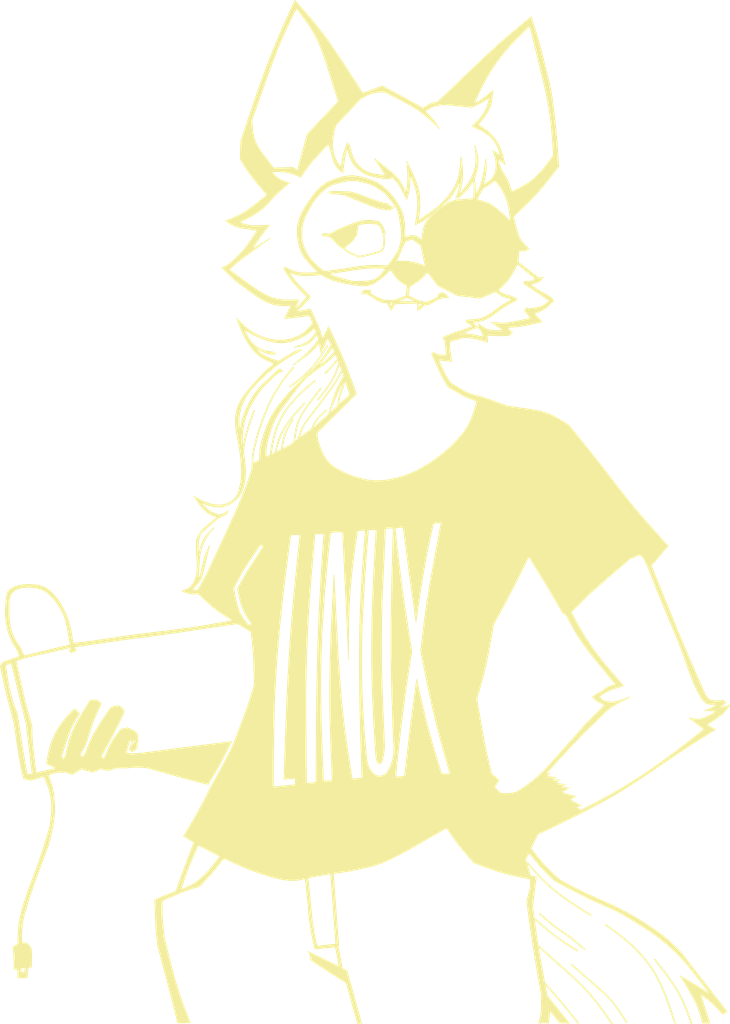
<source format=kicad_pcb>
(kicad_pcb (version 20171130) (host pcbnew 5.1.10)

  (general
    (thickness 1.6)
    (drawings 1706)
    (tracks 0)
    (zones 0)
    (modules 0)
    (nets 1)
  )

  (page A4)
  (layers
    (0 F.Cu signal)
    (1 In1.Cu signal)
    (2 In2.Cu signal)
    (31 B.Cu signal)
    (32 B.Adhes user)
    (33 F.Adhes user)
    (34 B.Paste user)
    (35 F.Paste user)
    (36 B.SilkS user)
    (37 F.SilkS user)
    (38 B.Mask user)
    (39 F.Mask user)
    (40 Dwgs.User user)
    (41 Cmts.User user)
    (42 Eco1.User user)
    (43 Eco2.User user)
    (44 Edge.Cuts user)
    (45 Margin user)
    (46 B.CrtYd user)
    (47 F.CrtYd user)
    (48 B.Fab user)
    (49 F.Fab user)
  )

  (setup
    (last_trace_width 0.2)
    (trace_clearance 0.2)
    (zone_clearance 0.508)
    (zone_45_only no)
    (trace_min 0.2)
    (via_size 0.8)
    (via_drill 0.4)
    (via_min_size 0.4)
    (via_min_drill 0.3)
    (uvia_size 0.3)
    (uvia_drill 0.1)
    (uvias_allowed no)
    (uvia_min_size 0.2)
    (uvia_min_drill 0.1)
    (edge_width 0.05)
    (segment_width 0.2)
    (pcb_text_width 0.3)
    (pcb_text_size 1.5 1.5)
    (mod_edge_width 0.12)
    (mod_text_size 1 1)
    (mod_text_width 0.15)
    (pad_size 1.7 1.7)
    (pad_drill 1)
    (pad_to_mask_clearance 0)
    (aux_axis_origin 0 0)
    (visible_elements FFFFFF7F)
    (pcbplotparams
      (layerselection 0x010fc_ffffffff)
      (usegerberextensions false)
      (usegerberattributes true)
      (usegerberadvancedattributes true)
      (creategerberjobfile true)
      (excludeedgelayer true)
      (linewidth 0.100000)
      (plotframeref false)
      (viasonmask false)
      (mode 1)
      (useauxorigin false)
      (hpglpennumber 1)
      (hpglpenspeed 20)
      (hpglpendiameter 15.000000)
      (psnegative false)
      (psa4output false)
      (plotreference true)
      (plotvalue true)
      (plotinvisibletext false)
      (padsonsilk false)
      (subtractmaskfromsilk false)
      (outputformat 1)
      (mirror false)
      (drillshape 1)
      (scaleselection 1)
      (outputdirectory ""))
  )

  (net 0 "")

  (net_class Default "This is the default net class."
    (clearance 0.2)
    (trace_width 0.2)
    (via_dia 0.8)
    (via_drill 0.4)
    (uvia_dia 0.3)
    (uvia_drill 0.1)
  )

  (gr_poly (pts (xy 166.320163 69.877275) (xy 166.2684 70.0786) (xy 166.1922 70.3072) (xy 166.0652 70.5993) (xy 165.9001 70.8279) (xy 165.5953 71.1708) (xy 165.3032 71.4248) (xy 164.943406 71.677905) (xy 164.6682 71.8439) (xy 164.3761 71.9836) (xy 164.1221 72.0725) (xy 163.7538 72.1614) (xy 163.4109 72.1868) (xy 163.1442 72.1614) (xy 162.7251 72.0471) (xy 162.5346 71.9709) (xy 162.1917 71.7931) (xy 162.0139 71.6407) (xy 161.8869 71.4629) (xy 161.798 71.2597) (xy 161.7218 71.0438) (xy 161.685446 70.80234) (xy 161.598961 70.642381) (xy 161.3154 70.8279) (xy 160.908727 71.152681) (xy 159.866086 71.665506) (xy 159.6009 72.4408) (xy 159.2707 73.2409) (xy 158.8262 74.168) (xy 158.496 74.8919) (xy 158.2674 75.2856) (xy 158.2039 75.3745) (xy 158.2674 75.4634) (xy 158.4833 75.6793) (xy 158.7373 75.8952) (xy 159.2072 76.2127) (xy 159.7025 76.5175) (xy 159.702932 76.517967) (xy 159.712499 76.374655) (xy 159.6136 76.2508) (xy 159.512 76.0984) (xy 159.4231 75.9333) (xy 159.3723 75.7809) (xy 159.3215 75.5269) (xy 159.277433 75.291946) (xy 159.5374 74.803) (xy 159.8295 74.3585) (xy 160.0581 74.0283) (xy 160.129615 74.086992) (xy 160.927879 73.749355) (xy 161.2011 73.7489) (xy 161.631431 73.722032) (xy 161.886065 73.716886) (xy 162.081345 73.681679) (xy 162.431054 73.65958) (xy 162.4838 74.8284) (xy 162.5219 75.5904) (xy 162.56 76.3397) (xy 162.605938 77.358174) (xy 162.5981 76.4921) (xy 162.6235 75.8698) (xy 162.6489 75.4507) (xy 162.6743 75.1586) (xy 162.7124 74.7776) (xy 162.7505 74.4601) (xy 162.814 73.9775) (xy 162.864628 73.631606) (xy 163.088341 73.618212) (xy 163.179227 73.604819) (xy 163.40294 73.600992) (xy 163.322 74.9935) (xy 163.2839 76.2889) (xy 163.2712 77.1398) (xy 163.2966 78.4352) (xy 163.3601 79.7052) (xy 163.3982 80.2132) (xy 163.4236 80.2894) (xy 163.4617 80.3529) (xy 163.496696 80.376541) (xy 163.551872 80.352886) (xy 163.6014 80.2005) (xy 163.6268 80.0227) (xy 163.6522 79.8957) (xy 163.6268 79.4131) (xy 163.5887 78.4606) (xy 163.5633 77.3938) (xy 163.5633 76.8477) (xy 163.576 75.7301) (xy 163.6395 74.4474) (xy 163.672345 73.562628) (xy 163.899502 73.552086) (xy 163.951163 73.551894) (xy 164.187008 73.5257) (xy 164.338 74.7014) (xy 164.4777 75.6666) (xy 164.556712 76.262339) (xy 164.6809 75.4507) (xy 164.7952 74.7395) (xy 164.8968 74.1934) (xy 164.9984 73.7108) (xy 165.063606 73.424329) (xy 165.2905 73.3806) (xy 165.2524 73.5965) (xy 165.1 74.3839) (xy 164.9349 75.3237) (xy 164.8206 76.0857) (xy 164.693883 77.108209) (xy 164.9222 78.232) (xy 165.1635 79.3115) (xy 165.4556 80.3402) (xy 165.546028 80.663472) (xy 165.301306 80.676866) (xy 165.1381 80.137) (xy 164.8841 79.2607) (xy 164.577663 77.929147) (xy 164.4396 78.9813) (xy 164.2491 80.5561) (xy 164.228049 80.739778) (xy 163.970585 80.756998) (xy 164.0459 80.0227) (xy 164.1348 79.2353) (xy 164.2999 77.9907) (xy 164.437373 77.130136) (xy 164.1856 75.4761) (xy 164.0078 74.0537) (xy 163.957 73.5711) (xy 163.9443 73.5584) (xy 163.9062 73.5584) (xy 163.8935 73.5965) (xy 163.8681 74.5744) (xy 163.8554 75.0062) (xy 163.8427 75.7047) (xy 163.83 76.4413) (xy 163.83 77.0636) (xy 163.8427 77.5843) (xy 163.8554 78.4098) (xy 163.9062 79.6417) (xy 163.9189 79.9973) (xy 163.9062 80.137) (xy 163.8554 80.3529) (xy 163.762886 80.557719) (xy 163.6649 80.6831) (xy 163.5633 80.7339) (xy 163.4363 80.7212) (xy 163.3601 80.6831) (xy 163.2712 80.6069) (xy 163.2077 80.5053) (xy 163.1442 80.3275) (xy 163.1061 79.9973) (xy 163.0426 79.2226) (xy 162.9918 78.1812) (xy 162.9791 77.2795) (xy 163.0045 76.3016) (xy 163.0553 75.3491) (xy 163.1188 74.3712) (xy 163.1696 73.6346) (xy 163.1696 73.6092) (xy 163.0934 73.6219) (xy 163.0934 73.6727) (xy 163.0553 74.1045) (xy 162.9918 74.93) (xy 162.941 76.0349) (xy 162.9156 77.2033) (xy 162.9156 77.7367) (xy 162.9283 78.3082) (xy 162.941 79.1083) (xy 162.9537 79.6036) (xy 162.9791 80.3656) (xy 162.990606 80.790215) (xy 162.708458 80.818916) (xy 162.4965 79.4004) (xy 162.3949 78.4479) (xy 162.306 77.2541) (xy 162.2298 75.946) (xy 162.182716 74.91476) (xy 162.1282 75.8698) (xy 162.0647 77.4192) (xy 162.052 78.7019) (xy 162.0774 79.4258) (xy 162.1028 80.2132) (xy 162.132394 80.867152) (xy 161.876154 80.872892) (xy 161.8488 80.137) (xy 161.8107 78.9813) (xy 161.798 77.724) (xy 161.8361 76.6191) (xy 161.9123 75.3999) (xy 162.0139 74.2696) (xy 162.0774 73.6981) (xy 162.0647 73.6981) (xy 161.8869 73.7235) (xy 161.8742 73.8886) (xy 161.8234 74.5871) (xy 161.7472 76.0222) (xy 161.7091 77.0255) (xy 161.671 78.8416) (xy 161.6583 80.2386) (xy 161.659252 80.915312) (xy 161.386977 80.947457) (xy 161.3789 79.8957) (xy 161.3662 78.2828) (xy 161.3916 77.2033) (xy 161.4551 75.7936) (xy 161.5821 74.295) (xy 161.6202 73.7362) (xy 161.2011 73.7616) (xy 161.1249 74.3966) (xy 161.0106 75.5523) (xy 160.9217 76.6572) (xy 160.8455 77.851) (xy 160.7947 79.0067) (xy 160.7566 80.0862) (xy 160.730743 80.828157) (xy 161.064055 80.799839) (xy 161.054488 80.981611) (xy 160.423607 81.046475) (xy 160.4264 80.2767) (xy 160.4645 78.4479) (xy 160.528 77.4065) (xy 160.6042 76.4286) (xy 160.7693 74.9554) (xy 160.9217 73.7743) (xy 160.9217 73.7616) (xy 160.1216 74.1045) (xy 159.766 74.6506) (xy 159.4866 75.1078) (xy 159.385405 75.306679) (xy 159.4866 75.7809) (xy 159.639 76.0857) (xy 159.790794 76.325117) (xy 159.7279 76.3778) (xy 159.7152 76.3905) (xy 159.7152 76.5175) (xy 159.772425 76.548792) (xy 159.8041 76.7969) (xy 159.8422 77.1906) (xy 159.873835 78.086963) (xy 159.6898 78.6765) (xy 159.4104 79.4258) (xy 159.258 79.8449) (xy 158.877 80.5815) (xy 158.5976 81.0641) (xy 158.369 81.5213) (xy 158.115 81.9785) (xy 157.824064 82.472751) (xy 158.1658 82.677) (xy 158.3055 82.7659) (xy 158.877 83.058) (xy 159.4104 83.312) (xy 159.9946 83.5406) (xy 160.3883 83.6549) (xy 160.5534 83.7057) (xy 160.8709 83.7438) (xy 161.0614 83.7565) (xy 161.390136 83.684039) (xy 162.125258 83.556225) (xy 162.6235 83.4898) (xy 163.322 83.3374) (xy 163.7284 83.185) (xy 164.1602 82.9691) (xy 164.7444 82.6389) (xy 165.43394 82.245383) (xy 165.414424 82.173248) (xy 166.357589 81.449128) (xy 167.238283 81.337233) (xy 167.447569 81.200234) (xy 167.2971 81.2292) (xy 167.0177 81.2292) (xy 166.834042 81.058644) (xy 166.963387 80.848898) (xy 166.751881 80.672293) (xy 166.5732 79.9338) (xy 166.3827 78.867) (xy 166.322555 78.495586) (xy 166.5732 77.5716) (xy 166.7637 76.6191) (xy 166.807043 76.344997) (xy 167.1955 75.6285) (xy 167.8305 74.3839) (xy 168.3639 75.2475) (xy 168.8211 76.0349) (xy 168.904957 76.060267) (xy 169.0751 75.9841) (xy 169.3037 75.7428) (xy 169.5958 75.4507) (xy 169.926 75.1586) (xy 170.18 74.9427) (xy 170.762146 74.441523) (xy 171.053823 74.322893) (xy 171.137199 74.407785) (xy 171.209453 74.54075) (xy 171.278722 74.686742) (xy 171.378218 74.641587) (xy 171.864697 74.070785) (xy 171.2849 73.4314) (xy 170.688 72.7202) (xy 169.7228 71.4883) (xy 169.0116 70.5993) (xy 168.9354 70.5358) (xy 168.7957 70.4469) (xy 168.5925 70.3326) (xy 168.3639 70.231) (xy 168.1607 70.1675) (xy 167.8178 70.104) (xy 167.4241 70.0532) (xy 167.172041 70.011882) (xy 166.7764 69.8627) (xy 166.5224 69.7738) (xy 166.26169 69.70817)) (layer F.SilkS) (width 0.01))
  (gr_poly (pts (xy 161.9504 68.5038) (xy 161.798 68.6943) (xy 161.6456 68.8721) (xy 161.3662 69.1515) (xy 161.0995 69.4055) (xy 160.7566 69.7738) (xy 160.6042 69.9643) (xy 160.4391 70.1929) (xy 160.3375 70.3707) (xy 160.2359 70.5866) (xy 160.1343 70.8787) (xy 160.0581 71.1327) (xy 160.0327 71.3486) (xy 160.022312 71.588282) (xy 160.2105 71.501) (xy 160.2105 71.3359) (xy 160.2359 71.1327) (xy 160.2994 70.9041) (xy 160.3883 70.6247) (xy 160.4645 70.4342) (xy 160.5534 70.2691) (xy 160.7185 70.0278) (xy 160.8582 69.8373) (xy 161.0995 69.5198) (xy 161.3027 69.2912) (xy 161.4424 69.1515) (xy 161.5821 69.0499) (xy 161.7345 68.9356) (xy 161.925 68.7959) (xy 162.1155 68.6308) (xy 162.222572 68.523133) (xy 162.1917 68.453) (xy 162.0901 68.5673) (xy 161.8742 68.7705) (xy 161.708197 68.879023) (xy 162.0012 68.5038) (xy 162.1282 68.326) (xy 162.0901 68.2625)) (layer F.SilkS) (width 0.01))
  (gr_poly (pts (xy 162.3568 69.342) (xy 162.2425 69.5833) (xy 162.179 69.7484) (xy 162.0647 70.1294) (xy 162.0393 70.2437) (xy 162.2044 69.85) (xy 162.3568 69.5071) (xy 162.4965 69.2404) (xy 162.4711 69.1515)) (layer F.SilkS) (width 0.01))
  (gr_poly (pts (xy 159.4739 67.7799) (xy 159.6136 68.072) (xy 159.7406 68.2879) (xy 159.8676 68.4403) (xy 160.0454 68.5927) (xy 160.2359 68.707) (xy 160.44054 68.790912) (xy 160.2105 68.9991) (xy 160.0073 69.2023) (xy 159.7279 69.5198) (xy 159.4739 69.85) (xy 159.385 70.0659) (xy 159.3215 70.3326) (xy 159.3342 70.612) (xy 159.385 70.9803) (xy 159.4612 71.3613) (xy 159.4993 71.7804) (xy 159.4993 72.009) (xy 159.4739 72.2376) (xy 159.4104 72.5043) (xy 159.385 72.5805) (xy 159.3215 72.6694) (xy 159.2326 72.7583) (xy 159.131 72.8218) (xy 158.9913 72.8726) (xy 158.8516 72.8853) (xy 158.6992 72.8726) (xy 158.5087 72.8218) (xy 158.3817 72.771) (xy 158.121441 72.633985) (xy 158.2801 72.8599) (xy 158.3563 72.9615) (xy 158.496 73.1012) (xy 158.623 73.1774) (xy 158.8008 73.2409) (xy 158.7119 73.3044) (xy 158.4198 73.5457) (xy 158.3182 73.66) (xy 158.198072 73.877361) (xy 158.1912 74.168) (xy 158.209552 74.497815) (xy 158.2166 74.7141) (xy 158.1912 74.9046) (xy 158.1277 75.1078) (xy 158.0388 75.2348) (xy 157.917344 75.31728) (xy 157.767063 75.370376) (xy 157.8864 75.4253) (xy 158.0515 75.4634) (xy 158.257827 75.464515) (xy 158.203678 75.357939) (xy 158.069168 75.352199) (xy 158.329617 75.041044) (xy 158.568599 74.060893) (xy 158.4706 74.295) (xy 158.4071 74.4982) (xy 158.3436 74.7141) (xy 158.301644 74.946657) (xy 158.249217 74.999084) (xy 158.2801 74.5236) (xy 158.287676 74.387317) (xy 158.3563 74.1045) (xy 158.4452 73.9013) (xy 158.5595 73.7108) (xy 158.700183 73.544815) (xy 158.5341 73.6981) (xy 158.4325 73.8251) (xy 158.3563 73.9902) (xy 158.3055 74.1299) (xy 158.252719 74.341855) (xy 158.249395 74.103386) (xy 158.2547 73.9521) (xy 158.312225 73.733589) (xy 158.5595 73.4949) (xy 158.8389 73.2663) (xy 159.0802 73.1393) (xy 159.111446 73.048559) (xy 159.004 73.1266) (xy 158.853981 73.170824) (xy 158.6484 73.1012) (xy 158.5214 73.0123) (xy 158.3331 72.824731) (xy 158.496 72.8853) (xy 158.6738 72.9234) (xy 158.8135 72.9488) (xy 159.0294 72.9234) (xy 159.1691 72.8599) (xy 159.3088 72.771) (xy 159.4231 72.644) (xy 159.512 72.4916) (xy 159.5755 72.3011) (xy 159.6136 72.0471) (xy 159.6136 71.7423) (xy 159.5501 71.2851) (xy 159.5247 71.0692) (xy 159.5247 70.8787) (xy 159.5501 70.6755) (xy 159.6009 70.4215) (xy 159.6771 70.2183) (xy 159.7406 70.0659) (xy 159.9057 69.7865) (xy 160.0073 69.6214) (xy 160.1978 69.4055) (xy 160.401 69.2023) (xy 160.500507 69.115671) (xy 160.6169 69.0372) (xy 160.699767 69.017706) (xy 160.608689 68.935239) (xy 160.274 69.2404) (xy 159.9692 69.5452) (xy 159.7279 69.9135) (xy 159.5755 70.2691) (xy 159.4866 70.5739) (xy 159.458783 70.751635) (xy 159.4231 70.5104) (xy 159.4358 70.3072) (xy 159.4993 70.0405) (xy 159.5628 69.8881) (xy 159.6898 69.6595) (xy 159.8295 69.469) (xy 160.1089 69.2023) (xy 160.3629 68.9737) (xy 160.6169 68.7832) (xy 160.9344 68.5673) (xy 161.2392 68.4022) (xy 161.157792 68.396697) (xy 160.9598 68.4911) (xy 160.577481 68.72182) (xy 160.3756 68.6562) (xy 160.1724 68.5673) (xy 160.0454 68.4784) (xy 159.881812 68.321558) (xy 160.1216 68.453) (xy 160.290571 68.510187) (xy 160.49532 68.519058) (xy 160.4137 68.453) (xy 160.2867 68.4403) (xy 160.1597 68.4149) (xy 159.9946 68.3387) (xy 159.893 68.2752) (xy 159.7914 68.1609) (xy 159.6898 68.0212) (xy 159.6136 67.8942) (xy 159.577566 67.818146) (xy 159.7914 67.9323) (xy 160.0708 68.0593) (xy 160.3375 68.1482) (xy 160.528 68.1863) (xy 160.68576 68.192213) (xy 160.8709 68.1736) (xy 161.0741 68.1101) (xy 161.2773 68.0212) (xy 161.4424 67.9196) (xy 161.6202 67.7672) (xy 161.5694 67.6275) (xy 161.3916 67.818) (xy 161.2392 67.945) (xy 161.0995 68.0212) (xy 160.8963 68.0847) (xy 160.680134 68.115391) (xy 160.5407 68.1101) (xy 160.3756 68.0974) (xy 160.0581 68.0085) (xy 159.8676 67.9069) (xy 159.6771 67.7799) (xy 159.359842 67.475)) (layer F.SilkS) (width 0.01))
  (gr_poly (pts (xy 161.5313 68.3514) (xy 161.3789 68.5038) (xy 160.991117 68.839512) (xy 161.2392 68.6689) (xy 161.4551 68.5165) (xy 161.6075 68.3641) (xy 161.7599 68.199) (xy 161.73022 68.107833)) (layer F.SilkS) (width 0.01))
  (gr_poly (pts (xy 161.544 68.0466) (xy 161.4043 68.1609) (xy 161.2011 68.2625) (xy 161.02839 68.315454) (xy 161.2011 68.3006) (xy 161.3662 68.2498) (xy 161.4678 68.1863) (xy 161.6075 68.0593) (xy 161.6837 67.945) (xy 161.6583 67.8942)) (layer F.SilkS) (width 0.01))
  (gr_poly (pts (xy 160.7439 58.9534) (xy 160.4264 59.6773) (xy 160.0327 60.7187) (xy 159.6644 61.8109) (xy 159.489512 62.320243) (xy 159.466183 62.693129) (xy 159.468465 62.879583) (xy 159.6771 63.2206) (xy 159.9057 63.5127) (xy 160.237549 63.907358) (xy 159.9819 64.1223) (xy 159.6009 64.4017) (xy 159.3723 64.5287) (xy 159.041971 64.662456) (xy 159.2707 64.7954) (xy 159.4104 64.8462) (xy 159.6517 64.8843) (xy 159.957889 64.942117) (xy 159.599397 65.451375) (xy 159.385 65.6971) (xy 159.2072 65.8495) (xy 159.0548 65.9638) (xy 158.937098 66.018836) (xy 159.0548 66.1416) (xy 159.2707 66.3448) (xy 159.7787 66.7385) (xy 160.1216 66.9544) (xy 160.274 67.0306) (xy 160.5026 67.0941) (xy 160.7312 67.1195) (xy 160.933218 67.113044) (xy 160.748002 67.490594) (xy 161.482111 67.406788) (xy 161.722829 68.061389) (xy 161.798 68.4403) (xy 161.8107 68.4657) (xy 161.996008 68.050029) (xy 162.1282 68.3133) (xy 162.3441 68.8086) (xy 162.6362 69.6976) (xy 161.598962 70.642878) (xy 161.6837 70.7898) (xy 162.2679 70.231) (xy 162.832847 69.664048) (xy 162.5854 68.9991) (xy 162.4203 68.58) (xy 162.1536 68.0085) (xy 162.021628 67.717388) (xy 161.850572 68.077181) (xy 161.7218 67.6783) (xy 161.50245 67.213114) (xy 161.0233 67.2973) (xy 161.169272 66.942944) (xy 160.9979 66.9544) (xy 160.7312 66.9544) (xy 160.4772 66.9163) (xy 160.2486 66.8274) (xy 159.9184 66.6369) (xy 159.144337 66.076085) (xy 159.512 65.7606) (xy 160.335801 65.161468) (xy 159.801872 65.477865) (xy 160.0454 65.1256) (xy 160.310123 64.787534) (xy 160.009598 64.798157) (xy 159.8041 64.7954) (xy 159.6136 64.77) (xy 159.435421 64.708129) (xy 159.7787 64.5414) (xy 160.0708 64.3509) (xy 160.1978 64.2239) (xy 160.4518 63.9445) (xy 160.7312 63.6905) (xy 160.894453 63.564671) (xy 160.7439 63.5127) (xy 160.5915 63.4492) (xy 160.4772 63.3476) (xy 160.3883 63.2587) (xy 160.3629 63.246) (xy 160.4264 63.1444) (xy 160.4264 63.119) (xy 160.0073 62.5729) (xy 159.893 62.357) (xy 159.8295 62.0649) (xy 159.8041 61.7474) (xy 159.893 61.4934) (xy 160.5026 59.7789) (xy 160.8074 59.0931) (xy 161.090613 58.510079) (xy 161.2519 58.7121) (xy 161.544 59.1312) (xy 161.7218 59.4741) (xy 161.925 59.9948) (xy 162.306 61.2013) (xy 161.4043 62.1538) (xy 161.121859 63.203863) (xy 161.003229 63.112403) (xy 160.4391 63.1317) (xy 160.372481 63.238438) (xy 160.5915 63.246) (xy 160.8328 63.2587) (xy 161.0614 63.3222) (xy 161.215825 63.401708) (xy 161.3408 63.2206) (xy 161.5059 62.992) (xy 161.7472 62.7253) (xy 162.026622 62.43518) (xy 162.1663 62.9285) (xy 162.2425 63.0682) (xy 162.436948 63.273166) (xy 162.4838 62.9285) (xy 162.5219 62.7253) (xy 162.56 62.5602) (xy 162.6997 62.9412) (xy 162.778066 63.063057) (xy 162.9283 63.2079) (xy 163.068 63.2968) (xy 163.1696 63.3349) (xy 163.5506 63.4238) (xy 163.838522 63.44872) (xy 163.848089 63.376967) (xy 163.957 63.4873) (xy 164.1094 63.6778) (xy 164.290559 64.044394) (xy 164.3507 63.8556) (xy 164.3761 63.6524) (xy 164.384507 63.300336) (xy 164.5412 63.6905) (xy 164.5793 63.8683) (xy 164.6047 64.1604) (xy 164.592 64.4525) (xy 164.532794 64.778542) (xy 164.7698 64.6557) (xy 164.9603 64.516) (xy 165.491917 64.066609) (xy 165.6207 63.8937) (xy 165.833035 63.500553) (xy 165.8239 63.6143) (xy 165.7985 63.7667) (xy 165.7096 64.008) (xy 165.8112 63.8937) (xy 165.8874 63.5889) (xy 165.9128 63.2968) (xy 165.9001 63.0809) (xy 165.865945 62.805535) (xy 165.8239 63.2206) (xy 165.7604 63.4746) (xy 165.6715 63.6778) (xy 165.5445 63.881) (xy 165.3159 64.1477) (xy 164.9603 64.4271) (xy 164.625038 64.64958) (xy 164.6682 64.3255) (xy 164.6682 63.9953) (xy 164.6174 63.6778) (xy 164.4904 63.3476) (xy 164.288856 62.936544) (xy 164.3126 63.2079) (xy 164.314453 63.566014) (xy 164.277375 63.863522) (xy 164.0586 63.4619) (xy 163.83 63.2333) (xy 163.362758 62.864849) (xy 163.67177 63.344421) (xy 163.3982 63.3095) (xy 163.1442 63.246) (xy 162.9537 63.119) (xy 162.814 62.9666) (xy 162.687 62.7126) (xy 162.631079 62.469353) (xy 162.569276 62.395113) (xy 162.5219 62.5094) (xy 162.433 62.8015) (xy 162.3949 63.0936) (xy 162.2806 62.9793) (xy 162.179 62.7507) (xy 162.1409 62.5221) (xy 162.1536 62.2173) (xy 162.233133 61.898264) (xy 162.941 61.1378) (xy 163.1823 61.0108) (xy 163.449 60.9219) (xy 163.6522 60.9346) (xy 164.2491 61.2394) (xy 164.6301 61.468) (xy 164.973 61.7347) (xy 165.225095 61.991523) (xy 165.0492 61.722) (xy 164.825427 61.492034) (xy 164.9603 61.4045) (xy 165.1762 61.3156) (xy 165.3921 61.3029) (xy 166.163725 61.376274) (xy 166.4335 61.2521) (xy 166.689849 61.086128) (xy 166.6621 61.2013) (xy 166.5732 61.468) (xy 166.4589 61.6331) (xy 166.3065 61.7982) (xy 166.1795 61.9252) (xy 166.3827 62.0141) (xy 166.6113 62.1411) (xy 166.7891 62.3062) (xy 166.9161 62.5094) (xy 167.002726 62.772854) (xy 166.782495 62.622462) (xy 166.8526 62.8269) (xy 166.878 62.9666) (xy 166.878 63.1317) (xy 166.8399 63.2968) (xy 166.7637 63.4365) (xy 166.6367 63.5381) (xy 166.504633 63.616217) (xy 166.5732 63.373) (xy 166.5986 63.1698) (xy 166.5859 62.8777) (xy 166.4716 63.4873) (xy 166.4208 63.6397) (xy 166.292018 63.915318) (xy 166.25241 63.433278) (xy 166.2938 63.2968) (xy 166.3573 63.0428) (xy 166.3573 62.8269) (xy 166.3192 62.6618) (xy 166.260064 62.474174) (xy 166.2938 62.8142) (xy 166.2811 63.0936) (xy 166.2049 63.3222) (xy 166.0906 63.5508) (xy 165.9255 63.7667) (xy 165.711918 64.019654) (xy 165.8112 63.9826) (xy 165.9382 63.8683) (xy 166.0779 63.7032) (xy 166.2176 63.4873) (xy 166.243 63.7286) (xy 166.223863 64.014106) (xy 166.332543 64.029413) (xy 166.495755 63.720401) (xy 166.7129 63.6016) (xy 166.8526 63.4873) (xy 167.0812 63.8048) (xy 167.2209 64.1477) (xy 167.2717 64.4779) (xy 167.282406 64.681686) (xy 167.542818 65.514793) (xy 167.6273 65.532) (xy 167.7035 65.532) (xy 167.830609 65.467992) (xy 167.7416 65.3796) (xy 167.6019 65.2272) (xy 167.5257 65.0748) (xy 167.385671 64.538546) (xy 167.6654 64.2747) (xy 168.0845 63.8429) (xy 168.4147 63.4492) (xy 168.695804 63.089902) (xy 168.5417 62.7634) (xy 168.3385 63.0428) (xy 168.0972 63.3349) (xy 167.8305 63.5508) (xy 167.5638 63.7032) (xy 167.326432 63.821657) (xy 167.2844 63.6524) (xy 167.1955 63.4492) (xy 167.0431 63.1952) (xy 166.9796 63.0428) (xy 166.9415 62.8523) (xy 167.13364 63.030606) (xy 167.0304 62.6364) (xy 166.9034 62.357) (xy 166.7637 62.1919) (xy 166.5732 62.0141) (xy 166.3573 61.8744) (xy 166.5478 61.6458) (xy 166.6621 61.4553) (xy 166.751 61.2013) (xy 166.787585 60.884974) (xy 166.624 61.0235) (xy 166.4335 61.1759) (xy 166.248698 61.255749) (xy 166.4208 60.8711) (xy 166.5732 60.579) (xy 166.8399 60.1472) (xy 167.1193 59.7789) (xy 167.4622 59.3979) (xy 167.8559 59.0296) (xy 168.0718 59.8805) (xy 168.275 60.706) (xy 168.3766 61.2267) (xy 168.4655 61.8236) (xy 168.5163 62.3443) (xy 168.5417 62.7507) (xy 168.6941 63.0682) (xy 168.6179 62.0395) (xy 168.5163 61.1759) (xy 168.4274 60.6806) (xy 168.1607 59.6011) (xy 167.894 58.7629) (xy 167.0558 59.4487) (xy 166.5605 59.9059) (xy 165.7223 60.706) (xy 165.180723 61.226092) (xy 164.9984 61.2648) (xy 164.768216 61.39734) (xy 164.3888 61.1886) (xy 163.586625 60.754117) (xy 163.013318 60.963863) (xy 162.8394 60.6933) (xy 162.3568 59.9567) (xy 162.0901 59.5503) (xy 161.5948 58.9026) (xy 161.2646 58.5216) (xy 161.0487 58.2803)) (layer F.SilkS) (width 0.01))
  (gr_poly (pts (xy 167.493836 65.911094) (xy 168.021 66.3448) (xy 167.87679 66.407031) (xy 167.792686 66.417873) (xy 167.687833 66.408306) (xy 167.7035 66.4972) (xy 168.421367 66.971225) (xy 168.2877 67.0814) (xy 168.1607 67.1449) (xy 167.9956 67.183) (xy 167.806099 67.201979) (xy 167.757116 67.167155) (xy 167.70469 67.258041) (xy 167.875937 67.481754) (xy 167.2336 67.6148) (xy 167.0177 67.6148) (xy 166.74329 67.601149) (xy 167.085862 67.831865) (xy 166.8272 67.8307) (xy 166.6494 67.8053) (xy 166.4843 67.7291) (xy 166.365721 67.636088) (xy 166.344674 67.748021) (xy 166.449527 67.845986) (xy 166.505399 68.020869) (xy 166.2938 67.9704) (xy 165.981035 67.916016) (xy 165.381495 68.060343) (xy 165.442704 68.545195) (xy 165.2397 68.5419) (xy 165.1508 68.5165) (xy 165.0619 68.4657) (xy 165.012728 68.520895) (xy 165.3159 69.1896) (xy 165.491648 69.475254) (xy 165.9636 69.7484) (xy 166.3065 69.8754) (xy 166.26169 69.70817) (xy 166.0017 69.6087) (xy 165.577253 69.360775) (xy 165.4048 69.1007) (xy 165.21371 68.689579) (xy 165.591259 68.731482) (xy 165.5445 68.4276) (xy 165.535388 68.158155) (xy 165.947895 68.039334) (xy 166.215473 68.063939) (xy 166.633078 68.172123) (xy 166.625425 67.976383) (xy 167.258182 67.984037) (xy 167.352512 67.886071) (xy 167.2717 67.8307) (xy 167.2463 67.7926) (xy 167.23369 67.746203) (xy 167.5257 67.7291) (xy 167.9702 67.6402) (xy 168.212521 67.585479) (xy 167.995773 67.347759) (xy 168.1861 67.2719) (xy 168.4274 67.1068) (xy 168.555113 66.97021) (xy 168.4528 66.8655) (xy 168.3004 66.7639) (xy 168.1353 66.6877) (xy 167.8909 66.512261) (xy 168.1607 66.4083) (xy 168.247479 66.29203) (xy 168.121578 66.313077) (xy 167.517562 65.849674)) (layer F.SilkS) (width 0.01))
  (gr_poly (pts (xy 162.5092 63.373) (xy 162.172537 63.464109) (xy 161.925 63.5762) (xy 161.7599 63.7159) (xy 161.5948 63.8937) (xy 161.3535 64.2366) (xy 161.2265 64.4652) (xy 161.1376 64.7319) (xy 161.1122 64.9605) (xy 161.1249 65.1637) (xy 161.1757 65.3923) (xy 161.2392 65.5828) (xy 161.3281 65.7352) (xy 161.544 65.9765) (xy 161.7726 66.1924) (xy 161.9631 66.3067) (xy 162.1663 66.3956) (xy 162.6362 66.4972) (xy 162.9918 66.548) (xy 163.1823 66.5353) (xy 163.3347 66.4845) (xy 163.4744 66.3829) (xy 163.6014 66.294) (xy 163.83 66.0527) (xy 164.0078 65.8241) (xy 164.236774 65.267699) (xy 164.446903 65.190972) (xy 164.699049 65.376379) (xy 164.8206 65.9638) (xy 164.8968 66.1543) (xy 165.195955 66.540598) (xy 165.752138 66.824889) (xy 166.4208 66.9036) (xy 166.9161 66.6877) (xy 167.1955 66.421) (xy 167.3352 66.2178) (xy 167.493031 65.911763) (xy 167.517139 65.850344) (xy 167.542818 65.514793) (xy 167.4876 65.2145) (xy 167.4368 64.9986) (xy 167.3098 64.7192) (xy 167.2082 64.5922) (xy 167.005 64.4017) (xy 166.7764 64.2112) (xy 166.5986 64.1223) (xy 166.3192 64.0461) (xy 166.1541 64.0207) (xy 165.6715 64.0715) (xy 165.4937 64.135) (xy 165.3921 64.1985) (xy 165.2397 64.3128) (xy 164.9984 64.516) (xy 164.9095 64.6176) (xy 164.8079 64.7827) (xy 164.7698 64.9224) (xy 164.728859 65.227231) (xy 164.6428 65.151) (xy 164.5666 65.1002) (xy 164.4523 65.0875) (xy 164.338 65.1002) (xy 164.239377 65.151843) (xy 164.2364 64.8208) (xy 164.211 64.6303) (xy 164.1983 64.5287) (xy 164.0713 64.5541) (xy 164.1348 64.9351) (xy 164.1348 65.0875) (xy 164.1094 65.3034) (xy 164.0332 65.532) (xy 163.83 65.8368) (xy 163.6268 66.1035) (xy 163.4871 66.2686) (xy 163.3982 66.3321) (xy 163.242178 66.386073) (xy 163.0553 66.4083) (xy 162.7251 66.4083) (xy 162.4965 66.3575) (xy 162.0647 66.2178) (xy 161.7726 66.0273) (xy 161.5694 65.8495) (xy 161.417 65.6463) (xy 161.29502 65.368515) (xy 161.2519 65.2018) (xy 161.2519 64.8589) (xy 161.3027 64.6684) (xy 161.378326 64.47777) (xy 161.6329 64.0334) (xy 161.9504 63.7159) (xy 162.1536 63.6143) (xy 162.5981 63.5) (xy 162.8013 63.5) (xy 163.1315 63.5635) (xy 163.3728 63.6651) (xy 163.6268 63.8302) (xy 163.8681 64.1096) (xy 164.0078 64.3128) (xy 164.071573 64.541282) (xy 164.071573 64.541531) (xy 164.193073 64.518953) (xy 164.1348 64.3382) (xy 164.0078 64.1223) (xy 163.8046 63.8556) (xy 163.5506 63.627) (xy 163.380427 63.528739) (xy 162.9664 63.3857) (xy 162.7505 63.3476)) (layer F.SilkS) (width 0.01))
  (gr_poly (pts (xy 163.057075 64.652633) (xy 162.814 64.7065) (xy 162.4584 64.8462) (xy 162.3314 64.9097) (xy 162.1409 64.9986) (xy 162.063665 65.040044) (xy 161.9758 65.0367) (xy 161.897584 65.018997) (xy 161.824109 65.067979) (xy 161.85945 65.095877) (xy 161.9885 65.1002) (xy 162.0774 65.1383) (xy 162.265096 65.324552) (xy 162.3441 65.405) (xy 162.462473 65.466499) (xy 162.6108 65.3415) (xy 162.7759 65.1764) (xy 162.8394 65.0748) (xy 162.885484 64.783038) (xy 163.0553 64.7446) (xy 163.3093 64.7446) (xy 163.3982 64.7573) (xy 163.497232 64.795093) (xy 163.576 64.9478) (xy 163.6268 65.1383) (xy 163.63136 65.00656) (xy 163.680343 65.036409) (xy 163.6268 64.897) (xy 163.5506 64.7446) (xy 163.512092 64.701523) (xy 163.449 64.6684) (xy 163.322 64.6557) (xy 163.2204 64.643)) (layer F.SilkS) (width 0.01))
  (gr_poly (pts (xy 162.00479 63.836333) (xy 162.1536 63.881) (xy 162.4584 63.9064) (xy 163.1315 64.1731) (xy 163.449 64.2874) (xy 163.794476 64.35555) (xy 163.9316 64.262) (xy 163.789501 64.236728) (xy 163.7538 64.1731) (xy 163.5887 64.135) (xy 163.0045 63.9318) (xy 162.7759 63.8556) (xy 162.6108 63.8175) (xy 162.2552 63.8048)) (layer F.SilkS) (width 0.01))
  (gr_poly (pts (xy 163.996989 65.833678) (xy 163.818661 66.067915) (xy 163.957 66.2686) (xy 164.084 66.4083) (xy 164.308372 66.546835) (xy 164.269913 66.832159) (xy 164.294022 66.88516) (xy 164.549842 66.994414) (xy 164.015913 66.998241) (xy 164.2872 66.8909) (xy 164.2618 66.8401) (xy 163.91324 66.966173) (xy 163.6395 66.9544) (xy 163.3855 66.8528) (xy 163.235041 66.74334) (xy 163.244608 66.668144) (xy 163.064558 66.669905) (xy 162.984196 66.715443) (xy 162.991849 66.781838) (xy 163.145686 66.778011) (xy 163.5125 67.0052) (xy 163.6014 67.0306) (xy 163.712009 67.029698) (xy 163.8427 67.2592) (xy 163.8427 67.1322) (xy 163.7919 67.0433) (xy 163.897799 67.039915) (xy 163.844798 67.140559) (xy 163.850347 67.238333) (xy 163.95214 67.065746) (xy 164.638737 67.044622) (xy 164.735937 67.084229) (xy 164.644478 67.162104) (xy 164.6428 67.056) (xy 164.6047 67.056) (xy 164.6047 67.2592) (xy 164.7317 67.183) (xy 164.7952 67.1068) (xy 164.955785 67.0778) (xy 165.26342 66.906552) (xy 165.3794 66.8909) (xy 165.501139 66.889331) (xy 165.447156 66.808034) (xy 165.298396 66.732051) (xy 165.193543 66.798446) (xy 165.206937 66.854316) (xy 164.871328 67.015232) (xy 164.6555 66.9798) (xy 164.4523 66.8782) (xy 164.331218 66.822975) (xy 164.374843 66.57125) (xy 164.6682 66.3829) (xy 164.88874 66.144776) (xy 164.82579 65.973528) (xy 164.592 65.8876) (xy 164.338 65.8241)) (layer F.SilkS) (width 0.01))
  (gr_poly (pts (xy 168.3004 80.6577) (xy 167.9956 80.9117) (xy 167.2844 81.4197) (xy 166.3827 81.4832) (xy 165.5318 82.1563) (xy 165.8747 82.7024) (xy 166.3192 83.185) (xy 167.4622 83.5406) (xy 167.9067 82.5373) (xy 167.7797 82.4103) (xy 168.4528 82.1182) (xy 169.3418 81.7118) (xy 169.196824 81.636027) (xy 169.33765 81.582835) (xy 169.026188 81.417136) (xy 169.190549 81.314578) (xy 168.9227 81.2546) (xy 168.783 81.1911) (xy 168.997737 81.080954) (xy 168.74559 81.027762) (xy 168.885268 80.979545) (xy 168.623248 80.943955) (xy 168.707246 80.845033) (xy 168.4528 80.8355) (xy 168.612074 80.784188) (xy 168.5798 80.772) (xy 168.4528 80.7466) (xy 168.3512 80.7466) (xy 168.444079 80.655608)) (layer F.SilkS) (width 0.01))
  (gr_poly (pts (xy 168.91 76.0603) (xy 169.3164 76.7715) (xy 169.6339 77.216) (xy 170.3451 78.0796) (xy 170.1292 78.1431) (xy 170.068352 78.179361) (xy 170.0149 78.232) (xy 169.9133 78.2955) (xy 169.7863 78.359) (xy 169.678423 78.441456) (xy 169.799 78.5622) (xy 170.017208 78.674774) (xy 169.4688 79.2353) (xy 168.9481 79.8195) (xy 168.3258 80.518) (xy 168.0337 80.7974) (xy 167.6654 81.0768) (xy 167.238283 81.337233) (xy 166.357589 81.449128) (xy 165.5191 82.0928) (xy 165.579396 82.185743) (xy 166.0398 81.7626) (xy 166.40552 81.487529) (xy 166.7383 81.4705) (xy 167.0685 81.4578) (xy 167.3098 81.4197) (xy 167.9194 80.9879) (xy 168.3385 80.645) (xy 169.2021 79.7052) (xy 170.1419 78.8035) (xy 170.2943 78.6892) (xy 170.75411 78.438931) (xy 170.4467 78.5495) (xy 170.2689 78.5876) (xy 170.1673 78.5876) (xy 170.0403 78.5622) (xy 169.926 78.5114) (xy 169.870164 78.431277) (xy 170.0403 78.3209) (xy 170.2054 78.2447) (xy 170.570942 78.116334) (xy 170.0149 77.47) (xy 169.5958 76.9239) (xy 169.3418 76.5048) (xy 169.058333 75.989376)) (layer F.SilkS) (width 0.01))
  (gr_poly (pts (xy 171.276885 74.685843) (xy 171.4119 75.0316) (xy 171.7548 75.8698) (xy 172.1739 76.8731) (xy 172.2755 77.1652) (xy 172.5295 77.8383) (xy 172.7327 78.3209) (xy 172.847 78.5114) (xy 172.9359 78.6003) (xy 173.0502 78.6384) (xy 173.1264 78.6511) (xy 173.261258 78.648217) (xy 173.1772 78.7273) (xy 173.101 78.7781) (xy 172.912868 78.839976) (xy 173.277253 78.849543) (xy 173.0756 78.9686) (xy 172.8724 79.0575) (xy 172.7708 79.0829) (xy 172.6438 79.0829) (xy 172.471814 79.047693) (xy 172.906496 79.380125) (xy 172.1231 79.9846) (xy 171.5262 80.4291) (xy 171.0182 80.772) (xy 170.3324 81.1911) (xy 169.4307 81.6737) (xy 168.783 81.9658) (xy 167.715883 82.413301) (xy 167.8051 82.4484) (xy 167.8686 82.5373) (xy 167.447301 83.50638) (xy 167.868762 83.592923) (xy 167.737695 83.147698) (xy 167.894 82.8167) (xy 168.089873 82.419999) (xy 169.0878 81.9404) (xy 169.9641 81.4705) (xy 170.8531 80.9498) (xy 171.5389 80.4926) (xy 172.1358 80.0862) (xy 172.5676 79.8068) (xy 172.8216 79.6417) (xy 173.238641 79.386995) (xy 172.983243 79.24904) (xy 173.101 79.1845) (xy 173.228 79.0956) (xy 173.4312 78.9432) (xy 173.5201 78.8416) (xy 173.6598 78.6765) (xy 173.340338 78.769908) (xy 173.545988 78.609375) (xy 173.46467 78.537049) (xy 173.355 78.5495) (xy 173.1899 78.5495) (xy 173.0629 78.5114) (xy 172.958426 78.40139) (xy 172.847 78.1558) (xy 172.5549 77.4954) (xy 172.3263 76.962) (xy 172.1485 76.5429) (xy 171.9072 75.9333) (xy 171.6405 75.2856) (xy 171.378218 74.641587)) (layer F.SilkS) (width 0.01))
  (gr_poly (pts (xy 168.4401 87.5284) (xy 168.7322 87.884) (xy 168.9989 87.884) (xy 168.3639 87.0966)) (layer F.SilkS) (width 0.01))
  (gr_poly (pts (xy 167.844673 82.970595) (xy 168.2242 83.4263) (xy 168.579796 83.769644) (xy 168.8719 83.9216) (xy 169.6339 84.3153) (xy 170.3197 84.6074) (xy 170.9928 85.0011) (xy 171.577 85.3948) (xy 171.9199 85.6869) (xy 172.3263 86.0806) (xy 172.7454 86.6013) (xy 173.083217 87.045973) (xy 172.6565 86.7791) (xy 172.222289 86.515792) (xy 172.5041 86.9696) (xy 172.7327 87.4395) (xy 172.866239 87.881318) (xy 173.074186 87.881318) (xy 172.8089 87.0585) (xy 172.9867 87.1728) (xy 173.1645 87.3252) (xy 173.453878 87.628196) (xy 173.572891 87.549939) (xy 173.3423 87.249) (xy 172.6946 86.4235) (xy 172.2374 85.8266) (xy 171.8056 85.4202) (xy 171.4373 85.1535) (xy 170.7134 84.709) (xy 170.1673 84.4296) (xy 169.4561 84.1121) (xy 168.752919 83.749878) (xy 168.5163 83.5406) (xy 168.2242 83.2485) (xy 167.89863 82.832295)) (layer F.SilkS) (width 0.01))
  (gr_poly (pts (xy 165.412625 82.172445) (xy 165.6334 82.5119) (xy 165.8747 82.8294) (xy 166.229392 83.239483) (xy 166.6113 83.3882) (xy 167.2082 83.5787) (xy 167.8686 83.7184) (xy 167.8686 83.9724) (xy 167.768118 84.366792) (xy 167.8686 85.1281) (xy 168.021 86.106) (xy 168.1988 87.0966) (xy 168.1861 87.5919) (xy 168.1226 87.8586) (xy 168.138798 87.888991) (xy 168.2496 87.8713) (xy 168.400894 87.883251) (xy 168.439104 87.519382) (xy 168.3385 86.9569) (xy 168.1607 86.0552) (xy 168.0464 85.3186) (xy 167.940132 84.494185) (xy 168.0464 83.6549) (xy 167.4368 83.5279) (xy 166.873646 83.354264) (xy 166.298504 83.112721) (xy 165.9255 82.7405) (xy 165.7477 82.4738) (xy 165.5191 82.0928)) (layer F.SilkS) (width 0.01))
  (gr_poly (pts (xy 161.5059 85.9663) (xy 161.507291 86.059718) (xy 162.53786 86.724179) (xy 162.863327 87.89035) (xy 162.980809 87.89035) (xy 162.7759 87.1347) (xy 162.555923 86.362568) (xy 161.4424 85.8139)) (layer F.SilkS) (width 0.01))
  (gr_poly (pts (xy 157.8102 83.4771) (xy 157.597365 84.070887) (xy 156.9847 84.3153) (xy 156.9974 84.582) (xy 157.0228 85.2551) (xy 157.068543 85.639347) (xy 157.1625 85.9917) (xy 157.4673 87.1347) (xy 157.651628 87.876803) (xy 158.013029 87.872268) (xy 157.8229 87.376) (xy 157.607 86.741) (xy 157.4165 86.0298) (xy 157.265335 85.424033) (xy 157.2006 84.7217) (xy 157.208507 84.34209) (xy 157.5689 84.1756) (xy 158.0769 83.9851) (xy 158.275239 83.935285) (xy 158.6611 83.5279) (xy 158.986809 83.113238) (xy 158.867413 83.067469) (xy 158.5595 83.4517) (xy 158.3309 83.6803) (xy 158.107675 83.849768) (xy 157.746437 84.025731) (xy 157.9245 83.4898) (xy 158.245525 82.733545) (xy 158.117174 82.669657)) (layer F.SilkS) (width 0.01))
  (gr_poly (pts (xy 155.111858 78.544434) (xy 154.7241 79.1972) (xy 154.559 79.5274) (xy 154.4828 79.8068) (xy 154.388636 80.180706) (xy 154.3558 80.2259) (xy 154.318606 80.228158) (xy 154.284193 80.179955) (xy 154.3685 79.8576) (xy 154.5463 79.3877) (xy 154.6733 79.1464) (xy 154.804434 78.93775) (xy 154.7368 78.8543) (xy 154.655189 78.784105) (xy 154.4447 79.0194) (xy 154.2542 79.248) (xy 154.1145 79.4893) (xy 153.9621 79.8195) (xy 153.846095 80.370667) (xy 154.2288 80.5561) (xy 154.605461 80.689322) (xy 154.7114 80.6069) (xy 154.854086 80.524388) (xy 154.9908 80.5688) (xy 155.197615 80.619292) (xy 155.3083 80.5688) (xy 155.423624 80.519796) (xy 155.5115 80.5434) (xy 155.654149 80.569544) (xy 155.8671 80.4926) (xy 156.203755 80.496183) (xy 156.430144 80.476695) (xy 156.7434 80.4926) (xy 157.5816 80.7212) (xy 158.5341 80.9752) (xy 158.8389 80.4672) (xy 159.0294 80.1116) (xy 159.2199 79.7306) (xy 157.4927 79.9465) (xy 156.591 80.0735) (xy 156.2989 80.0862) (xy 156.151075 80.058479) (xy 156.268556 79.674271) (xy 156.304528 79.674271) (xy 156.3243 79.7687) (xy 156.385655 79.687856) (xy 156.42201 79.733012) (xy 156.2989 79.8322) (xy 156.250188 79.963575) (xy 156.327106 80.026908) (xy 156.4259 79.9719) (xy 156.471758 79.913827) (xy 156.4894 79.7433) (xy 156.49642 79.581194) (xy 156.454537 79.475375) (xy 156.375175 79.417038) (xy 156.190146 79.333018) (xy 156.0068 79.375) (xy 155.7401 79.7433) (xy 155.6131 80.0227) (xy 155.526101 80.203752) (xy 155.482843 80.216678) (xy 155.448332 80.216763) (xy 155.440182 80.187509) (xy 155.446489 80.13976) (xy 155.6639 79.7433) (xy 155.8671 79.3496) (xy 156.106416 78.869614) (xy 156.083 78.8162) (xy 156.0195 78.7527) (xy 155.956 78.7146) (xy 155.829 78.7019) (xy 155.717693 78.74314) (xy 155.4861 79.0702) (xy 155.2448 79.4639) (xy 155.0797 79.7941) (xy 154.962843 80.103692) (xy 154.8892 80.1751) (xy 154.843447 80.14972) (xy 154.831585 80.099291) (xy 154.9527 79.883) (xy 155.0543 79.6163) (xy 155.1559 79.2861) (xy 155.2956 78.9305) (xy 155.437286 78.625753) (xy 155.3591 78.5622) (xy 155.2702 78.5241)) (layer F.SilkS) (width 0.01))
  (gr_poly (pts (xy 158.1277 76.4286) (xy 157.1244 76.5556) (xy 156.2862 76.6572) (xy 155.6385 76.7588) (xy 154.619677 76.887978) (xy 154.663398 76.996907) (xy 156.1719 76.7715) (xy 157.3911 76.6191) (xy 158.0642 76.5175) (xy 159.3596 76.327) (xy 159.2199 76.2381)) (layer F.SilkS) (width 0.01))
  (gr_poly (pts (xy 153.0731 75.2094) (xy 152.8318 75.2983) (xy 152.7175 75.3999) (xy 152.680441 75.604096) (xy 152.652322 75.945198) (xy 152.6667 76.2254) (xy 152.7429 76.581) (xy 152.7937 76.708) (xy 152.908 76.9366) (xy 153.0223 77.1271) (xy 153.0604 77.2668) (xy 152.578822 77.43467) (xy 152.5143 77.5589) (xy 152.654 78.1939) (xy 152.906604 79.193035) (xy 153.187642 80.818112) (xy 153.3144 80.8355) (xy 153.4033 80.8609) (xy 154.1145 80.6323) (xy 154.3304 80.6196) (xy 154.104001 80.51264) (xy 153.549119 80.638541) (xy 153.489782 80.169848) (xy 153.439248 79.705583) (xy 153.4287 79.2607) (xy 153.3144 78.9051) (xy 153.1874 78.3971) (xy 153.0096 77.6097) (xy 152.9715 77.4065) (xy 152.8445 77.4573) (xy 152.8318 77.47) (xy 152.9842 78.0923) (xy 153.261728 79.24108) (xy 153.43355 80.678473) (xy 153.288898 80.678473) (xy 153.162 79.9338) (xy 153.0604 79.2734) (xy 153.008664 78.951796) (xy 152.9715 78.8416) (xy 152.8826 78.6003) (xy 152.781 78.2193) (xy 152.7302 77.9526) (xy 152.667239 77.516257) (xy 153.0223 77.3811) (xy 153.416 77.2668) (xy 154.0129 77.1398) (xy 154.5336 77.0128) (xy 154.5209 76.9366) (xy 153.194358 77.251311) (xy 153.1112 77.0382) (xy 153.0604 76.9747) (xy 152.9588 76.8096) (xy 152.8699 76.6318) (xy 152.7937 76.4159) (xy 152.775543 76.202858) (xy 152.7556 75.9714) (xy 152.7556 75.7301) (xy 152.775075 75.60555) (xy 152.834986 75.441018) (xy 152.9715 75.3364) (xy 153.1112 75.2856) (xy 153.3779 75.2602) (xy 153.5811 75.2983) (xy 153.7462 75.3491) (xy 153.8732 75.4253) (xy 154.0891 75.6539) (xy 154.2161 75.8317) (xy 154.3685 76.1111) (xy 154.4701 76.5429) (xy 154.549456 77.074916) (xy 154.497794 77.09979) (xy 154.563424 77.165228) (xy 154.692194 77.11548) (xy 154.7114 77.0636) (xy 154.680714 77.057504) (xy 154.6225 76.8985) (xy 154.57956 76.627887) (xy 154.4955 76.2635) (xy 154.3939 75.9968) (xy 154.2034 75.6539) (xy 154.0256 75.438) (xy 153.8859 75.3237) (xy 153.7335 75.2348) (xy 153.543 75.1967) (xy 153.3398 75.184)) (layer F.SilkS) (width 0.01))
  (gr_poly (pts (xy 153.76394 80.734299) (xy 153.90364 81.064499) (xy 153.99254 81.458199) (xy 153.99254 81.775699) (xy 153.94174 82.194799) (xy 153.73854 82.855199) (xy 153.53534 83.464799) (xy 153.33214 83.985499) (xy 153.16704 84.493499) (xy 153.05274 84.988799) (xy 153.02734 85.255499) (xy 153.01464 85.598399) (xy 152.87494 85.674599) (xy 152.90034 85.941299) (xy 152.91304 86.322299) (xy 153.01464 86.334999) (xy 153.01464 86.576299) (xy 153.29404 86.563599) (xy 153.29404 86.347699) (xy 153.31944 86.271499) (xy 153.21784 86.284199) (xy 153.21784 86.411199) (xy 153.10354 86.423899) (xy 153.10354 86.284199) (xy 153.24324 86.271499) (xy 153.40834 86.258799) (xy 153.40834 86.207999) (xy 153.42104 85.915899) (xy 153.40834 85.801599) (xy 153.38294 85.699999) (xy 153.31944 85.611099) (xy 153.24324 85.560299) (xy 153.12894 85.547599) (xy 153.11624 85.255499) (xy 153.15434 84.963399) (xy 153.24324 84.595099) (xy 153.37024 84.188699) (xy 153.56074 83.655299) (xy 153.90364 82.740899) (xy 154.00524 82.309099) (xy 154.06874 81.966199) (xy 154.08144 81.610599) (xy 154.05604 81.216899) (xy 153.99254 80.962899) (xy 153.90364 80.696199)) (layer F.SilkS) (width 0.01))
  (gr_curve (pts (xy 157.068543 85.639347) (xy 157.051224 85.492358) (xy 157.033906 85.345369) (xy 157.023139 85.19789)) (layer F.SilkS) (width 0.02025))
  (gr_curve (pts (xy 157.438707 87.032007) (xy 157.376494 86.790133) (xy 157.312766 86.548648) (xy 157.248312 86.307359)) (layer F.SilkS) (width 0.02025))
  (gr_curve (pts (xy 166.904225 67.612275) (xy 166.85055 67.608404) (xy 166.79692 67.604776) (xy 166.74329 67.601149)) (layer F.SilkS) (width 0.02025))
  (gr_curve (pts (xy 166.146175 81.685539) (xy 166.053893 81.757722) (xy 165.962932 81.831684) (xy 165.875044 81.909081)) (layer F.SilkS) (width 0.02025))
  (gr_curve (pts (xy 166.40552 81.487529) (xy 166.318692 81.553021) (xy 166.231864 81.618513) (xy 166.146175 81.685539)) (layer F.SilkS) (width 0.02025))
  (gr_line (start 168.90488 76.059597) (end 169.058333 75.989376) (layer F.SilkS) (width 0.02025))
  (gr_curve (pts (xy 166.510707 81.474707) (xy 166.475507 81.477166) (xy 166.440514 81.482348) (xy 166.40552 81.487529)) (layer F.SilkS) (width 0.02025))
  (gr_curve (pts (xy 166.614957 81.472939) (xy 166.580174 81.472502) (xy 166.545341 81.472287) (xy 166.510707 81.474707)) (layer F.SilkS) (width 0.02025))
  (gr_curve (pts (xy 166.718741 81.474136) (xy 166.684156 81.47403) (xy 166.649582 81.473375) (xy 166.614957 81.472939)) (layer F.SilkS) (width 0.02025))
  (gr_curve (pts (xy 166.913322 81.469395) (xy 166.848493 81.4726) (xy 166.783598 81.474334) (xy 166.718741 81.474136)) (layer F.SilkS) (width 0.02025))
  (gr_curve (pts (xy 167.106193 81.454321) (xy 167.04213 81.461568) (xy 166.977758 81.466209) (xy 166.913322 81.469395)) (layer F.SilkS) (width 0.02025))
  (gr_curve (pts (xy 167.296144 81.42764) (xy 167.232928 81.437388) (xy 167.169712 81.447136) (xy 167.106193 81.454321)) (layer F.SilkS) (width 0.02025))
  (gr_curve (pts (xy 167.651516 81.176362) (xy 167.532971 81.260067) (xy 167.414557 81.343854) (xy 167.296144 81.42764)) (layer F.SilkS) (width 0.02025))
  (gr_curve (pts (xy 168.017821 80.909878) (xy 167.898417 81.002214) (xy 167.774895 81.089244) (xy 167.651516 81.176362)) (layer F.SilkS) (width 0.02025))
  (gr_curve (pts (xy 168.354571 80.633777) (xy 168.24359 80.727445) (xy 168.132608 80.821113) (xy 168.017821 80.909878)) (layer F.SilkS) (width 0.02025))
  (gr_curve (pts (xy 168.921604 80.019034) (xy 168.731862 80.223326) (xy 168.543217 80.428551) (xy 168.354571 80.633777)) (layer F.SilkS) (width 0.02025))
  (gr_curve (pts (xy 169.505963 79.406668) (xy 169.306802 79.606461) (xy 169.113641 79.81227) (xy 168.921604 80.019034)) (layer F.SilkS) (width 0.02025))
  (gr_curve (pts (xy 170.13226 78.803775) (xy 169.921384 79.002624) (xy 169.710508 79.201474) (xy 169.505963 79.406668)) (layer F.SilkS) (width 0.02025))
  (gr_curve (pts (xy 170.330991 78.672814) (xy 170.262637 78.712904) (xy 170.197448 78.758339) (xy 170.13226 78.803775)) (layer F.SilkS) (width 0.02025))
  (gr_curve (pts (xy 170.544294 78.558768) (xy 170.473193 78.59685) (xy 170.400458 78.632071) (xy 170.330991 78.672814)) (layer F.SilkS) (width 0.02025))
  (gr_curve (pts (xy 170.75411 78.438931) (xy 170.684715 78.479828) (xy 170.61532 78.520725) (xy 170.544294 78.558768)) (layer F.SilkS) (width 0.02025))
  (gr_curve (pts (xy 170.55593 78.514155) (xy 170.622074 78.489404) (xy 170.688092 78.464167) (xy 170.75411 78.438931)) (layer F.SilkS) (width 0.02025))
  (gr_curve (pts (xy 170.354969 78.578579) (xy 170.424105 78.562956) (xy 170.49008 78.538796) (xy 170.55593 78.514155)) (layer F.SilkS) (width 0.02025))
  (gr_curve (pts (xy 170.200185 78.592958) (xy 170.2514 78.596963) (xy 170.304042 78.590087) (xy 170.354969 78.578579)) (layer F.SilkS) (width 0.02025))
  (gr_curve (pts (xy 170.056941 78.561841) (xy 170.104864 78.575729) (xy 170.15189 78.589181) (xy 170.200185 78.592958)) (layer F.SilkS) (width 0.02025))
  (gr_curve (pts (xy 169.947485 78.516862) (xy 169.978981 78.539132) (xy 170.018253 78.550628) (xy 170.056941 78.561841)) (layer F.SilkS) (width 0.02025))
  (gr_curve (pts (xy 169.870164 78.431277) (xy 169.893475 78.463217) (xy 169.916786 78.495156) (xy 169.947485 78.516862)) (layer F.SilkS) (width 0.02025))
  (gr_curve (pts (xy 170.073132 78.302471) (xy 170.002413 78.339667) (xy 169.936288 78.385472) (xy 169.870164 78.431277)) (layer F.SilkS) (width 0.02025))
  (gr_curve (pts (xy 170.31399 78.203173) (xy 170.231814 78.231959) (xy 170.149775 78.262159) (xy 170.073132 78.302471)) (layer F.SilkS) (width 0.02025))
  (gr_curve (pts (xy 170.570942 78.116334) (xy 170.485242 78.144769) (xy 170.399542 78.173204) (xy 170.31399 78.203173)) (layer F.SilkS) (width 0.02025))
  (gr_curve (pts (xy 170.087545 77.555278) (xy 170.245593 77.745226) (xy 170.408267 77.93078) (xy 170.570942 78.116334)) (layer F.SilkS) (width 0.02025))
  (gr_curve (pts (xy 169.526193 76.807769) (xy 169.695912 77.068741) (xy 169.888043 77.31551) (xy 170.087545 77.555278)) (layer F.SilkS) (width 0.02025))
  (gr_curve (pts (xy 169.058333 75.989376) (xy 169.20669 76.266988) (xy 169.355046 76.5446) (xy 169.526193 76.807769)) (layer F.SilkS) (width 0.02025))
  (gr_curve (pts (xy 156.40735 76.744723) (xy 156.253889 76.764345) (xy 156.10068 76.785913) (xy 155.947471 76.807482)) (layer F.SilkS) (width 0.02025))
  (gr_curve (pts (xy 156.851046 76.69) (xy 156.70321 76.70873) (xy 156.555163 76.725823) (xy 156.40735 76.744723)) (layer F.SilkS) (width 0.02025))
  (gr_curve (pts (xy 157.260551 76.635277) (xy 157.12411 76.653984) (xy 156.987668 76.672691) (xy 156.851046 76.69)) (layer F.SilkS) (width 0.02025))
  (gr_line (start 154.663398 76.996907) (end 154.620385 76.887385) (layer F.SilkS) (width 0.02025))
  (gr_line (start 155.947471 76.807482) (end 154.663398 76.996907) (layer F.SilkS) (width 0.02025))
  (gr_line (start 159.37379 76.32175) (end 157.260551 76.635277) (layer F.SilkS) (width 0.02025))
  (gr_line (start 159.226843 76.232203) (end 159.37379 76.32175) (layer F.SilkS) (width 0.02025))
  (gr_curve (pts (xy 158.268371 76.400936) (xy 158.588823 76.350723) (xy 158.907833 76.291463) (xy 159.226843 76.232203)) (layer F.SilkS) (width 0.02025))
  (gr_curve (pts (xy 157.3521 76.525643) (xy 157.658097 76.48819) (xy 157.963885 76.448647) (xy 158.268371 76.400936)) (layer F.SilkS) (width 0.02025))
  (gr_curve (pts (xy 169.057364 84.017059) (xy 169.216356 84.100375) (xy 169.374794 84.184825) (xy 169.5358 84.264054)) (layer F.SilkS) (width 0.02025))
  (gr_curve (pts (xy 157.764866 83.603811) (xy 157.821651 83.44774) (xy 157.879523 83.292063) (xy 157.938307 83.136734)) (layer F.SilkS) (width 0.02025))
  (gr_curve (pts (xy 157.597365 84.070887) (xy 157.652839 83.915065) (xy 157.708313 83.759243) (xy 157.764866 83.603811)) (layer F.SilkS) (width 0.02025))
  (gr_curve (pts (xy 157.395419 84.146292) (xy 157.462488 84.120511) (xy 157.529926 84.095699) (xy 157.597365 84.070887)) (layer F.SilkS) (width 0.02025))
  (gr_curve (pts (xy 157.190267 84.228151) (xy 157.25836 84.200142) (xy 157.326696 84.172708) (xy 157.395419 84.146292)) (layer F.SilkS) (width 0.02025))
  (gr_curve (pts (xy 157.248312 86.307359) (xy 157.188802 86.084576) (xy 157.128673 85.861962) (xy 157.068543 85.639347)) (layer F.SilkS) (width 0.02025))
  (gr_curve (pts (xy 157.651628 87.876803) (xy 157.581337 87.59503) (xy 157.511047 87.313256) (xy 157.438707 87.032007)) (layer F.SilkS) (width 0.02025))
  (gr_curve (pts (xy 167.058876 67.62) (xy 167.007309 67.619932) (xy 166.955746 67.615991) (xy 166.904225 67.612275)) (layer F.SilkS) (width 0.02025))
  (gr_curve (pts (xy 167.190754 67.614543) (xy 167.146793 67.6173) (xy 167.102833 67.620057) (xy 167.058876 67.62)) (layer F.SilkS) (width 0.02025))
  (gr_line (start 167.70469 67.258041) (end 167.875937 67.481754) (layer F.SilkS) (width 0.02025))
  (gr_line (start 167.757116 67.167155) (end 167.70469 67.258041) (layer F.SilkS) (width 0.02025))
  (gr_line (start 167.806099 67.201979) (end 167.757116 67.167155) (layer F.SilkS) (width 0.02025))
  (gr_curve (pts (xy 167.4127 67.576715) (xy 167.338855 67.590093) (xy 167.264805 67.602318) (xy 167.190754 67.614543)) (layer F.SilkS) (width 0.02025))
  (gr_curve (pts (xy 167.641593 67.531956) (xy 167.56547 67.547758) (xy 167.489195 67.562855) (xy 167.4127 67.576715)) (layer F.SilkS) (width 0.02025))
  (gr_curve (pts (xy 167.875937 67.481754) (xy 167.797876 67.498736) (xy 167.719815 67.515718) (xy 167.641593 67.531956)) (layer F.SilkS) (width 0.02025))
  (gr_curve (pts (xy 168.030787 67.178942) (xy 167.956321 67.192683) (xy 167.88121 67.197331) (xy 167.806099 67.201979)) (layer F.SilkS) (width 0.02025))
  (gr_curve (pts (xy 168.246414 67.104804) (xy 168.18048 67.141929) (xy 168.105962 67.165069) (xy 168.030787 67.178942)) (layer F.SilkS) (width 0.02025))
  (gr_curve (pts (xy 168.421367 66.971225) (xy 168.365716 67.020095) (xy 168.310065 67.068966) (xy 168.246414 67.104804)) (layer F.SilkS) (width 0.02025))
  (gr_line (start 167.701226 66.492304) (end 168.421367 66.971225) (layer F.SilkS) (width 0.02025))
  (gr_line (start 167.687833 66.408306) (end 167.701226 66.492304) (layer F.SilkS) (width 0.02025))
  (gr_line (start 167.792686 66.417873) (end 167.687833 66.408306) (layer F.SilkS) (width 0.02025))
  (gr_curve (pts (xy 167.87679 66.407031) (xy 167.849572 66.414041) (xy 167.821129 66.415957) (xy 167.792686 66.417873)) (layer F.SilkS) (width 0.02025))
  (gr_curve (pts (xy 167.95171 66.377309) (xy 167.927425 66.389103) (xy 167.902661 66.400368) (xy 167.87679 66.407031)) (layer F.SilkS) (width 0.02025))
  (gr_curve (pts (xy 168.02344 66.340955) (xy 167.99969 66.353249) (xy 167.975939 66.365542) (xy 167.95171 66.377309)) (layer F.SilkS) (width 0.02025))
  (gr_line (start 167.517139 65.850344) (end 167.493031 65.911763) (layer F.SilkS) (width 0.02025))
  (gr_curve (pts (xy 167.852515 66.199154) (xy 167.90997 66.245831) (xy 167.966705 66.293393) (xy 168.02344 66.340955)) (layer F.SilkS) (width 0.02025))
  (gr_curve (pts (xy 167.670092 66.053628) (xy 167.730978 66.102041) (xy 167.792144 66.150109) (xy 167.852515 66.199154)) (layer F.SilkS) (width 0.02025))
  (gr_curve (pts (xy 167.493031 65.911763) (xy 167.551963 65.959161) (xy 167.610895 66.006558) (xy 167.670092 66.053628)) (layer F.SilkS) (width 0.02025))
  (gr_curve (pts (xy 167.720141 66.007814) (xy 167.652173 65.955716) (xy 167.584656 65.90303) (xy 167.517139 65.850344)) (layer F.SilkS) (width 0.02025))
  (gr_curve (pts (xy 167.930299 66.167342) (xy 167.86022 66.1142) (xy 167.789943 66.061317) (xy 167.720141 66.007814)) (layer F.SilkS) (width 0.02025))
  (gr_curve (pts (xy 168.121578 66.313077) (xy 168.057873 66.264427) (xy 167.994169 66.215776) (xy 167.930299 66.167342)) (layer F.SilkS) (width 0.02025))
  (gr_line (start 168.247479 66.29203) (end 168.121578 66.313077) (layer F.SilkS) (width 0.02025))
  (gr_line (start 168.156593 66.410851) (end 168.247479 66.29203) (layer F.SilkS) (width 0.02025))
  (gr_line (start 167.8909 66.512261) (end 168.156593 66.410851) (layer F.SilkS) (width 0.02025))
  (gr_curve (pts (xy 168.222442 66.733665) (xy 168.104657 66.670624) (xy 167.997779 66.591442) (xy 167.8909 66.512261)) (layer F.SilkS) (width 0.02025))
  (gr_curve (pts (xy 168.431008 66.851287) (xy 168.367861 66.803568) (xy 168.293185 66.771528) (xy 168.222442 66.733665)) (layer F.SilkS) (width 0.02025))
  (gr_curve (pts (xy 168.555113 66.97021) (xy 168.515725 66.927876) (xy 168.476337 66.885542) (xy 168.431008 66.851287)) (layer F.SilkS) (width 0.02025))
  (gr_line (start 168.212521 67.585479) (end 167.995773 67.347759) (layer F.SilkS) (width 0.02025))
  (gr_curve (pts (xy 168.427464 67.098623) (xy 168.472026 67.057757) (xy 168.513569 67.013984) (xy 168.555113 66.97021)) (layer F.SilkS) (width 0.02025))
  (gr_curve (pts (xy 168.260714 67.225343) (xy 168.320336 67.189271) (xy 168.375919 67.145892) (xy 168.427464 67.098623)) (layer F.SilkS) (width 0.02025))
  (gr_curve (pts (xy 167.995773 67.347759) (xy 168.086701 67.311684) (xy 168.177629 67.275609) (xy 168.260714 67.225343)) (layer F.SilkS) (width 0.02025))
  (gr_curve (pts (xy 167.878745 67.661589) (xy 167.990244 67.636687) (xy 168.101383 67.611083) (xy 168.212521 67.585479)) (layer F.SilkS) (width 0.02025))
  (gr_curve (pts (xy 167.549672 67.723668) (xy 167.660268 67.709637) (xy 167.769678 67.685948) (xy 167.878745 67.661589)) (layer F.SilkS) (width 0.02025))
  (gr_curve (pts (xy 167.23369 67.746203) (xy 167.339371 67.741572) (xy 167.445052 67.736941) (xy 167.549672 67.723668)) (layer F.SilkS) (width 0.02025))
  (gr_line (start 167.258182 67.984037) (end 167.352512 67.886071) (layer F.SilkS) (width 0.02025))
  (gr_curve (pts (xy 167.249019 67.806702) (xy 167.238571 67.789654) (xy 167.236131 67.767928) (xy 167.23369 67.746203)) (layer F.SilkS) (width 0.02025))
  (gr_curve (pts (xy 167.296747 67.848661) (xy 167.278598 67.836568) (xy 167.259657 67.82406) (xy 167.249019 67.806702)) (layer F.SilkS) (width 0.02025))
  (gr_curve (pts (xy 167.352512 67.886071) (xy 167.334218 67.873756) (xy 167.315924 67.86144) (xy 167.296747 67.848661)) (layer F.SilkS) (width 0.02025))
  (gr_curve (pts (xy 167.069906 67.989196) (xy 167.132673 67.988855) (xy 167.195427 67.986446) (xy 167.258182 67.984037)) (layer F.SilkS) (width 0.02025))
  (gr_curve (pts (xy 166.847274 67.98449) (xy 166.921471 67.987112) (xy 166.995697 67.989599) (xy 167.069906 67.989196)) (layer F.SilkS) (width 0.02025))
  (gr_curve (pts (xy 166.625425 67.976383) (xy 166.699365 67.97913) (xy 166.773305 67.981877) (xy 166.847274 67.98449)) (layer F.SilkS) (width 0.02025))
  (gr_line (start 166.633078 68.172123) (end 166.625425 67.976383) (layer F.SilkS) (width 0.02025))
  (gr_curve (pts (xy 157.002524 84.756429) (xy 156.996856 84.609196) (xy 156.989744 84.462077) (xy 156.982632 84.314959)) (layer F.SilkS) (width 0.02025))
  (gr_curve (pts (xy 167.768118 84.366792) (xy 167.787422 84.285941) (xy 167.806726 84.205089) (xy 167.827646 84.124015)) (layer F.SilkS) (width 0.02025))
  (gr_curve (pts (xy 167.894383 85.274508) (xy 167.850415 84.972198) (xy 167.809267 84.669495) (xy 167.768118 84.366792)) (layer F.SilkS) (width 0.02025))
  (gr_curve (pts (xy 168.036082 86.182227) (xy 167.985367 85.88022) (xy 167.938458 85.577562) (xy 167.894383 85.274508)) (layer F.SilkS) (width 0.02025))
  (gr_curve (pts (xy 168.196391 87.089942) (xy 168.141678 86.787589) (xy 168.086964 86.485236) (xy 168.036082 86.182227)) (layer F.SilkS) (width 0.02025))
  (gr_curve (pts (xy 168.189624 87.317351) (xy 168.187871 87.24706) (xy 168.192131 87.168501) (xy 168.196391 87.089942)) (layer F.SilkS) (width 0.02025))
  (gr_curve (pts (xy 168.161638 87.709621) (xy 168.213651 87.535657) (xy 168.192654 87.438855) (xy 168.189624 87.317351)) (layer F.SilkS) (width 0.02025))
  (gr_curve (pts (xy 168.138798 87.888991) (xy 168.098375 87.885906) (xy 168.137724 87.789607) (xy 168.161638 87.709621)) (layer F.SilkS) (width 0.02025))
  (gr_curve (pts (xy 168.203416 87.872876) (xy 168.179396 87.878619) (xy 168.153687 87.890127) (xy 168.138798 87.888991)) (layer F.SilkS) (width 0.02025))
  (gr_curve (pts (xy 168.331276 87.877426) (xy 168.289469 87.872085) (xy 168.249561 87.861842) (xy 168.203416 87.872876)) (layer F.SilkS) (width 0.02025))
  (gr_curve (pts (xy 168.400894 87.883251) (xy 168.377499 87.881797) (xy 168.354105 87.880342) (xy 168.331276 87.877426)) (layer F.SilkS) (width 0.02025))
  (gr_curve (pts (xy 168.249856 86.506048) (xy 168.312232 86.84383) (xy 168.375697 87.181348) (xy 168.439162 87.518866)) (layer F.SilkS) (width 0.02025))
  (gr_curve (pts (xy 168.075135 85.496148) (xy 168.126843 85.833802) (xy 168.187811 86.170055) (xy 168.249856 86.506048)) (layer F.SilkS) (width 0.02025))
  (gr_curve (pts (xy 167.940132 84.494185) (xy 167.982129 84.828627) (xy 168.024127 85.163069) (xy 168.075135 85.496148)) (layer F.SilkS) (width 0.02025))
  (gr_line (start 168.043263 83.650612) (end 167.940132 84.494185) (layer F.SilkS) (width 0.02025))
  (gr_curve (pts (xy 168.579796 83.769644) (xy 168.739169 83.851738) (xy 168.898542 83.933833) (xy 169.057364 84.017059)) (layer F.SilkS) (width 0.02025))
  (gr_curve (pts (xy 168.30422 83.506348) (xy 168.392908 83.59726) (xy 168.486352 83.683452) (xy 168.579796 83.769644)) (layer F.SilkS) (width 0.02025))
  (gr_curve (pts (xy 168.064352 83.239477) (xy 168.141442 83.330984) (xy 168.220723 83.420758) (xy 168.30422 83.506348)) (layer F.SilkS) (width 0.02025))
  (gr_curve (pts (xy 167.844673 82.970595) (xy 167.917215 83.060763) (xy 167.989757 83.150932) (xy 168.064352 83.239477)) (layer F.SilkS) (width 0.02025))
  (gr_curve (pts (xy 165.665454 82.553371) (xy 165.576147 82.429824) (xy 165.494415 82.300867) (xy 165.412683 82.171909)) (layer F.SilkS) (width 0.02025))
  (gr_curve (pts (xy 165.944732 82.905869) (xy 165.848304 82.790982) (xy 165.753221 82.674789) (xy 165.665454 82.553371)) (layer F.SilkS) (width 0.02025))
  (gr_curve (pts (xy 166.229392 83.239483) (xy 166.134079 83.128692) (xy 166.038765 83.017902) (xy 165.944732 82.905869)) (layer F.SilkS) (width 0.02025))
  (gr_line (start 165.412683 82.171909) (end 165.412625 82.172445) (layer F.SilkS) (width 0.02025))
  (gr_line (start 168.439162 87.518866) (end 168.400894 87.883251) (layer F.SilkS) (width 0.02025))
  (gr_curve (pts (xy 166.735432 83.429095) (xy 166.565035 83.370624) (xy 166.397214 83.305053) (xy 166.229392 83.239483)) (layer F.SilkS) (width 0.02025))
  (gr_curve (pts (xy 167.28 83.589343) (xy 167.096262 83.544102) (xy 166.914425 83.490515) (xy 166.735432 83.429095)) (layer F.SilkS) (width 0.02025))
  (gr_curve (pts (xy 167.870293 83.714768) (xy 167.672812 83.676103) (xy 167.475331 83.637439) (xy 167.28 83.589343)) (layer F.SilkS) (width 0.02025))
  (gr_curve (pts (xy 167.87429 83.89411) (xy 167.878844 83.834818) (xy 167.874569 83.774793) (xy 167.870293 83.714768)) (layer F.SilkS) (width 0.02025))
  (gr_curve (pts (xy 167.827646 84.124015) (xy 167.847278 84.047929) (xy 167.868334 83.971647) (xy 167.87429 83.89411)) (layer F.SilkS) (width 0.02025))
  (gr_curve (pts (xy 154.28914 80.149135) (xy 154.286311 80.159418) (xy 154.283482 80.169701) (xy 154.284193 80.179955)) (layer F.SilkS) (width 0.02025))
  (gr_curve (pts (xy 154.4202 79.734794) (xy 154.375987 79.873149) (xy 154.332563 80.011142) (xy 154.28914 80.149135)) (layer F.SilkS) (width 0.02025))
  (gr_curve (pts (xy 154.572359 79.325916) (xy 154.509767 79.456636) (xy 154.464586 79.595898) (xy 154.4202 79.734794)) (layer F.SilkS) (width 0.02025))
  (gr_curve (pts (xy 154.804434 78.93775) (xy 154.720839 79.064079) (xy 154.637244 79.190408) (xy 154.572359 79.325916)) (layer F.SilkS) (width 0.02025))
  (gr_curve (pts (xy 154.756727 78.871979) (xy 154.774009 78.892864) (xy 154.789221 78.915307) (xy 154.804434 78.93775)) (layer F.SilkS) (width 0.02025))
  (gr_curve (pts (xy 154.706851 78.821686) (xy 154.725022 78.836751) (xy 154.741661 78.853773) (xy 154.756727 78.871979)) (layer F.SilkS) (width 0.02025))
  (gr_curve (pts (xy 154.655189 78.784105) (xy 154.672826 78.796101) (xy 154.690462 78.808098) (xy 154.706851 78.821686)) (layer F.SilkS) (width 0.02025))
  (gr_curve (pts (xy 154.263075 79.237926) (xy 154.37926 79.074945) (xy 154.517225 78.929525) (xy 154.655189 78.784105)) (layer F.SilkS) (width 0.02025))
  (gr_curve (pts (xy 153.989241 79.764248) (xy 154.054519 79.577564) (xy 154.148141 79.399152) (xy 154.263075 79.237926)) (layer F.SilkS) (width 0.02025))
  (gr_curve (pts (xy 153.846095 80.370667) (xy 153.88339 80.165486) (xy 153.920685 79.960305) (xy 153.989241 79.764248)) (layer F.SilkS) (width 0.02025))
  (gr_curve (pts (xy 154.05938 80.478478) (xy 153.987817 80.443377) (xy 153.916956 80.407022) (xy 153.846095 80.370667)) (layer F.SilkS) (width 0.02025))
  (gr_curve (pts (xy 154.296851 80.585312) (xy 154.216164 80.553482) (xy 154.137355 80.516724) (xy 154.05938 80.478478)) (layer F.SilkS) (width 0.02025))
  (gr_curve (pts (xy 154.605461 80.689322) (xy 154.501612 80.657221) (xy 154.397762 80.62512) (xy 154.296851 80.585312)) (layer F.SilkS) (width 0.02025))
  (gr_curve (pts (xy 154.682921 80.633508) (xy 154.656426 80.651102) (xy 154.630943 80.670212) (xy 154.605461 80.689322)) (layer F.SilkS) (width 0.02025))
  (gr_curve (pts (xy 154.76864 80.580202) (xy 154.740078 80.598001) (xy 154.710934 80.614907) (xy 154.682921 80.633508)) (layer F.SilkS) (width 0.02025))
  (gr_curve (pts (xy 152.657863 76.114855) (xy 152.662742 76.173134) (xy 152.670338 76.231127) (xy 152.6794 76.2889)) (layer F.SilkS) (width 0.02025))
  (gr_curve (pts (xy 153.893809 75.330561) (xy 153.852683 75.301705) (xy 153.808978 75.276697) (xy 153.765274 75.251689)) (layer F.SilkS) (width 0.02025))
  (gr_curve (pts (xy 154.011366 75.428865) (xy 153.974729 75.39318) (xy 153.9356 75.359884) (xy 153.893809 75.330561)) (layer F.SilkS) (width 0.02025))
  (gr_curve (pts (xy 154.115615 75.543251) (xy 154.082826 75.503382) (xy 154.048367 75.464905) (xy 154.011366 75.428865)) (layer F.SilkS) (width 0.02025))
  (gr_curve (pts (xy 154.239209 75.712929) (xy 154.201491 75.653968) (xy 154.16009 75.597329) (xy 154.115615 75.543251)) (layer F.SilkS) (width 0.02025))
  (gr_curve (pts (xy 154.337514 75.88583) (xy 154.307377 75.82674) (xy 154.274946 75.768792) (xy 154.239209 75.712929)) (layer F.SilkS) (width 0.02025))
  (gr_curve (pts (xy 154.43427 76.099223) (xy 154.405336 76.026638) (xy 154.373016 75.955441) (xy 154.337514 75.88583)) (layer F.SilkS) (width 0.02025))
  (gr_curve (pts (xy 154.520691 76.357247) (xy 154.496908 76.269693) (xy 154.467873 76.183521) (xy 154.43427 76.099223)) (layer F.SilkS) (width 0.02025))
  (gr_curve (pts (xy 154.57956 76.627887) (xy 154.563666 76.536913) (xy 154.544899 76.446364) (xy 154.520691 76.357247)) (layer F.SilkS) (width 0.02025))
  (gr_curve (pts (xy 154.619677 76.887978) (xy 154.60717 76.801153) (xy 154.594662 76.714328) (xy 154.57956 76.627887)) (layer F.SilkS) (width 0.02025))
  (gr_curve (pts (xy 154.483352 76.638045) (xy 154.499854 76.736291) (xy 154.516045 76.834521) (xy 154.532236 76.932751)) (layer F.SilkS) (width 0.02025))
  (gr_curve (pts (xy 154.430089 76.355891) (xy 154.451341 76.449167) (xy 154.46749 76.543613) (xy 154.483352 76.638045)) (layer F.SilkS) (width 0.02025))
  (gr_curve (pts (xy 154.365006 76.107833) (xy 154.388057 76.190208) (xy 154.411108 76.272583) (xy 154.430089 76.355891)) (layer F.SilkS) (width 0.02025))
  (gr_line (start 154.532293 76.932655) (end 153.194358 77.251311) (layer F.SilkS) (width 0.02025))
  (gr_line (start 154.54186 77.015505) (end 154.532293 76.932655) (layer F.SilkS) (width 0.02025))
  (gr_curve (pts (xy 154.240017 75.86973) (xy 154.284912 75.947389) (xy 154.324959 76.027611) (xy 154.365006 76.107833)) (layer F.SilkS) (width 0.02025))
  (gr_curve (pts (xy 154.121399 75.689913) (xy 154.16498 75.746957) (xy 154.204054 75.807521) (xy 154.240017 75.86973)) (layer F.SilkS) (width 0.02025))
  (gr_curve (pts (xy 154.028249 75.576715) (xy 154.059995 75.613905) (xy 154.091741 75.651094) (xy 154.121399 75.689913)) (layer F.SilkS) (width 0.02025))
  (gr_curve (pts (xy 156.430144 80.476695) (xy 156.354626 80.480299) (xy 156.279291 80.491147) (xy 156.203755 80.496183)) (layer F.SilkS) (width 0.02025))
  (gr_curve (pts (xy 156.738982 80.488799) (xy 156.635923 80.480297) (xy 156.532864 80.471794) (xy 156.430144 80.476695)) (layer F.SilkS) (width 0.02025))
  (gr_curve (pts (xy 157.324426 80.654545) (xy 157.129063 80.600067) (xy 156.934022 80.544433) (xy 156.738982 80.488799)) (layer F.SilkS) (width 0.02025))
  (gr_curve (pts (xy 157.929937 80.820291) (xy 157.727911 80.765732) (xy 157.525997 80.710754) (xy 157.324426 80.654545)) (layer F.SilkS) (width 0.02025))
  (gr_curve (pts (xy 158.5341 80.9752) (xy 158.341285 80.930916) (xy 158.135553 80.875821) (xy 157.929937 80.820291)) (layer F.SilkS) (width 0.02025))
  (gr_curve (pts (xy 167.836284 82.486604) (xy 167.84811 82.502122) (xy 167.860254 82.516835) (xy 167.872398 82.531548)) (layer F.SilkS) (width 0.02025))
  (gr_curve (pts (xy 167.797407 82.442554) (xy 167.812513 82.454142) (xy 167.824234 82.470791) (xy 167.836284 82.486604)) (layer F.SilkS) (width 0.02025))
  (gr_curve (pts (xy 167.715883 82.413301) (xy 167.74551 82.419386) (xy 167.775138 82.425471) (xy 167.797407 82.442554)) (layer F.SilkS) (width 0.02025))
  (gr_line (start 167.447301 83.50638) (end 167.868762 83.592923) (layer F.SilkS) (width 0.02025))
  (gr_line (start 167.872398 82.531548) (end 167.447301 83.50638) (layer F.SilkS) (width 0.02025))
  (gr_line (start 172.471814 79.047693) (end 172.906496 79.380125) (layer F.SilkS) (width 0.02025))
  (gr_curve (pts (xy 169.627237 81.57171) (xy 169.005338 81.884402) (xy 168.36061 82.148851) (xy 167.715883 82.413301)) (layer F.SilkS) (width 0.02025))
  (gr_curve (pts (xy 171.346823 80.550716) (xy 170.797344 80.928615) (xy 170.222757 81.272281) (xy 169.627237 81.57171)) (layer F.SilkS) (width 0.02025))
  (gr_curve (pts (xy 172.906496 79.380125) (xy 172.394563 79.781172) (xy 171.88263 80.182219) (xy 171.346823 80.550716)) (layer F.SilkS) (width 0.02025))
  (gr_curve (pts (xy 172.755849 79.084379) (xy 172.662588 79.093298) (xy 172.567201 79.070496) (xy 172.471814 79.047693)) (layer F.SilkS) (width 0.02025))
  (gr_curve (pts (xy 173.020593 78.993736) (xy 172.936067 79.036666) (xy 172.846972 79.075665) (xy 172.755849 79.084379)) (layer F.SilkS) (width 0.02025))
  (gr_curve (pts (xy 168.572754 87.045377) (xy 168.486114 86.946508) (xy 168.398052 86.8489) (xy 168.309989 86.751292)) (layer F.SilkS) (width 0.05))
  (gr_curve (pts (xy 168.876555 87.403963) (xy 168.777234 87.282811) (xy 168.676004 87.163199) (xy 168.572754 87.045377)) (layer F.SilkS) (width 0.05))
  (gr_curve (pts (xy 169.25017 87.872268) (xy 169.126665 87.715332) (xy 169.00316 87.558396) (xy 168.876555 87.403963)) (layer F.SilkS) (width 0.05))
  (gr_curve (pts (xy 169.527406 86.96624) (xy 169.787731 87.252768) (xy 170.011647 87.571559) (xy 170.235563 87.89035)) (layer F.SilkS) (width 0.05))
  (gr_curve (pts (xy 168.819256 86.289058) (xy 169.063441 86.506809) (xy 169.308317 86.725099) (xy 169.527406 86.96624)) (layer F.SilkS) (width 0.05))
  (gr_curve (pts (xy 168.111112 85.657428) (xy 168.346944 85.867803) (xy 168.582776 86.078178) (xy 168.819256 86.289058)) (layer F.SilkS) (width 0.05))
  (gr_curve (pts (xy 170.168237 87.175745) (xy 170.356258 87.383852) (xy 170.508354 87.623545) (xy 170.66045 87.863237)) (layer F.SilkS) (width 0.05))
  (gr_curve (pts (xy 169.619511 86.67193) (xy 169.809045 86.833565) (xy 170.002584 86.992397) (xy 170.168237 87.175745)) (layer F.SilkS) (width 0.05))
  (gr_curve (pts (xy 169.069373 86.190804) (xy 169.251468 86.352078) (xy 169.433562 86.513353) (xy 169.619511 86.67193)) (layer F.SilkS) (width 0.05))
  (gr_curve (pts (xy 168.95891 85.352029) (xy 169.12243 85.472915) (xy 169.276707 85.60585) (xy 169.430984 85.738786)) (layer F.SilkS) (width 0.05))
  (gr_curve (pts (xy 168.518577 85.038177) (xy 168.66188 85.147268) (xy 168.814023 85.244918) (xy 168.95891 85.352029)) (layer F.SilkS) (width 0.05))
  (gr_curve (pts (xy 168.147275 84.726298) (xy 168.268673 84.833324) (xy 168.39007 84.940351) (xy 168.518577 85.038177)) (layer F.SilkS) (width 0.05))
  (gr_curve (pts (xy 168.75518 85.48234) (xy 168.909361 85.589912) (xy 169.070725 85.686955) (xy 169.232088 85.783999)) (layer F.SilkS) (width 0.05))
  (gr_curve (pts (xy 168.351787 85.170173) (xy 168.482319 85.279269) (xy 168.615816 85.385105) (xy 168.75518 85.48234)) (layer F.SilkS) (width 0.05))
  (gr_curve (pts (xy 173.277253 78.849543) (xy 173.193385 78.899057) (xy 173.109517 78.948572) (xy 173.020593 78.993736)) (layer F.SilkS) (width 0.02025))
  (gr_line (start 172.912868 78.839976) (end 173.277253 78.849543) (layer F.SilkS) (width 0.02025))
  (gr_curve (pts (xy 173.053892 78.7885) (xy 173.006927 78.806828) (xy 172.959898 78.823402) (xy 172.912868 78.839976)) (layer F.SilkS) (width 0.02025))
  (gr_curve (pts (xy 173.175875 78.727475) (xy 173.13918 78.75375) (xy 173.096562 78.771849) (xy 173.053892 78.7885)) (layer F.SilkS) (width 0.02025))
  (gr_curve (pts (xy 173.261258 78.648217) (xy 173.234237 78.676624) (xy 173.207217 78.705032) (xy 173.175875 78.727475)) (layer F.SilkS) (width 0.02025))
  (gr_line (start 171.376381 74.640688) (end 171.276885 74.685843) (layer F.SilkS) (width 0.02025))
  (gr_curve (pts (xy 173.097549 78.657606) (xy 173.152975 78.661507) (xy 173.207116 78.654862) (xy 173.261258 78.648217)) (layer F.SilkS) (width 0.02025))
  (gr_curve (pts (xy 172.94595 78.611083) (xy 172.989147 78.6402) (xy 173.043949 78.653834) (xy 173.097549 78.657606)) (layer F.SilkS) (width 0.02025))
  (gr_curve (pts (xy 172.839375 78.488449) (xy 172.869617 78.535165) (xy 172.901692 78.58125) (xy 172.94595 78.611083)) (layer F.SilkS) (width 0.02025))
  (gr_curve (pts (xy 172.304264 77.224518) (xy 172.459287 77.654082) (xy 172.583898 78.093796) (xy 172.839375 78.488449)) (layer F.SilkS) (width 0.02025))
  (gr_curve (pts (xy 171.788015 75.955183) (xy 171.964412 76.376907) (xy 172.149494 76.795654) (xy 172.304264 77.224518)) (layer F.SilkS) (width 0.02025))
  (gr_curve (pts (xy 171.276885 74.685843) (xy 171.444375 75.109946) (xy 171.611865 75.534049) (xy 171.788015 75.955183)) (layer F.SilkS) (width 0.02025))
  (gr_curve (pts (xy 171.883664 75.894256) (xy 171.713277 75.476912) (xy 171.544829 75.0588) (xy 171.376381 74.640688)) (layer F.SilkS) (width 0.02025))
  (gr_curve (pts (xy 172.406561 77.147821) (xy 172.22789 76.731829) (xy 172.054799 76.31343) (xy 171.883664 75.894256)) (layer F.SilkS) (width 0.02025))
  (gr_curve (pts (xy 172.958426 78.40139) (xy 172.77258 77.98435) (xy 172.586733 77.567309) (xy 172.406561 77.147821)) (layer F.SilkS) (width 0.02025))
  (gr_line (start 173.545988 78.609375) (end 173.46467 78.537049) (layer F.SilkS) (width 0.02025))
  (gr_line (start 173.340338 78.769908) (end 173.545988 78.609375) (layer F.SilkS) (width 0.02025))
  (gr_line (start 173.661251 78.675004) (end 173.340338 78.769908) (layer F.SilkS) (width 0.02025))
  (gr_curve (pts (xy 167.984541 84.85285) (xy 168.106062 84.959608) (xy 168.227582 85.066366) (xy 168.351787 85.170173)) (layer F.SilkS) (width 0.05))
  (gr_curve (pts (xy 171.368895 86.267579) (xy 171.694741 86.747113) (xy 171.87821 87.309691) (xy 172.06168 87.872268)) (layer F.SilkS) (width 0.05))
  (gr_curve (pts (xy 170.711746 85.541678) (xy 170.959123 85.756357) (xy 171.186351 85.998937) (xy 171.368895 86.267579)) (layer F.SilkS) (width 0.05))
  (gr_curve (pts (xy 170.063798 85.042696) (xy 170.284466 85.202536) (xy 170.505134 85.362376) (xy 170.711746 85.541678)) (layer F.SilkS) (width 0.05))
  (gr_curve (pts (xy 172.266351 87.188818) (xy 172.376812 87.413781) (xy 172.458802 87.652065) (xy 172.540791 87.89035)) (layer F.SilkS) (width 0.05))
  (gr_curve (pts (xy 171.89921 86.590276) (xy 172.035686 86.781004) (xy 172.163388 86.979124) (xy 172.266351 87.188818)) (layer F.SilkS) (width 0.05))
  (gr_curve (pts (xy 171.483091 86.046152) (xy 171.624581 86.225182) (xy 171.766071 86.404212) (xy 171.89921 86.590276)) (layer F.SilkS) (width 0.05))
  (gr_curve (pts (xy 168.145692 83.148934) (xy 168.060285 83.045782) (xy 167.979458 82.939039) (xy 167.89863 82.832295)) (layer F.SilkS) (width 0.02025))
  (gr_curve (pts (xy 168.426655 83.455882) (xy 168.327591 83.35883) (xy 168.234183 83.25581) (xy 168.145692 83.148934)) (layer F.SilkS) (width 0.02025))
  (gr_curve (pts (xy 168.752919 83.749878) (xy 168.642064 83.654095) (xy 168.53121 83.558312) (xy 168.426655 83.455882)) (layer F.SilkS) (width 0.02025))
  (gr_line (start 173.572891 87.549939) (end 172.22646 85.823357) (layer F.SilkS) (width 0.02025))
  (gr_line (start 173.453878 87.628196) (end 173.572891 87.549939) (layer F.SilkS) (width 0.02025))
  (gr_curve (pts (xy 169.388985 84.086206) (xy 169.172929 83.982505) (xy 168.962924 83.866192) (xy 168.752919 83.749878)) (layer F.SilkS) (width 0.02025))
  (gr_curve (pts (xy 169.989279 84.352704) (xy 169.788472 84.26502) (xy 169.586207 84.180868) (xy 169.388985 84.086206)) (layer F.SilkS) (width 0.02025))
  (gr_curve (pts (xy 170.591185 84.63746) (xy 170.394944 84.534126) (xy 170.192861 84.4416) (xy 169.989279 84.352704)) (layer F.SilkS) (width 0.02025))
  (gr_curve (pts (xy 153.019321 86.327802) (xy 153.021343 86.345646) (xy 153.023366 86.36349) (xy 153.023856 86.381353)) (layer F.SilkS) (width 0.02025))
  (gr_line (start 152.910832 86.325889) (end 153.019321 86.327802) (layer F.SilkS) (width 0.02025))
  (gr_curve (pts (xy 152.91001 86.092821) (xy 152.911308 86.17052) (xy 152.91107 86.248204) (xy 152.910832 86.325889)) (layer F.SilkS) (width 0.02025))
  (gr_curve (pts (xy 152.900429 85.871829) (xy 152.906164 85.945324) (xy 152.908779 86.019079) (xy 152.91001 86.092821)) (layer F.SilkS) (width 0.02025))
  (gr_curve (pts (xy 152.879453 85.670458) (xy 152.887316 85.737509) (xy 152.89518 85.80456) (xy 152.900429 85.871829)) (layer F.SilkS) (width 0.02025))
  (gr_line (start 153.019512 85.598133) (end 152.879453 85.670458) (layer F.SilkS) (width 0.02025))
  (gr_curve (pts (xy 153.02869 85.282053) (xy 153.023215 85.387355) (xy 153.021364 85.492744) (xy 153.019512 85.598133)) (layer F.SilkS) (width 0.02025))
  (gr_curve (pts (xy 153.055555 84.993497) (xy 153.041769 85.089113) (xy 153.033707 85.185546) (xy 153.02869 85.282053)) (layer F.SilkS) (width 0.02025))
  (gr_curve (pts (xy 153.105424 84.734794) (xy 153.085353 84.82032) (xy 153.068088 84.906571) (xy 153.055555 84.993497)) (layer F.SilkS) (width 0.02025))
  (gr_curve (pts (xy 153.340718 83.985906) (xy 153.249923 84.231575) (xy 153.165222 84.479972) (xy 153.105424 84.734794)) (layer F.SilkS) (width 0.02025))
  (gr_curve (pts (xy 153.585435 83.331983) (xy 153.50706 83.551037) (xy 153.421478 83.767393) (xy 153.340718 83.985906)) (layer F.SilkS) (width 0.02025))
  (gr_curve (pts (xy 153.750254 82.846722) (xy 153.696608 83.00896) (xy 153.642963 83.171198) (xy 153.585435 83.331983)) (layer F.SilkS) (width 0.02025))
  (gr_line (start 153.40462 80.858867) (end 153.771301 80.737941) (layer F.SilkS) (width 0.02025))
  (gr_curve (pts (xy 153.992145 81.898581) (xy 153.957646 82.224133) (xy 153.85395 82.535428) (xy 153.750254 82.846722)) (layer F.SilkS) (width 0.02025))
  (gr_curve (pts (xy 153.952217 81.225887) (xy 154.006845 81.443418) (xy 154.015905 81.674381) (xy 153.992145 81.898581)) (layer F.SilkS) (width 0.02025))
  (gr_curve (pts (xy 153.771301 80.737941) (xy 153.840665 80.89792) (xy 153.910029 81.057898) (xy 153.952217 81.225887)) (layer F.SilkS) (width 0.02025))
  (gr_curve (pts (xy 153.334675 80.839347) (xy 153.358112 80.845532) (xy 153.381366 80.8522) (xy 153.40462 80.858867)) (layer F.SilkS) (width 0.02025))
  (gr_curve (pts (xy 153.263072 80.823908) (xy 153.287206 80.827359) (xy 153.311034 80.833107) (xy 153.334675 80.839347)) (layer F.SilkS) (width 0.02025))
  (gr_curve (pts (xy 171.213517 85.003957) (xy 171.010018 84.874337) (xy 170.804038 84.749541) (xy 170.591185 84.63746)) (layer F.SilkS) (width 0.02025))
  (gr_curve (pts (xy 171.812139 85.430595) (xy 171.625194 85.272816) (xy 171.420641 85.135887) (xy 171.213517 85.003957)) (layer F.SilkS) (width 0.02025))
  (gr_curve (pts (xy 172.22646 85.823357) (xy 172.091893 85.688244) (xy 171.957326 85.553131) (xy 171.812139 85.430595)) (layer F.SilkS) (width 0.02025))
  (gr_curve (pts (xy 173.244377 87.408001) (xy 173.315464 87.480395) (xy 173.384671 87.554296) (xy 173.453878 87.628196)) (layer F.SilkS) (width 0.02025))
  (gr_curve (pts (xy 173.029169 87.208716) (xy 173.105424 87.269679) (xy 173.175776 87.338138) (xy 173.244377 87.408001)) (layer F.SilkS) (width 0.02025))
  (gr_curve (pts (xy 172.802983 87.049608) (xy 172.880127 87.100423) (xy 172.957272 87.151237) (xy 173.029169 87.208716)) (layer F.SilkS) (width 0.02025))
  (gr_line (start 172.866239 87.881318) (end 173.074186 87.881318) (layer F.SilkS) (width 0.02025))
  (gr_curve (pts (xy 172.899776 87.345897) (xy 172.867551 87.247121) (xy 172.835267 87.148364) (xy 172.802983 87.049608)) (layer F.SilkS) (width 0.02025))
  (gr_curve (pts (xy 172.987011 87.613616) (xy 172.957949 87.524371) (xy 172.928886 87.435126) (xy 172.899776 87.345897)) (layer F.SilkS) (width 0.02025))
  (gr_curve (pts (xy 173.074186 87.881318) (xy 173.045128 87.792084) (xy 173.016069 87.70285) (xy 172.987011 87.613616)) (layer F.SilkS) (width 0.02025))
  (gr_curve (pts (xy 172.700777 87.372466) (xy 172.770178 87.536237) (xy 172.818209 87.708778) (xy 172.866239 87.881318)) (layer F.SilkS) (width 0.02025))
  (gr_curve (pts (xy 172.47342 86.939001) (xy 172.555922 87.080182) (xy 172.637291 87.222654) (xy 172.700777 87.372466)) (layer F.SilkS) (width 0.02025))
  (gr_curve (pts (xy 172.222289 86.515792) (xy 172.306381 86.656426) (xy 172.390473 86.797061) (xy 172.47342 86.939001)) (layer F.SilkS) (width 0.02025))
  (gr_line (start 168.388017 87.123063) (end 168.439104 87.519382) (layer F.SilkS) (width 0.02025))
  (gr_line (start 169.004873 87.886944) (end 168.3639 87.0966) (layer F.SilkS) (width 0.02025))
  (gr_line (start 168.72682 87.87355) (end 169.004873 87.886944) (layer F.SilkS) (width 0.02025))
  (gr_curve (pts (xy 153.886659 75.4421) (xy 153.937413 75.482927) (xy 153.982831 75.529821) (xy 154.028249 75.576715)) (layer F.SilkS) (width 0.02025))
  (gr_curve (pts (xy 153.771345 75.365327) (xy 153.812001 75.387252) (xy 153.850671 75.413151) (xy 153.886659 75.4421)) (layer F.SilkS) (width 0.02025))
  (gr_curve (pts (xy 153.668915 75.31684) (xy 153.703502 75.332116) (xy 153.738088 75.347392) (xy 153.771345 75.365327)) (layer F.SilkS) (width 0.02025))
  (gr_curve (pts (xy 153.491182 75.279947) (xy 153.551051 75.289258) (xy 153.609983 75.303049) (xy 153.668915 75.31684)) (layer F.SilkS) (width 0.02025))
  (gr_curve (pts (xy 153.310021 75.26763) (xy 153.370468 75.265801) (xy 153.431294 75.270633) (xy 153.491182 75.279947)) (layer F.SilkS) (width 0.02025))
  (gr_curve (pts (xy 153.124251 75.287374) (xy 153.186041 75.278442) (xy 153.247831 75.269511) (xy 153.310021 75.26763)) (layer F.SilkS) (width 0.02025))
  (gr_curve (pts (xy 153.004458 75.321552) (xy 153.042866 75.305875) (xy 153.083559 75.296625) (xy 153.124251 75.287374)) (layer F.SilkS) (width 0.02025))
  (gr_curve (pts (xy 152.911052 75.37495) (xy 152.939817 75.353425) (xy 152.971285 75.335092) (xy 153.004458 75.321552)) (layer F.SilkS) (width 0.02025))
  (gr_curve (pts (xy 152.834986 75.441018) (xy 152.85955 75.418063) (xy 152.884116 75.395107) (xy 152.911052 75.37495)) (layer F.SilkS) (width 0.02025))
  (gr_curve (pts (xy 152.775075 75.60555) (xy 152.787235 75.549035) (xy 152.81111 75.495026) (xy 152.834986 75.441018)) (layer F.SilkS) (width 0.02025))
  (gr_curve (pts (xy 152.763382 75.812189) (xy 152.762698 75.742659) (xy 152.760703 75.672353) (xy 152.775075 75.60555)) (layer F.SilkS) (width 0.02025))
  (gr_curve (pts (xy 152.76266 76.028638) (xy 152.763379 75.956771) (xy 152.764098 75.884905) (xy 152.763382 75.812189)) (layer F.SilkS) (width 0.02025))
  (gr_curve (pts (xy 152.775543 76.202858) (xy 152.770916 76.144741) (xy 152.766788 76.08669) (xy 152.76266 76.028638)) (layer F.SilkS) (width 0.02025))
  (gr_curve (pts (xy 152.795315 76.375121) (xy 152.78522 76.318291) (xy 152.780136 76.260542) (xy 152.775543 76.202858)) (layer F.SilkS) (width 0.02025))
  (gr_curve (pts (xy 152.834986 76.541674) (xy 152.820134 76.486455) (xy 152.805282 76.431236) (xy 152.795315 76.375121)) (layer F.SilkS) (width 0.02025))
  (gr_curve (pts (xy 152.897736 76.69912) (xy 152.874357 76.647694) (xy 152.854672 76.594684) (xy 152.834986 76.541674)) (layer F.SilkS) (width 0.02025))
  (gr_curve (pts (xy 154.284193 80.179955) (xy 154.28488 80.189852) (xy 154.288865 80.199722) (xy 154.294724 80.208181)) (layer F.SilkS) (width 0.02025))
  (gr_curve (pts (xy 154.854086 80.524388) (xy 154.825802 80.543297) (xy 154.797519 80.562206) (xy 154.76864 80.580202)) (layer F.SilkS) (width 0.02025))
  (gr_curve (pts (xy 154.953048 80.555966) (xy 154.919911 80.545923) (xy 154.886998 80.535156) (xy 154.854086 80.524388)) (layer F.SilkS) (width 0.02025))
  (gr_curve (pts (xy 155.06656 80.587587) (xy 155.028513 80.577821) (xy 154.990636 80.567359) (xy 154.953048 80.555966)) (layer F.SilkS) (width 0.02025))
  (gr_curve (pts (xy 155.197615 80.619292) (xy 155.153856 80.609027) (xy 155.110096 80.598762) (xy 155.06656 80.587587)) (layer F.SilkS) (width 0.02025))
  (gr_curve (pts (xy 155.286034 80.581762) (xy 155.256661 80.594505) (xy 155.227138 80.606899) (xy 155.197615 80.619292)) (layer F.SilkS) (width 0.02025))
  (gr_curve (pts (xy 155.358575 80.549546) (xy 155.334474 80.560462) (xy 155.310305 80.571231) (xy 155.286034 80.581762)) (layer F.SilkS) (width 0.02025))
  (gr_curve (pts (xy 155.423624 80.519796) (xy 155.40196 80.529752) (xy 155.380295 80.539709) (xy 155.358575 80.549546)) (layer F.SilkS) (width 0.02025))
  (gr_curve (pts (xy 155.463984 80.53482) (xy 155.450373 80.530269) (xy 155.436999 80.525032) (xy 155.423624 80.519796)) (layer F.SilkS) (width 0.02025))
  (gr_curve (pts (xy 155.523707 80.550694) (xy 155.503536 80.546471) (xy 155.483516 80.541351) (xy 155.463984 80.53482)) (layer F.SilkS) (width 0.02025))
  (gr_curve (pts (xy 155.654149 80.569544) (xy 155.610439 80.564622) (xy 155.566728 80.5597) (xy 155.523707 80.550694)) (layer F.SilkS) (width 0.02025))
  (gr_curve (pts (xy 155.740912 80.548242) (xy 155.712566 80.55731) (xy 155.683358 80.563427) (xy 155.654149 80.569544)) (layer F.SilkS) (width 0.02025))
  (gr_curve (pts (xy 155.806687 80.52171) (xy 155.785374 80.531983) (xy 155.763415 80.541043) (xy 155.740912 80.548242)) (layer F.SilkS) (width 0.02025))
  (gr_curve (pts (xy 155.862096 80.492626) (xy 155.843794 80.502635) (xy 155.825492 80.512645) (xy 155.806687 80.52171)) (layer F.SilkS) (width 0.02025))
  (gr_curve (pts (xy 156.203755 80.496183) (xy 156.090172 80.503757) (xy 155.976134 80.498192) (xy 155.862096 80.492626)) (layer F.SilkS) (width 0.02025))
  (gr_curve (pts (xy 153.427967 84.030656) (xy 153.503079 83.810054) (xy 153.586028 83.592102) (xy 153.667885 83.373808)) (layer F.SilkS) (width 0.02025))
  (gr_curve (pts (xy 152.965359 76.827458) (xy 152.940461 76.78599) (xy 152.917746 76.743135) (xy 152.897736 76.69912)) (layer F.SilkS) (width 0.02025))
  (gr_curve (pts (xy 153.036121 76.937171) (xy 153.011944 76.900975) (xy 152.987768 76.864778) (xy 152.965359 76.827458)) (layer F.SilkS) (width 0.02025))
  (gr_curve (pts (xy 153.090284 77.008308) (xy 153.074874 76.98299) (xy 153.055498 76.96008) (xy 153.036121 76.937171)) (layer F.SilkS) (width 0.02025))
  (gr_curve (pts (xy 153.133179 77.1017) (xy 153.120467 77.069696) (xy 153.107996 77.03741) (xy 153.090284 77.008308)) (layer F.SilkS) (width 0.02025))
  (gr_curve (pts (xy 153.194358 77.251311) (xy 153.173765 77.201673) (xy 153.153173 77.152035) (xy 153.133179 77.1017)) (layer F.SilkS) (width 0.02025))
  (gr_curve (pts (xy 156.445217 80.078874) (xy 156.49952 80.074645) (xy 156.553555 80.071346) (xy 156.607589 80.068046)) (layer F.SilkS) (width 0.02025))
  (gr_curve (pts (xy 156.287539 80.08375) (xy 156.339684 80.087947) (xy 156.392576 80.082974) (xy 156.445217 80.078874)) (layer F.SilkS) (width 0.02025))
  (gr_curve (pts (xy 156.151075 80.058479) (xy 156.19637 80.069268) (xy 156.241665 80.080057) (xy 156.287539 80.08375)) (layer F.SilkS) (width 0.02025))
  (gr_line (start 156.607589 80.068046) (end 159.2199 79.7306) (layer F.SilkS) (width 0.02025))
  (gr_line (start 156.268556 79.674271) (end 156.151075 80.058479) (layer F.SilkS) (width 0.02025))
  (gr_line (start 156.304528 79.674271) (end 156.268556 79.674271) (layer F.SilkS) (width 0.02025))
  (gr_line (start 156.317922 79.773767) (end 156.304528 79.674271) (layer F.SilkS) (width 0.02025))
  (gr_line (start 156.385655 79.687856) (end 156.317922 79.773767) (layer F.SilkS) (width 0.02025))
  (gr_line (start 156.42201 79.733012) (end 156.385655 79.687856) (layer F.SilkS) (width 0.02025))
  (gr_line (start 156.288647 79.841501) (end 156.42201 79.733012) (layer F.SilkS) (width 0.02025))
  (gr_line (start 156.250188 79.963575) (end 156.288647 79.841501) (layer F.SilkS) (width 0.02025))
  (gr_curve (pts (xy 156.269194 79.982546) (xy 156.262558 79.976558) (xy 156.256373 79.970066) (xy 156.250188 79.963575)) (layer F.SilkS) (width 0.02025))
  (gr_curve (pts (xy 156.296619 80.004238) (xy 156.287244 79.997287) (xy 156.277836 79.990343) (xy 156.269194 79.982546)) (layer F.SilkS) (width 0.02025))
  (gr_curve (pts (xy 156.327106 80.026908) (xy 156.316956 80.019349) (xy 156.306806 80.01179) (xy 156.296619 80.004238)) (layer F.SilkS) (width 0.02025))
  (gr_curve (pts (xy 156.381106 80.002523) (xy 156.363809 80.012132) (xy 156.345457 80.01952) (xy 156.327106 80.026908)) (layer F.SilkS) (width 0.02025))
  (gr_curve (pts (xy 156.429876 79.966148) (xy 156.415518 79.980446) (xy 156.398868 79.992656) (xy 156.381106 80.002523)) (layer F.SilkS) (width 0.02025))
  (gr_curve (pts (xy 156.471758 79.913827) (xy 156.458725 79.932112) (xy 156.445691 79.950397) (xy 156.429876 79.966148)) (layer F.SilkS) (width 0.02025))
  (gr_curve (pts (xy 156.489701 79.74146) (xy 156.481841 79.799715) (xy 156.4768 79.856771) (xy 156.471758 79.913827)) (layer F.SilkS) (width 0.02025))
  (gr_curve (pts (xy 156.49642 79.581194) (xy 156.506667 79.63259) (xy 156.496977 79.687539) (xy 156.489701 79.74146)) (layer F.SilkS) (width 0.02025))
  (gr_curve (pts (xy 156.454537 79.475375) (xy 156.471844 79.510052) (xy 156.489149 79.544729) (xy 156.49642 79.581194)) (layer F.SilkS) (width 0.02025))
  (gr_curve (pts (xy 156.375175 79.417038) (xy 156.403027 79.434274) (xy 156.428782 79.454824) (xy 156.454537 79.475375)) (layer F.SilkS) (width 0.02025))
  (gr_curve (pts (xy 156.285173 79.371967) (xy 156.316059 79.38527) (xy 156.346712 79.399423) (xy 156.375175 79.417038)) (layer F.SilkS) (width 0.02025))
  (gr_curve (pts (xy 156.190146 79.333018) (xy 156.221903 79.345706) (xy 156.25366 79.358394) (xy 156.285173 79.371967)) (layer F.SilkS) (width 0.02025))
  (gr_curve (pts (xy 156.127713 79.349318) (xy 156.148629 79.344324) (xy 156.169388 79.338671) (xy 156.190146 79.333018)) (layer F.SilkS) (width 0.02025))
  (gr_curve (pts (xy 156.065195 79.362896) (xy 156.08608 79.358574) (xy 156.106974 79.35427) (xy 156.127713 79.349318)) (layer F.SilkS) (width 0.02025))
  (gr_curve (pts (xy 156.002634 79.375878) (xy 156.023485 79.371545) (xy 156.044336 79.367212) (xy 156.065195 79.362896)) (layer F.SilkS) (width 0.02025))
  (gr_curve (pts (xy 155.823473 79.619057) (xy 155.879814 79.535571) (xy 155.941224 79.455724) (xy 156.002634 79.375878)) (layer F.SilkS) (width 0.02025))
  (gr_curve (pts (xy 155.668549 79.884591) (xy 155.714039 79.792771) (xy 155.76613 79.704028) (xy 155.823473 79.619057)) (layer F.SilkS) (width 0.02025))
  (gr_curve (pts (xy 155.541585 80.175922) (xy 155.581555 80.077716) (xy 155.621524 79.979509) (xy 155.668549 79.884591)) (layer F.SilkS) (width 0.02025))
  (gr_curve (pts (xy 155.526101 80.203752) (xy 155.534147 80.197434) (xy 155.537866 80.186678) (xy 155.541585 80.175922)) (layer F.SilkS) (width 0.02025))
  (gr_curve (pts (xy 155.505089 80.212192) (xy 155.512471 80.210492) (xy 155.52038 80.208243) (xy 155.526101 80.203752)) (layer F.SilkS) (width 0.02025))
  (gr_curve (pts (xy 155.482843 80.216678) (xy 155.490821 80.215049) (xy 155.49769 80.213896) (xy 155.505089 80.212192)) (layer F.SilkS) (width 0.02025))
  (gr_curve (pts (xy 155.448332 80.216763) (xy 155.456019 80.222728) (xy 155.470712 80.219154) (xy 155.482843 80.216678)) (layer F.SilkS) (width 0.02025))
  (gr_curve (pts (xy 155.440182 80.187509) (xy 155.440227 80.19888) (xy 155.441568 80.211514) (xy 155.448332 80.216763)) (layer F.SilkS) (width 0.02025))
  (gr_curve (pts (xy 155.446489 80.13976) (xy 155.443301 80.154617) (xy 155.440111 80.169474) (xy 155.440182 80.187509)) (layer F.SilkS) (width 0.02025))
  (gr_curve (pts (xy 155.677058 79.7199) (xy 155.600885 79.860242) (xy 155.523687 80.000001) (xy 155.446489 80.13976)) (layer F.SilkS) (width 0.02025))
  (gr_curve (pts (xy 155.899471 79.297332) (xy 155.827915 79.439502) (xy 155.752996 79.579991) (xy 155.677058 79.7199)) (layer F.SilkS) (width 0.02025))
  (gr_curve (pts (xy 156.106416 78.869614) (xy 156.038544 79.012742) (xy 155.970672 79.155869) (xy 155.899471 79.297332)) (layer F.SilkS) (width 0.02025))
  (gr_curve (pts (xy 155.992183 78.722489) (xy 156.044787 78.75088) (xy 156.075602 78.810247) (xy 156.106416 78.869614)) (layer F.SilkS) (width 0.02025))
  (gr_curve (pts (xy 155.859326 78.702881) (xy 155.905001 78.697654) (xy 155.954255 78.70202) (xy 155.992183 78.722489)) (layer F.SilkS) (width 0.02025))
  (gr_curve (pts (xy 155.717693 78.74314) (xy 155.76347 78.725876) (xy 155.809247 78.708612) (xy 155.859326 78.702881)) (layer F.SilkS) (width 0.02025))
  (gr_curve (pts (xy 155.417163 79.185792) (xy 155.514269 79.035935) (xy 155.615981 78.889537) (xy 155.717693 78.74314)) (layer F.SilkS) (width 0.02025))
  (gr_curve (pts (xy 155.156389 79.637276) (xy 155.232277 79.481148) (xy 155.322533 79.331827) (xy 155.417163 79.185792)) (layer F.SilkS) (width 0.02025))
  (gr_curve (pts (xy 154.962843 80.103692) (xy 155.022866 79.946092) (xy 155.082888 79.788491) (xy 155.156389 79.637276)) (layer F.SilkS) (width 0.02025))
  (gr_curve (pts (xy 154.936062 80.136439) (xy 154.945084 80.125201) (xy 154.953963 80.114447) (xy 154.962843 80.103692)) (layer F.SilkS) (width 0.02025))
  (gr_curve (pts (xy 154.908049 80.163234) (xy 154.91941 80.157442) (xy 154.927796 80.146737) (xy 154.936062 80.136439)) (layer F.SilkS) (width 0.02025))
  (gr_curve (pts (xy 154.87234 80.167025) (xy 154.884448 80.16975) (xy 154.897525 80.1686) (xy 154.908049 80.163234)) (layer F.SilkS) (width 0.02025))
  (gr_curve (pts (xy 157.023139 85.19789) (xy 157.012417 85.051023) (xy 157.008193 84.903669) (xy 157.002524 84.756429)) (layer F.SilkS) (width 0.02025))
  (gr_curve (pts (xy 161.45691 84.358046) (xy 161.477483 84.583255) (xy 161.494655 84.808996) (xy 161.527453 85.032397)) (layer F.SilkS) (width 0.1))
  (gr_curve (pts (xy 161.388374 83.68335) (xy 161.412353 83.908071) (xy 161.436333 84.132792) (xy 161.45691 84.358046)) (layer F.SilkS) (width 0.1))
  (gr_line (start 162.276912 85.633013) (end 162.123459 83.555498) (layer F.SilkS) (width 0.1))
  (gr_line (start 162.2552 85.6361) (end 162.3822 86.2838) (layer F.SilkS) (width 0.1))
  (gr_line (start 161.65686 85.69694) (end 162.276912 85.633033) (layer F.SilkS) (width 0.1))
  (gr_line (start 158.013029 87.872268) (end 157.651628 87.876803) (layer F.SilkS) (width 0.02025))
  (gr_curve (pts (xy 157.721132 87.097205) (xy 157.809661 87.358583) (xy 157.911345 87.615425) (xy 158.013029 87.872268)) (layer F.SilkS) (width 0.02025))
  (gr_curve (pts (xy 157.479612 86.27673) (xy 157.552312 86.552521) (xy 157.629708 86.827281) (xy 157.721132 87.097205)) (layer F.SilkS) (width 0.02025))
  (gr_curve (pts (xy 157.265335 85.424033) (xy 157.335106 85.708629) (xy 157.404878 85.993224) (xy 157.479612 86.27673)) (layer F.SilkS) (width 0.02025))
  (gr_line (start 158.867413 83.067469) (end 158.984895 83.112625) (layer F.SilkS) (width 0.02025))
  (gr_curve (pts (xy 157.22458 85.042044) (xy 157.238102 85.169531) (xy 157.251718 85.296782) (xy 157.265335 85.424033)) (layer F.SilkS) (width 0.02025))
  (gr_curve (pts (xy 157.196325 84.666066) (xy 157.198127 84.79157) (xy 157.211308 84.91692) (xy 157.22458 85.042044)) (layer F.SilkS) (width 0.02025))
  (gr_curve (pts (xy 157.208507 84.34209) (xy 157.201642 84.45012) (xy 157.194776 84.55815) (xy 157.196325 84.666066)) (layer F.SilkS) (width 0.02025))
  (gr_curve (pts (xy 157.6977 84.129295) (xy 157.533498 84.198189) (xy 157.371002 84.27014) (xy 157.208507 84.34209)) (layer F.SilkS) (width 0.02025))
  (gr_curve (pts (xy 158.103082 83.979818) (xy 157.964797 84.019703) (xy 157.830688 84.073496) (xy 157.6977 84.129295)) (layer F.SilkS) (width 0.02025))
  (gr_curve (pts (xy 158.275239 83.935285) (xy 158.217618 83.949344) (xy 158.159996 83.963403) (xy 158.103082 83.979818)) (layer F.SilkS) (width 0.02025))
  (gr_curve (pts (xy 158.520588 83.678642) (xy 158.440815 83.766052) (xy 158.358027 83.850669) (xy 158.275239 83.935285)) (layer F.SilkS) (width 0.02025))
  (gr_curve (pts (xy 158.756562 83.403264) (xy 158.680403 83.497164) (xy 158.602069 83.58936) (xy 158.520588 83.678642)) (layer F.SilkS) (width 0.02025))
  (gr_curve (pts (xy 158.984895 83.112625) (xy 158.909537 83.210095) (xy 158.83418 83.307564) (xy 158.756562 83.403264)) (layer F.SilkS) (width 0.02025))
  (gr_curve (pts (xy 158.681698 83.304661) (xy 158.744183 83.225912) (xy 158.805798 83.146691) (xy 158.867413 83.067469)) (layer F.SilkS) (width 0.02025))
  (gr_curve (pts (xy 158.483028 83.537963) (xy 158.553677 83.464382) (xy 158.618138 83.384766) (xy 158.681698 83.304661)) (layer F.SilkS) (width 0.02025))
  (gr_curve (pts (xy 158.243649 83.759043) (xy 158.325775 83.687625) (xy 158.4079 83.616206) (xy 158.483028 83.537963)) (layer F.SilkS) (width 0.02025))
  (gr_line (start 158.117174 82.669657) (end 158.243649 82.73299) (layer F.SilkS) (width 0.02025))
  (gr_curve (pts (xy 158.107675 83.849768) (xy 158.154341 83.82173) (xy 158.198995 83.790387) (xy 158.243649 83.759043)) (layer F.SilkS) (width 0.02025))
  (gr_curve (pts (xy 157.956395 83.929497) (xy 158.007835 83.904815) (xy 158.058856 83.8791) (xy 158.107675 83.849768)) (layer F.SilkS) (width 0.02025))
  (gr_curve (pts (xy 157.746437 84.025731) (xy 157.816678 83.994281) (xy 157.886918 83.962832) (xy 157.956395 83.929497)) (layer F.SilkS) (width 0.02025))
  (gr_curve (pts (xy 157.885064 83.594818) (xy 157.834842 83.737066) (xy 157.790639 83.881398) (xy 157.746437 84.025731)) (layer F.SilkS) (width 0.02025))
  (gr_curve (pts (xy 158.054381 83.163904) (xy 157.994095 83.306016) (xy 157.936431 83.449326) (xy 157.885064 83.594818)) (layer F.SilkS) (width 0.02025))
  (gr_curve (pts (xy 158.243649 82.73299) (xy 158.179657 82.876215) (xy 158.115665 83.01944) (xy 158.054381 83.163904)) (layer F.SilkS) (width 0.02025))
  (gr_curve (pts (xy 157.938307 83.136734) (xy 157.997317 82.980808) (xy 158.057246 82.825233) (xy 158.117174 82.669657)) (layer F.SilkS) (width 0.02025))
  (gr_line (start 168.439162 87.51877) (end 168.72682 87.87355) (layer F.SilkS) (width 0.02025))
  (gr_curve (pts (xy 167.45622 83.524025) (xy 167.651044 83.57073) (xy 167.847154 83.610671) (xy 168.043263 83.650612)) (layer F.SilkS) (width 0.02025))
  (gr_curve (pts (xy 166.873646 83.354264) (xy 167.063818 83.422734) (xy 167.259363 83.476833) (xy 167.45622 83.524025)) (layer F.SilkS) (width 0.02025))
  (gr_curve (pts (xy 166.298504 83.112721) (xy 166.488325 83.198298) (xy 166.678146 83.283875) (xy 166.873646 83.354264)) (layer F.SilkS) (width 0.02025))
  (gr_line (start 165.412625 82.172445) (end 165.516522 82.082133) (layer F.SilkS) (width 0.02025))
  (gr_curve (pts (xy 166.020423 82.849635) (xy 166.106238 82.943767) (xy 166.202371 83.028244) (xy 166.298504 83.112721)) (layer F.SilkS) (width 0.02025))
  (gr_curve (pts (xy 165.767918 82.511646) (xy 165.843801 82.630419) (xy 165.925846 82.745891) (xy 166.020423 82.849635)) (layer F.SilkS) (width 0.02025))
  (gr_curve (pts (xy 165.516522 82.082133) (xy 165.597463 82.226836) (xy 165.678404 82.371538) (xy 165.767918 82.511646)) (layer F.SilkS) (width 0.02025))
  (gr_curve (pts (xy 161.471915 85.888979) (xy 161.46025 85.863156) (xy 161.449904 85.837124) (xy 161.439557 85.811092)) (layer F.SilkS) (width 0.02025))
  (gr_curve (pts (xy 161.502869 85.967596) (xy 161.496608 85.940506) (xy 161.4836 85.914848) (xy 161.471915 85.888979)) (layer F.SilkS) (width 0.02025))
  (gr_curve (pts (xy 161.507291 86.059718) (xy 161.508497 86.028442) (xy 161.509703 85.997166) (xy 161.502869 85.967596)) (layer F.SilkS) (width 0.02025))
  (gr_line (start 161.439557 85.811092) (end 161.439461 85.811112) (layer F.SilkS) (width 0.02025))
  (gr_line (start 162.53786 86.724179) (end 161.507291 86.059718) (layer F.SilkS) (width 0.02025))
  (gr_line (start 162.863327 87.89035) (end 162.53786 86.724179) (layer F.SilkS) (width 0.02025))
  (gr_line (start 162.980809 87.89035) (end 162.863327 87.89035) (layer F.SilkS) (width 0.02025))
  (gr_line (start 162.555923 86.362568) (end 162.980809 87.89035) (layer F.SilkS) (width 0.02025))
  (gr_line (start 161.439461 85.811112) (end 162.555923 86.362568) (layer F.SilkS) (width 0.02025))
  (gr_curve (pts (xy 161.527453 85.032397) (xy 161.560202 85.255467) (xy 161.608531 85.476203) (xy 161.65686 85.69694)) (layer F.SilkS) (width 0.1))
  (gr_curve (pts (xy 153.210047 84.72649) (xy 153.279847 84.493585) (xy 153.349646 84.26068) (xy 153.427967 84.030656)) (layer F.SilkS) (width 0.02025))
  (gr_curve (pts (xy 153.151484 85.005297) (xy 153.166395 84.911493) (xy 153.188221 84.818991) (xy 153.210047 84.72649)) (layer F.SilkS) (width 0.02025))
  (gr_curve (pts (xy 153.127786 85.281357) (xy 153.129018 85.188991) (xy 153.136981 85.096528) (xy 153.151484 85.005297)) (layer F.SilkS) (width 0.02025))
  (gr_curve (pts (xy 153.137339 85.555751) (xy 153.131952 85.464318) (xy 153.126565 85.372885) (xy 153.127786 85.281357)) (layer F.SilkS) (width 0.02025))
  (gr_curve (pts (xy 153.190439 85.558373) (xy 153.172708 85.5574) (xy 153.155023 85.556576) (xy 153.137339 85.555751)) (layer F.SilkS) (width 0.02025))
  (gr_curve (pts (xy 153.242221 85.563972) (xy 153.225225 85.560422) (xy 153.20781 85.559326) (xy 153.190439 85.558373)) (layer F.SilkS) (width 0.02025))
  (gr_curve (pts (xy 153.288688 85.580625) (xy 153.274059 85.572904) (xy 153.258328 85.567336) (xy 153.242221 85.563972)) (layer F.SilkS) (width 0.02025))
  (gr_curve (pts (xy 153.345338 85.627305) (xy 153.329761 85.608349) (xy 153.310442 85.592107) (xy 153.288688 85.580625)) (layer F.SilkS) (width 0.02025))
  (gr_curve (pts (xy 153.378603 85.678916) (xy 153.368782 85.660915) (xy 153.358369 85.643161) (xy 153.345338 85.627305)) (layer F.SilkS) (width 0.02025))
  (gr_curve (pts (xy 153.406169 85.731974) (xy 153.397168 85.71421) (xy 153.388166 85.696446) (xy 153.378603 85.678916)) (layer F.SilkS) (width 0.02025))
  (gr_curve (pts (xy 153.42104 85.915899) (xy 153.419164 85.854483) (xy 153.412667 85.793228) (xy 153.406169 85.731974)) (layer F.SilkS) (width 0.02025))
  (gr_curve (pts (xy 153.418903 86.089831) (xy 153.420472 86.031832) (xy 153.422809 85.973793) (xy 153.42104 85.915899)) (layer F.SilkS) (width 0.02025))
  (gr_curve (pts (xy 153.415736 86.263092) (xy 153.416538 86.205351) (xy 153.417339 86.147611) (xy 153.418903 86.089831)) (layer F.SilkS) (width 0.02025))
  (gr_curve (pts (xy 153.303014 86.351518) (xy 153.307798 86.324212) (xy 153.317645 86.297766) (xy 153.327491 86.271319)) (layer F.SilkS) (width 0.02025))
  (gr_curve (pts (xy 153.299031 86.45541) (xy 153.298935 86.420554) (xy 153.297082 86.385375) (xy 153.303014 86.351518)) (layer F.SilkS) (width 0.02025))
  (gr_curve (pts (xy 153.295729 86.560585) (xy 153.297429 86.525636) (xy 153.299129 86.490688) (xy 153.299031 86.45541)) (layer F.SilkS) (width 0.02025))
  (gr_line (start 153.015494 86.583163) (end 153.295729 86.560585) (layer F.SilkS) (width 0.02025))
  (gr_curve (pts (xy 153.018612 86.476088) (xy 153.016125 86.51177) (xy 153.01581 86.547467) (xy 153.015494 86.583163)) (layer F.SilkS) (width 0.02025))
  (gr_curve (pts (xy 172.509264 86.686505) (xy 172.414037 86.628884) (xy 172.318163 86.572339) (xy 172.222289 86.515792)) (layer F.SilkS) (width 0.02025))
  (gr_curve (pts (xy 172.796243 86.86392) (xy 172.701039 86.804046) (xy 172.605482 86.744727) (xy 172.509264 86.686505)) (layer F.SilkS) (width 0.02025))
  (gr_curve (pts (xy 173.083217 87.045973) (xy 172.987678 86.985101) (xy 172.89214 86.924229) (xy 172.796243 86.86392)) (layer F.SilkS) (width 0.02025))
  (gr_curve (pts (xy 172.69084 86.53493) (xy 172.822188 86.705146) (xy 172.952702 86.875559) (xy 173.083217 87.045973)) (layer F.SilkS) (width 0.02025))
  (gr_curve (pts (xy 172.286354 86.043221) (xy 172.430432 86.198705) (xy 172.561042 86.366721) (xy 172.69084 86.53493)) (layer F.SilkS) (width 0.02025))
  (gr_curve (pts (xy 171.880865 85.648397) (xy 172.019574 85.776705) (xy 172.158285 85.905012) (xy 172.286354 86.043221)) (layer F.SilkS) (width 0.02025))
  (gr_curve (pts (xy 171.556132 85.382683) (xy 171.667792 85.466763) (xy 171.774328 85.55758) (xy 171.880865 85.648397)) (layer F.SilkS) (width 0.02025))
  (gr_curve (pts (xy 171.201019 85.139758) (xy 171.321747 85.217333) (xy 171.441634 85.296466) (xy 171.556132 85.382683)) (layer F.SilkS) (width 0.02025))
  (gr_curve (pts (xy 170.832214 84.907094) (xy 170.955437 84.984115) (xy 171.07866 85.061137) (xy 171.201019 85.139758)) (layer F.SilkS) (width 0.02025))
  (gr_curve (pts (xy 170.559039 84.744859) (xy 170.651007 84.797455) (xy 170.741611 84.852275) (xy 170.832214 84.907094)) (layer F.SilkS) (width 0.02025))
  (gr_curve (pts (xy 170.331355 84.623332) (xy 170.408724 84.660876) (xy 170.484332 84.702134) (xy 170.559039 84.744859)) (layer F.SilkS) (width 0.02025))
  (gr_curve (pts (xy 170.043995 84.496175) (xy 170.140342 84.537415) (xy 170.237153 84.57762) (xy 170.331355 84.623332)) (layer F.SilkS) (width 0.02025))
  (gr_curve (pts (xy 169.5358 84.264054) (xy 169.702865 84.346265) (xy 169.872695 84.422854) (xy 170.043995 84.496175)) (layer F.SilkS) (width 0.02025))
  (gr_curve (pts (xy 156.432725 76.639449) (xy 156.738788 76.598586) (xy 157.045549 76.563164) (xy 157.3521 76.525643)) (layer F.SilkS) (width 0.02025))
  (gr_curve (pts (xy 155.862772 76.721187) (xy 156.052537 76.692346) (xy 156.242496 76.664846) (xy 156.432725 76.639449)) (layer F.SilkS) (width 0.02025))
  (gr_curve (pts (xy 155.279629 76.8083) (xy 155.474331 76.781661) (xy 155.668449 76.750721) (xy 155.862772 76.721187)) (layer F.SilkS) (width 0.02025))
  (gr_curve (pts (xy 154.620385 76.887385) (xy 154.840379 76.862842) (xy 155.060374 76.838298) (xy 155.279629 76.8083)) (layer F.SilkS) (width 0.02025))
  (gr_line (start 154.543811 77.014242) (end 154.54186 77.015505) (layer F.SilkS) (width 0.02025))
  (gr_curve (pts (xy 153.911169 77.158401) (xy 154.122889 77.113258) (xy 154.33335 77.06375) (xy 154.543811 77.014242)) (layer F.SilkS) (width 0.02025))
  (gr_curve (pts (xy 153.289804 77.30045) (xy 153.493997 77.242879) (xy 153.70319 77.202746) (xy 153.911169 77.158401)) (layer F.SilkS) (width 0.02025))
  (gr_curve (pts (xy 152.667239 77.516257) (xy 152.872979 77.43811) (xy 153.078719 77.359963) (xy 153.289804 77.30045)) (layer F.SilkS) (width 0.02025))
  (gr_line (start 153.43355 80.678473) (end 153.288898 80.678473) (layer F.SilkS) (width 0.02025))
  (gr_line (start 153.261728 79.24108) (end 153.43355 80.678473) (layer F.SilkS) (width 0.02025))
  (gr_line (start 152.826203 77.453977) (end 153.261728 79.24108) (layer F.SilkS) (width 0.02025))
  (gr_line (start 152.964541 77.399062) (end 152.826203 77.453977) (layer F.SilkS) (width 0.02025))
  (gr_curve (pts (xy 152.729105 77.976318) (xy 152.70338 77.823679) (xy 152.68531 77.669968) (xy 152.667239 77.516257)) (layer F.SilkS) (width 0.02025))
  (gr_curve (pts (xy 152.835872 78.447459) (xy 152.790941 78.292854) (xy 152.755878 78.135167) (xy 152.729105 77.976318)) (layer F.SilkS) (width 0.02025))
  (gr_curve (pts (xy 153.008664 78.951796) (xy 152.94706 78.784935) (xy 152.885457 78.618074) (xy 152.835872 78.447459)) (layer F.SilkS) (width 0.02025))
  (gr_curve (pts (xy 153.089702 79.499476) (xy 153.062457 79.316942) (xy 153.03556 79.134369) (xy 153.008664 78.951796)) (layer F.SilkS) (width 0.02025))
  (gr_curve (pts (xy 153.177705 80.062817) (xy 153.146187 79.875401) (xy 153.11776 79.687459) (xy 153.089702 79.499476)) (layer F.SilkS) (width 0.02025))
  (gr_curve (pts (xy 153.288898 80.678473) (xy 153.250593 80.473465) (xy 153.212288 80.268457) (xy 153.177705 80.062817)) (layer F.SilkS) (width 0.02025))
  (gr_curve (pts (xy 153.105498 78.026556) (xy 153.059942 77.817012) (xy 153.012241 77.608037) (xy 152.964541 77.399062)) (layer F.SilkS) (width 0.02025))
  (gr_curve (pts (xy 153.247807 78.653225) (xy 153.194398 78.445881) (xy 153.151018 78.235935) (xy 153.105498 78.026556)) (layer F.SilkS) (width 0.02025))
  (gr_curve (pts (xy 153.424557 79.259238) (xy 153.362415 79.058071) (xy 153.300272 78.856904) (xy 153.247807 78.653225)) (layer F.SilkS) (width 0.02025))
  (gr_line (start 154.104001 80.51264) (end 153.549119 80.638541) (layer F.SilkS) (width 0.02025))
  (gr_line (start 154.344322 80.624382) (end 154.104001 80.51264) (layer F.SilkS) (width 0.02025))
  (gr_curve (pts (xy 153.439248 79.705583) (xy 153.428835 79.557176) (xy 153.426696 79.408207) (xy 153.424557 79.259238)) (layer F.SilkS) (width 0.02025))
  (gr_curve (pts (xy 153.489782 80.169848) (xy 153.470075 80.015355) (xy 153.450137 79.860776) (xy 153.439248 79.705583)) (layer F.SilkS) (width 0.02025))
  (gr_curve (pts (xy 153.549119 80.638541) (xy 153.529419 80.482339) (xy 153.509719 80.326137) (xy 153.489782 80.169848)) (layer F.SilkS) (width 0.02025))
  (gr_curve (pts (xy 154.177579 80.626033) (xy 154.23286 80.620641) (xy 154.288591 80.622511) (xy 154.344322 80.624382)) (layer F.SilkS) (width 0.02025))
  (gr_curve (pts (xy 154.032215 80.656215) (xy 154.079497 80.641391) (xy 154.12836 80.630833) (xy 154.177579 80.626033)) (layer F.SilkS) (width 0.02025))
  (gr_curve (pts (xy 153.901354 80.705701) (xy 153.944506 80.687942) (xy 153.987659 80.670184) (xy 154.032215 80.656215)) (layer F.SilkS) (width 0.02025))
  (gr_line (start 153.116253 86.283373) (end 153.415736 86.263092) (layer F.SilkS) (width 0.02025))
  (gr_line (start 153.106686 86.419033) (end 153.116253 86.283373) (layer F.SilkS) (width 0.02025))
  (gr_line (start 153.219767 86.415206) (end 153.106686 86.419033) (layer F.SilkS) (width 0.02025))
  (gr_line (start 153.223594 86.275146) (end 153.219767 86.415206) (layer F.SilkS) (width 0.02025))
  (gr_line (start 153.327491 86.271319) (end 153.223594 86.275146) (layer F.SilkS) (width 0.02025))
  (gr_curve (pts (xy 153.976061 80.910577) (xy 153.95237 80.841733) (xy 153.926862 80.773717) (xy 153.901354 80.705701)) (layer F.SilkS) (width 0.02025))
  (gr_curve (pts (xy 154.03865 81.129085) (xy 154.023473 81.054986) (xy 154.000754 80.982332) (xy 153.976061 80.910577)) (layer F.SilkS) (width 0.02025))
  (gr_curve (pts (xy 154.070114 81.370507) (xy 154.062511 81.28948) (xy 154.054907 81.208454) (xy 154.03865 81.129085)) (layer F.SilkS) (width 0.02025))
  (gr_curve (pts (xy 154.08838 81.60947) (xy 154.085818 81.529658) (xy 154.077966 81.450082) (xy 154.070114 81.370507)) (layer F.SilkS) (width 0.02025))
  (gr_curve (pts (xy 154.068419 81.974096) (xy 154.083902 81.85324) (xy 154.092282 81.73108) (xy 154.08838 81.60947)) (layer F.SilkS) (width 0.02025))
  (gr_curve (pts (xy 153.903841 82.738463) (xy 153.969555 82.485665) (xy 154.035268 82.232867) (xy 154.068419 81.974096)) (layer F.SilkS) (width 0.02025))
  (gr_curve (pts (xy 153.667885 83.373808) (xy 153.747221 83.16224) (xy 153.825531 82.950352) (xy 153.903841 82.738463)) (layer F.SilkS) (width 0.02025))
  (gr_curve (pts (xy 162.86945 64.69219) (xy 162.774388 64.720407) (xy 162.68128 64.754569) (xy 162.588825 64.790513)) (layer F.SilkS) (width 0.02025))
  (gr_curve (pts (xy 166.439561 68.110399) (xy 166.504835 68.128423) (xy 166.568957 68.150273) (xy 166.633078 68.172123)) (layer F.SilkS) (width 0.02025))
  (gr_curve (pts (xy 166.215473 68.063939) (xy 166.291015 68.074641) (xy 166.366019 68.090091) (xy 166.439561 68.110399)) (layer F.SilkS) (width 0.02025))
  (gr_curve (pts (xy 165.947895 68.039334) (xy 166.037335 68.045353) (xy 166.126775 68.051373) (xy 166.215473 68.063939)) (layer F.SilkS) (width 0.02025))
  (gr_line (start 165.535388 68.158155) (end 165.947895 68.039334) (layer F.SilkS) (width 0.02025))
  (gr_curve (pts (xy 165.540179 68.348915) (xy 165.535562 68.285537) (xy 165.535475 68.221846) (xy 165.535388 68.158155)) (layer F.SilkS) (width 0.02025))
  (gr_curve (pts (xy 165.56338 68.540122) (xy 165.554116 68.476541) (xy 165.54484 68.412888) (xy 165.540179 68.348915)) (layer F.SilkS) (width 0.02025))
  (gr_curve (pts (xy 165.591259 68.731482) (xy 165.58197 68.66772) (xy 165.572682 68.603958) (xy 165.56338 68.540122)) (layer F.SilkS) (width 0.02025))
  (gr_line (start 165.21371 68.689579) (end 165.591259 68.731482) (layer F.SilkS) (width 0.02025))
  (gr_curve (pts (xy 165.316721 68.923707) (xy 165.28136 68.845992) (xy 165.247535 68.767785) (xy 165.21371 68.689579)) (layer F.SilkS) (width 0.02025))
  (gr_curve (pts (xy 165.432275 69.150667) (xy 165.38866 69.077981) (xy 165.351929 69.001087) (xy 165.316721 68.923707)) (layer F.SilkS) (width 0.02025))
  (gr_curve (pts (xy 165.577253 69.360775) (xy 165.526622 69.292148) (xy 165.475991 69.223521) (xy 165.432275 69.150667)) (layer F.SilkS) (width 0.02025))
  (gr_line (start 168.904957 76.060267) (end 168.90488 76.059597) (layer F.SilkS) (width 0.02025))
  (gr_curve (pts (xy 165.81205 69.500946) (xy 165.733987 69.45344) (xy 165.65562 69.407108) (xy 165.577253 69.360775)) (layer F.SilkS) (width 0.02025))
  (gr_curve (pts (xy 166.043961 69.630529) (xy 165.963437 69.594356) (xy 165.887887 69.547097) (xy 165.81205 69.500946)) (layer F.SilkS) (width 0.02025))
  (gr_curve (pts (xy 166.26169 69.70817) (xy 166.187859 69.685087) (xy 166.114027 69.662005) (xy 166.043961 69.630529)) (layer F.SilkS) (width 0.02025))
  (gr_curve (pts (xy 169.259431 76.690868) (xy 169.130552 76.487394) (xy 169.017754 76.27383) (xy 168.904957 76.060267)) (layer F.SilkS) (width 0.02025))
  (gr_curve (pts (xy 169.75749 77.37015) (xy 169.581361 77.15103) (xy 169.409495 76.927788) (xy 169.259431 76.690868)) (layer F.SilkS) (width 0.02025))
  (gr_curve (pts (xy 170.346444 78.080247) (xy 170.148421 77.845196) (xy 169.950399 77.610145) (xy 169.75749 77.37015)) (layer F.SilkS) (width 0.02025))
  (gr_line (start 169.464277 79.237311) (end 170.017208 78.674774) (layer F.SilkS) (width 0.02025))
  (gr_curve (pts (xy 170.243996 78.108409) (xy 170.278299 78.099211) (xy 170.312372 78.089729) (xy 170.346444 78.080247)) (layer F.SilkS) (width 0.02025))
  (gr_curve (pts (xy 170.146386 78.138953) (xy 170.177738 78.125856) (xy 170.210974 78.117264) (xy 170.243996 78.108409)) (layer F.SilkS) (width 0.02025))
  (gr_curve (pts (xy 170.068352 78.179361) (xy 170.0939 78.164783) (xy 170.119448 78.150205) (xy 170.146386 78.138953)) (layer F.SilkS) (width 0.02025))
  (gr_curve (pts (xy 169.935778 78.282628) (xy 169.9844 78.255405) (xy 170.026376 78.217382) (xy 170.068352 78.179361)) (layer F.SilkS) (width 0.02025))
  (gr_curve (pts (xy 169.81971 78.338163) (xy 169.857425 78.317986) (xy 169.89855 78.303472) (xy 169.935778 78.282628)) (layer F.SilkS) (width 0.02025))
  (gr_curve (pts (xy 169.678423 78.441456) (xy 169.723417 78.403532) (xy 169.768409 78.365608) (xy 169.81971 78.338163)) (layer F.SilkS) (width 0.02025))
  (gr_curve (pts (xy 169.771639 78.541396) (xy 169.736218 78.513499) (xy 169.70732 78.477478) (xy 169.678423 78.441456)) (layer F.SilkS) (width 0.02025))
  (gr_curve (pts (xy 169.892332 78.610475) (xy 169.850481 78.589756) (xy 169.807682 78.569782) (xy 169.771639 78.541396)) (layer F.SilkS) (width 0.02025))
  (gr_curve (pts (xy 170.017208 78.674774) (xy 169.975905 78.653088) (xy 169.934602 78.631401) (xy 169.892332 78.610475)) (layer F.SilkS) (width 0.02025))
  (gr_curve (pts (xy 169.062757 79.693557) (xy 169.197192 79.542017) (xy 169.330734 79.389664) (xy 169.464277 79.237311)) (layer F.SilkS) (width 0.02025))
  (gr_curve (pts (xy 168.657558 80.147235) (xy 168.792765 79.996083) (xy 168.928207 79.845227) (xy 169.062757 79.693557)) (layer F.SilkS) (width 0.02025))
  (gr_curve (pts (xy 168.244647 80.592371) (xy 168.387882 80.449275) (xy 168.522602 80.298108) (xy 168.657558 80.147235)) (layer F.SilkS) (width 0.02025))
  (gr_curve (pts (xy 167.948675 80.861703) (xy 168.052139 80.777491) (xy 168.150242 80.686684) (xy 168.244647 80.592371)) (layer F.SilkS) (width 0.02025))
  (gr_curve (pts (xy 167.608679 81.10761) (xy 167.725807 81.031052) (xy 167.840188 80.950003) (xy 167.948675 80.861703)) (layer F.SilkS) (width 0.02025))
  (gr_curve (pts (xy 167.236541 81.337195) (xy 167.361582 81.262292) (xy 167.486622 81.187389) (xy 167.608679 81.10761)) (layer F.SilkS) (width 0.02025))
  (gr_line (start 165.516637 82.082803) (end 166.357589 81.449128) (layer F.SilkS) (width 0.02025))
  (gr_line (start 165.579396 82.185743) (end 165.516637 82.082803) (layer F.SilkS) (width 0.02025))
  (gr_curve (pts (xy 166.947573 81.3896) (xy 167.044465 81.376172) (xy 167.140503 81.356683) (xy 167.236541 81.337195)) (layer F.SilkS) (width 0.02025))
  (gr_curve (pts (xy 166.652592 81.419428) (xy 166.751066 81.410536) (xy 166.849755 81.403157) (xy 166.947573 81.3896)) (layer F.SilkS) (width 0.02025))
  (gr_curve (pts (xy 166.357589 81.449128) (xy 166.455852 81.438724) (xy 166.554114 81.42832) (xy 166.652592 81.419428)) (layer F.SilkS) (width 0.02025))
  (gr_curve (pts (xy 165.875044 81.909081) (xy 165.773774 81.998262) (xy 165.676585 82.092002) (xy 165.579396 82.185743)) (layer F.SilkS) (width 0.02025))
  (gr_curve (pts (xy 161.562148 65.996967) (xy 161.597009 66.034001) (xy 161.631924 66.071039) (xy 161.668936 66.105956)) (layer F.SilkS) (width 0.02025))
  (gr_curve (pts (xy 161.435419 65.860444) (xy 161.477114 65.906552) (xy 161.51959 65.951756) (xy 161.562148 65.996967)) (layer F.SilkS) (width 0.02025))
  (gr_curve (pts (xy 161.32347 65.724279) (xy 161.357207 65.77237) (xy 161.395963 65.816812) (xy 161.435419 65.860444)) (layer F.SilkS) (width 0.02025))
  (gr_curve (pts (xy 161.238326 65.574262) (xy 161.262251 65.626665) (xy 161.290458 65.67722) (xy 161.32347 65.724279)) (layer F.SilkS) (width 0.02025))
  (gr_curve (pts (xy 161.151426 65.305379) (xy 161.171431 65.397609) (xy 161.199134 65.488416) (xy 161.238326 65.574262)) (layer F.SilkS) (width 0.02025))
  (gr_curve (pts (xy 161.117267 65.060849) (xy 161.122344 65.14312) (xy 161.133946 65.224793) (xy 161.151426 65.305379)) (layer F.SilkS) (width 0.02025))
  (gr_curve (pts (xy 161.122184 64.840095) (xy 161.113406 64.913221) (xy 161.112727 64.987274) (xy 161.117267 65.060849)) (layer F.SilkS) (width 0.02025))
  (gr_curve (pts (xy 161.18221 64.590739) (xy 161.153503 64.671471) (xy 161.13238 64.755157) (xy 161.122184 64.840095)) (layer F.SilkS) (width 0.02025))
  (gr_curve (pts (xy 161.281202 64.370925) (xy 161.242876 64.441583) (xy 161.209193 64.514856) (xy 161.18221 64.590739)) (layer F.SilkS) (width 0.02025))
  (gr_curve (pts (xy 161.369393 64.22211) (xy 161.338593 64.270869) (xy 161.308702 64.320224) (xy 161.281202 64.370925)) (layer F.SilkS) (width 0.02025))
  (gr_curve (pts (xy 161.494453 64.033873) (xy 161.451424 64.095726) (xy 161.409632 64.158409) (xy 161.369393 64.22211)) (layer F.SilkS) (width 0.02025))
  (gr_curve (pts (xy 161.634607 63.84681) (xy 161.584783 63.906815) (xy 161.538957 63.969899) (xy 161.494453 64.033873)) (layer F.SilkS) (width 0.02025))
  (gr_curve (pts (xy 161.806927 63.670883) (xy 161.74403 63.723791) (xy 161.687099 63.783591) (xy 161.634607 63.84681)) (layer F.SilkS) (width 0.02025))
  (gr_curve (pts (xy 161.977856 63.552635) (xy 161.917348 63.586482) (xy 161.860012 63.626228) (xy 161.806927 63.670883)) (layer F.SilkS) (width 0.02025))
  (gr_curve (pts (xy 162.172537 63.464109) (xy 162.105735 63.489228) (xy 162.040117 63.517809) (xy 161.977856 63.552635)) (layer F.SilkS) (width 0.02025))
  (gr_curve (pts (xy 162.387831 63.396503) (xy 162.314827 63.414956) (xy 162.243023 63.437605) (xy 162.172537 63.464109)) (layer F.SilkS) (width 0.02025))
  (gr_curve (pts (xy 162.60935 63.357714) (xy 162.534532 63.36389) (xy 162.460586 63.378113) (xy 162.387831 63.396503)) (layer F.SilkS) (width 0.02025))
  (gr_curve (pts (xy 162.805339 63.360798) (xy 162.740434 63.353059) (xy 162.674561 63.35233) (xy 162.60935 63.357714)) (layer F.SilkS) (width 0.02025))
  (gr_curve (pts (xy 162.979852 63.395279) (xy 162.922349 63.380616) (xy 162.864242 63.367821) (xy 162.805339 63.360798)) (layer F.SilkS) (width 0.02025))
  (gr_curve (pts (xy 163.184353 63.454815) (xy 163.116691 63.433066) (xy 163.048704 63.412834) (xy 162.979852 63.395279)) (layer F.SilkS) (width 0.02025))
  (gr_curve (pts (xy 163.380427 63.528739) (xy 163.317175 63.499078) (xy 163.250921 63.476212) (xy 163.184353 63.454815)) (layer F.SilkS) (width 0.02025))
  (gr_curve (pts (xy 163.557044 63.633839) (xy 163.501617 63.593459) (xy 163.442466 63.557831) (xy 163.380427 63.528739)) (layer F.SilkS) (width 0.02025))
  (gr_curve (pts (xy 163.717629 63.769834) (xy 163.666641 63.721512) (xy 163.613795 63.675185) (xy 163.557044 63.633839)) (layer F.SilkS) (width 0.02025))
  (gr_curve (pts (xy 163.863051 63.923075) (xy 163.818133 63.868869) (xy 163.768817 63.818346) (xy 163.717629 63.769834)) (layer F.SilkS) (width 0.02025))
  (gr_curve (pts (xy 163.989642 64.098563) (xy 163.950454 64.037982) (xy 163.909059 63.978596) (xy 163.863051 63.923075)) (layer F.SilkS) (width 0.02025))
  (gr_curve (pts (xy 164.083262 64.252423) (xy 164.053348 64.200237) (xy 164.02226 64.148986) (xy 163.989642 64.098563)) (layer F.SilkS) (width 0.02025))
  (gr_curve (pts (xy 164.147441 64.378416) (xy 164.129506 64.334938) (xy 164.106746 64.293393) (xy 164.083262 64.252423)) (layer F.SilkS) (width 0.02025))
  (gr_curve (pts (xy 164.193073 64.518704) (xy 164.179613 64.47124) (xy 164.166153 64.423777) (xy 164.147441 64.378416)) (layer F.SilkS) (width 0.02025))
  (gr_line (start 164.071573 64.541282) (end 164.193073 64.518704) (layer F.SilkS) (width 0.02025))
  (gr_curve (pts (xy 163.99941 64.304425) (xy 164.036315 64.377231) (xy 164.053944 64.459257) (xy 164.071573 64.541282)) (layer F.SilkS) (width 0.02025))
  (gr_curve (pts (xy 163.876691 64.13026) (xy 163.921625 64.185957) (xy 163.967654 64.241778) (xy 163.99941 64.304425)) (layer F.SilkS) (width 0.02025))
  (gr_curve (pts (xy 163.738453 63.956226) (xy 163.784135 64.014192) (xy 163.829817 64.072158) (xy 163.876691 64.13026)) (layer F.SilkS) (width 0.02025))
  (gr_line (start 164.294042 66.885352) (end 164.269819 66.832045) (layer F.SilkS) (width 0.02025))
  (gr_line (start 164.015913 66.998241) (end 164.294042 66.885352) (layer F.SilkS) (width 0.02025))
  (gr_line (start 164.549842 66.994414) (end 164.015913 66.998241) (layer F.SilkS) (width 0.02025))
  (gr_line (start 164.294022 66.88516) (end 164.549842 66.994414) (layer F.SilkS) (width 0.02025))
  (gr_line (start 164.269913 66.832159) (end 164.294022 66.88516) (layer F.SilkS) (width 0.02025))
  (gr_line (start 164.308372 66.546835) (end 164.269913 66.832159) (layer F.SilkS) (width 0.02025))
  (gr_curve (pts (xy 164.11353 66.425226) (xy 164.174253 66.471732) (xy 164.241313 66.509284) (xy 164.308372 66.546835)) (layer F.SilkS) (width 0.02025))
  (gr_curve (pts (xy 163.951657 66.264038) (xy 163.99901 66.323855) (xy 164.053135 66.37897) (xy 164.11353 66.425226)) (layer F.SilkS) (width 0.02025))
  (gr_curve (pts (xy 163.818949 66.067896) (xy 163.860758 66.134961) (xy 163.902568 66.202027) (xy 163.951657 66.264038)) (layer F.SilkS) (width 0.02025))
  (gr_line (start 163.997276 65.833659) (end 163.818949 66.067896) (layer F.SilkS) (width 0.02025))
  (gr_curve (pts (xy 164.292021 65.830463) (xy 164.194029 65.823616) (xy 164.095653 65.828637) (xy 163.997276 65.833659)) (layer F.SilkS) (width 0.02025))
  (gr_curve (pts (xy 164.562934 65.878886) (xy 164.474667 65.853596) (xy 164.383512 65.836856) (xy 164.292021 65.830463)) (layer F.SilkS) (width 0.02025))
  (gr_curve (pts (xy 164.82579 65.973528) (xy 164.739164 65.939043) (xy 164.652537 65.904559) (xy 164.562934 65.878886)) (layer F.SilkS) (width 0.02025))
  (gr_line (start 164.88874 66.144776) (end 164.82579 65.973528) (layer F.SilkS) (width 0.02025))
  (gr_curve (pts (xy 164.727607 66.320857) (xy 164.785858 66.266912) (xy 164.837299 66.205844) (xy 164.88874 66.144776)) (layer F.SilkS) (width 0.02025))
  (gr_curve (pts (xy 164.554014 66.455364) (xy 164.614651 66.414095) (xy 164.674011 66.370491) (xy 164.727607 66.320857)) (layer F.SilkS) (width 0.02025))
  (gr_curve (pts (xy 164.374843 66.57125) (xy 164.434969 66.533357) (xy 164.495094 66.495463) (xy 164.554014 66.455364)) (layer F.SilkS) (width 0.02025))
  (gr_line (start 164.331218 66.822975) (end 164.374843 66.57125) (layer F.SilkS) (width 0.02025))
  (gr_curve (pts (xy 164.503511 66.909795) (xy 164.44527 66.882086) (xy 164.388244 66.85253) (xy 164.331218 66.822975)) (layer F.SilkS) (width 0.02025))
  (gr_curve (pts (xy 164.680999 66.980049) (xy 164.619946 66.962819) (xy 164.561134 66.93721) (xy 164.503511 66.909795)) (layer F.SilkS) (width 0.02025))
  (gr_curve (pts (xy 164.871328 67.015232) (xy 164.807117 67.006376) (xy 164.742906 66.997519) (xy 164.680999 66.980049)) (layer F.SilkS) (width 0.02025))
  (gr_line (start 165.193543 66.798446) (end 165.206937 66.854316) (layer F.SilkS) (width 0.02025))
  (gr_line (start 165.298396 66.732051) (end 165.193543 66.798446) (layer F.SilkS) (width 0.02025))
  (gr_curve (pts (xy 164.984292 66.968071) (xy 164.94655 66.983685) (xy 164.908939 66.999458) (xy 164.871328 67.015232)) (layer F.SilkS) (width 0.02025))
  (gr_curve (pts (xy 165.096805 66.918316) (xy 165.060284 66.936848) (xy 165.022222 66.952379) (xy 164.984292 66.968071)) (layer F.SilkS) (width 0.02025))
  (gr_curve (pts (xy 165.206937 66.854316) (xy 165.170777 66.876722) (xy 165.134617 66.899128) (xy 165.096805 66.918316)) (layer F.SilkS) (width 0.02025))
  (gr_curve (pts (xy 165.376437 66.762198) (xy 165.350828 66.75043) (xy 165.324612 66.74124) (xy 165.298396 66.732051)) (layer F.SilkS) (width 0.02025))
  (gr_curve (pts (xy 165.447156 66.808034) (xy 165.427415 66.788523) (xy 165.402234 66.774052) (xy 165.376437 66.762198)) (layer F.SilkS) (width 0.02025))
  (gr_curve (pts (xy 165.501139 66.889331) (xy 165.485577 66.85998) (xy 165.470014 66.830627) (xy 165.447156 66.808034)) (layer F.SilkS) (width 0.02025))
  (gr_line (start 164.791426 67.105735) (end 164.955785 67.0778) (layer F.SilkS) (width 0.02025))
  (gr_curve (pts (xy 165.41409 66.885632) (xy 165.443159 66.885579) (xy 165.472149 66.887455) (xy 165.501139 66.889331)) (layer F.SilkS) (width 0.02025))
  (gr_curve (pts (xy 165.334856 66.891372) (xy 165.361012 66.887332) (xy 165.387584 66.88568) (xy 165.41409 66.885632)) (layer F.SilkS) (width 0.02025))
  (gr_curve (pts (xy 165.26342 66.906552) (xy 165.287114 66.900819) (xy 165.31081 66.895087) (xy 165.334856 66.891372)) (layer F.SilkS) (width 0.02025))
  (gr_curve (pts (xy 165.162394 66.959028) (xy 165.195883 66.94118) (xy 165.229651 66.923866) (xy 165.26342 66.906552)) (layer F.SilkS) (width 0.02025))
  (gr_curve (pts (xy 165.059923 67.015884) (xy 165.093745 66.996339) (xy 165.127921 66.977401) (xy 165.162394 66.959028)) (layer F.SilkS) (width 0.02025))
  (gr_curve (pts (xy 164.955785 67.0778) (xy 164.990371 67.056945) (xy 165.024957 67.03609) (xy 165.059923 67.015884)) (layer F.SilkS) (width 0.02025))
  (gr_curve (pts (xy 164.750125 67.160373) (xy 164.765653 67.143774) (xy 164.778539 67.124755) (xy 164.791426 67.105735)) (layer F.SilkS) (width 0.02025))
  (gr_curve (pts (xy 164.687181 67.211057) (xy 164.709804 67.196174) (xy 164.731803 67.179958) (xy 164.750125 67.160373)) (layer F.SilkS) (width 0.02025))
  (gr_curve (pts (xy 164.60621 67.259572) (xy 164.633484 67.244006) (xy 164.660757 67.228441) (xy 164.687181 67.211057)) (layer F.SilkS) (width 0.02025))
  (gr_line (start 164.604297 67.043933) (end 164.60621 67.259572) (layer F.SilkS) (width 0.02025))
  (gr_line (start 164.638737 67.044622) (end 164.604297 67.043933) (layer F.SilkS) (width 0.02025))
  (gr_line (start 164.644478 67.162104) (end 164.638737 67.044622) (layer F.SilkS) (width 0.02025))
  (gr_line (start 164.735937 67.084229) (end 164.644478 67.162104) (layer F.SilkS) (width 0.02025))
  (gr_line (start 164.639503 67.044622) (end 164.735937 67.084229) (layer F.SilkS) (width 0.02025))
  (gr_line (start 164.605062 67.043933) (end 164.639503 67.044622) (layer F.SilkS) (width 0.02025))
  (gr_line (start 163.95214 67.065746) (end 164.605062 67.043933) (layer F.SilkS) (width 0.02025))
  (gr_line (start 163.850347 67.238333) (end 163.95214 67.065746) (layer F.SilkS) (width 0.02025))
  (gr_line (start 163.844607 67.139985) (end 163.850347 67.238333) (layer F.SilkS) (width 0.02025))
  (gr_line (start 163.897799 67.039915) (end 163.844607 67.139985) (layer F.SilkS) (width 0.02025))
  (gr_line (start 163.784144 67.038001) (end 163.897799 67.039915) (layer F.SilkS) (width 0.02025))
  (gr_line (start 163.844798 67.140559) (end 163.784144 67.038001) (layer F.SilkS) (width 0.02025))
  (gr_line (start 163.831405 67.241968) (end 163.844798 67.140559) (layer F.SilkS) (width 0.02025))
  (gr_line (start 163.712009 67.029698) (end 163.831405 67.241968) (layer F.SilkS) (width 0.02025))
  (gr_curve (pts (xy 163.615046 67.030307) (xy 163.647176 67.033583) (xy 163.679593 67.03164) (xy 163.712009 67.029698)) (layer F.SilkS) (width 0.02025))
  (gr_curve (pts (xy 163.532744 67.01072) (xy 163.559199 67.020617) (xy 163.587013 67.027449) (xy 163.615046 67.030307)) (layer F.SilkS) (width 0.02025))
  (gr_curve (pts (xy 163.460323 66.977271) (xy 163.48406 66.989329) (xy 163.507798 67.001387) (xy 163.532744 67.01072)) (layer F.SilkS) (width 0.02025))
  (gr_line (start 163.145686 66.778011) (end 163.460323 66.977271) (layer F.SilkS) (width 0.02025))
  (gr_line (start 162.991849 66.781838) (end 163.145686 66.778011) (layer F.SilkS) (width 0.02025))
  (gr_line (start 162.984196 66.715443) (end 162.991849 66.781838) (layer F.SilkS) (width 0.02025))
  (gr_line (start 163.064558 66.669905) (end 162.984196 66.715443) (layer F.SilkS) (width 0.02025))
  (gr_line (start 163.244608 66.668144) (end 163.064558 66.669905) (layer F.SilkS) (width 0.02025))
  (gr_line (start 163.235041 66.74334) (end 163.244608 66.668144) (layer F.SilkS) (width 0.02025))
  (gr_line (start 163.235041 66.74334) (end 163.235041 66.74334) (layer F.SilkS) (width 0.02025))
  (gr_curve (pts (xy 163.334856 66.822408) (xy 163.299624 66.798951) (xy 163.267332 66.771146) (xy 163.235041 66.74334)) (layer F.SilkS) (width 0.02025))
  (gr_curve (pts (xy 163.472548 66.892922) (xy 163.4248 66.872985) (xy 163.377658 66.850905) (xy 163.334856 66.822408)) (layer F.SilkS) (width 0.02025))
  (gr_curve (pts (xy 163.640544 66.956606) (xy 163.584273 66.936341) (xy 163.528002 66.916076) (xy 163.472548 66.892922)) (layer F.SilkS) (width 0.02025))
  (gr_line (start 163.91324 66.966173) (end 163.640544 66.956606) (layer F.SilkS) (width 0.02025))
  (gr_line (start 164.269819 66.832045) (end 163.91324 66.966173) (layer F.SilkS) (width 0.02025))
  (gr_curve (pts (xy 161.478776 65.727025) (xy 161.438098 65.669448) (xy 161.402808 65.608166) (xy 161.371 65.545211)) (layer F.SilkS) (width 0.02025))
  (gr_curve (pts (xy 161.616622 65.889396) (xy 161.566231 65.839307) (xy 161.519768 65.785048) (xy 161.478776 65.727025)) (layer F.SilkS) (width 0.02025))
  (gr_curve (pts (xy 161.771287 66.024171) (xy 161.717335 65.982015) (xy 161.665157 65.93764) (xy 161.616622 65.889396)) (layer F.SilkS) (width 0.02025))
  (gr_curve (pts (xy 161.933147 66.137235) (xy 161.876778 66.103259) (xy 161.823211 66.064742) (xy 161.771287 66.024171)) (layer F.SilkS) (width 0.02025))
  (gr_curve (pts (xy 162.106028 66.224966) (xy 162.046546 66.199579) (xy 161.988496 66.170596) (xy 161.933147 66.137235)) (layer F.SilkS) (width 0.02025))
  (gr_curve (pts (xy 162.278111 66.288873) (xy 162.219954 66.269817) (xy 162.162349 66.249003) (xy 162.106028 66.224966)) (layer F.SilkS) (width 0.02025))
  (gr_curve (pts (xy 162.441572 66.338621) (xy 162.386856 66.322824) (xy 162.332244 66.30661) (xy 162.278111 66.288873)) (layer F.SilkS) (width 0.02025))
  (gr_curve (pts (xy 162.605938 66.382246) (xy 162.550591 66.369651) (xy 162.49603 66.354343) (xy 162.441572 66.338621)) (layer F.SilkS) (width 0.02025))
  (gr_curve (pts (xy 162.814013 66.412917) (xy 162.744046 66.409252) (xy 162.674391 66.397824) (xy 162.605938 66.382246)) (layer F.SilkS) (width 0.02025))
  (gr_curve (pts (xy 163.024817 66.408466) (xy 162.95461 66.412463) (xy 162.884155 66.416591) (xy 162.814013 66.412917)) (layer F.SilkS) (width 0.02025))
  (gr_curve (pts (xy 163.242178 66.386073) (xy 163.170068 66.400326) (xy 163.097575 66.404325) (xy 163.024817 66.408466)) (layer F.SilkS) (width 0.02025))
  (gr_curve (pts (xy 163.445563 66.305729) (xy 163.386125 66.347274) (xy 163.314343 66.371809) (xy 163.242178 66.386073)) (layer F.SilkS) (width 0.02025))
  (gr_curve (pts (xy 163.584701 66.162124) (xy 163.543939 66.21553) (xy 163.499911 66.267741) (xy 163.445563 66.305729)) (layer F.SilkS) (width 0.02025))
  (gr_curve (pts (xy 163.693143 66.015526) (xy 163.656328 66.063723) (xy 163.621873 66.113421) (xy 163.584701 66.162124)) (layer F.SilkS) (width 0.02025))
  (gr_curve (pts (xy 163.792853 65.889429) (xy 163.75989 65.931713) (xy 163.7256 65.973037) (xy 163.693143 66.015526)) (layer F.SilkS) (width 0.02025))
  (gr_curve (pts (xy 163.8865 65.765083) (xy 163.855448 65.806637) (xy 163.824773 65.848484) (xy 163.792853 65.889429)) (layer F.SilkS) (width 0.02025))
  (gr_curve (pts (xy 163.976286 65.64146) (xy 163.947821 65.68379) (xy 163.916979 65.724296) (xy 163.8865 65.765083)) (layer F.SilkS) (width 0.02025))
  (gr_curve (pts (xy 164.049541 65.512041) (xy 164.029444 65.557328) (xy 164.003992 65.600258) (xy 163.976286 65.64146)) (layer F.SilkS) (width 0.02025))
  (gr_curve (pts (xy 164.094817 65.378557) (xy 164.082824 65.424075) (xy 164.068588 65.469117) (xy 164.049541 65.512041)) (layer F.SilkS) (width 0.02025))
  (gr_curve (pts (xy 164.123043 65.24294) (xy 164.116224 65.288629) (xy 164.106603 65.333824) (xy 164.094817 65.378557)) (layer F.SilkS) (width 0.02025))
  (gr_curve (pts (xy 164.133935 65.002356) (xy 164.138289 65.082573) (xy 164.134899 65.163506) (xy 164.123043 65.24294)) (layer F.SilkS) (width 0.02025))
  (gr_curve (pts (xy 164.105709 64.765238) (xy 164.117687 64.843982) (xy 164.129618 64.922817) (xy 164.133935 65.002356)) (layer F.SilkS) (width 0.02025))
  (gr_curve (pts (xy 164.071573 64.541531) (xy 164.082965 64.616072) (xy 164.094358 64.690614) (xy 164.105709 64.765238)) (layer F.SilkS) (width 0.02025))
  (gr_curve (pts (xy 164.227783 64.736227) (xy 164.220497 64.663348) (xy 164.206785 64.59115) (xy 164.193073 64.518953)) (layer F.SilkS) (width 0.02025))
  (gr_curve (pts (xy 164.236811 64.947975) (xy 164.235857 64.877259) (xy 164.234801 64.806427) (xy 164.227783 64.736227)) (layer F.SilkS) (width 0.02025))
  (gr_curve (pts (xy 164.239377 65.151843) (xy 164.238553 65.083923) (xy 164.237729 65.016003) (xy 164.236811 64.947975)) (layer F.SilkS) (width 0.02025))
  (gr_line (start 167.517562 65.849674) (end 167.542818 65.514793) (layer F.SilkS) (width 0.02025))
  (gr_line (start 167.493836 65.911094) (end 167.517562 65.849674) (layer F.SilkS) (width 0.02025))
  (gr_curve (pts (xy 164.340915 65.099799) (xy 164.304965 65.111714) (xy 164.272171 65.131778) (xy 164.239377 65.151843)) (layer F.SilkS) (width 0.02025))
  (gr_curve (pts (xy 164.422359 65.085258) (xy 164.394707 65.086806) (xy 164.366982 65.09116) (xy 164.340915 65.099799)) (layer F.SilkS) (width 0.02025))
  (gr_curve (pts (xy 164.491523 65.087554) (xy 164.468566 65.08463) (xy 164.445488 65.083962) (xy 164.422359 65.085258)) (layer F.SilkS) (width 0.02025))
  (gr_curve (pts (xy 164.578473 65.111606) (xy 164.551172 65.099012) (xy 164.52145 65.091365) (xy 164.491523 65.087554)) (layer F.SilkS) (width 0.02025))
  (gr_curve (pts (xy 164.656629 65.162743) (xy 164.632406 65.142986) (xy 164.606737 65.124644) (xy 164.578473 65.111606)) (layer F.SilkS) (width 0.02025))
  (gr_curve (pts (xy 164.728859 65.227231) (xy 164.7053 65.205227) (xy 164.681742 65.183225) (xy 164.656629 65.162743)) (layer F.SilkS) (width 0.02025))
  (gr_curve (pts (xy 164.74637 65.042556) (xy 164.7384 65.103927) (xy 164.73363 65.165578) (xy 164.728859 65.227231)) (layer F.SilkS) (width 0.02025))
  (gr_curve (pts (xy 164.784758 64.856743) (xy 164.766022 64.917308) (xy 164.754522 64.979785) (xy 164.74637 65.042556)) (layer F.SilkS) (width 0.02025))
  (gr_curve (pts (xy 164.871024 64.671048) (xy 164.833624 64.728251) (xy 164.804978 64.791384) (xy 164.784758 64.856743)) (layer F.SilkS) (width 0.02025))
  (gr_curve (pts (xy 164.931252 64.591862) (xy 164.909434 64.61686) (xy 164.889195 64.643254) (xy 164.871024 64.671048)) (layer F.SilkS) (width 0.02025))
  (gr_curve (pts (xy 165.006089 64.515907) (xy 164.979834 64.539881) (xy 164.954636 64.56507) (xy 164.931252 64.591862)) (layer F.SilkS) (width 0.02025))
  (gr_curve (pts (xy 165.094737 64.43991) (xy 165.064856 64.464858) (xy 165.034839 64.489655) (xy 165.006089 64.515907)) (layer F.SilkS) (width 0.02025))
  (gr_curve (pts (xy 165.191456 64.358273) (xy 165.159358 64.385651) (xy 165.127127 64.412869) (xy 165.094737 64.43991)) (layer F.SilkS) (width 0.02025))
  (gr_curve (pts (xy 165.289834 64.275742) (xy 165.25645 64.302555) (xy 165.224022 64.330496) (xy 165.191456 64.358273)) (layer F.SilkS) (width 0.02025))
  (gr_curve (pts (xy 163.762331 64.174926) (xy 163.690254 64.161057) (xy 163.618177 64.147188) (xy 163.547553 64.128035)) (layer F.SilkS) (width 0.02025))
  (gr_line (start 163.789501 64.236728) (end 163.762331 64.174926) (layer F.SilkS) (width 0.02025))
  (gr_line (start 163.937789 64.266577) (end 163.789501 64.236728) (layer F.SilkS) (width 0.02025))
  (gr_line (start 163.794476 64.35555) (end 163.937789 64.266577) (layer F.SilkS) (width 0.02025))
  (gr_curve (pts (xy 163.674664 64.339576) (xy 163.714537 64.345389) (xy 163.754506 64.350469) (xy 163.794476 64.35555)) (layer F.SilkS) (width 0.02025))
  (gr_curve (pts (xy 163.556919 64.319479) (xy 163.595955 64.327372) (xy 163.635262 64.333832) (xy 163.674664 64.339576)) (layer F.SilkS) (width 0.02025))
  (gr_curve (pts (xy 163.441571 64.291642) (xy 163.479631 64.302381) (xy 163.518141 64.311637) (xy 163.556919 64.319479)) (layer F.SilkS) (width 0.02025))
  (gr_curve (pts (xy 163.176028 64.197799) (xy 163.263433 64.232312) (xy 163.351235 64.266154) (xy 163.441571 64.291642)) (layer F.SilkS) (width 0.02025))
  (gr_curve (pts (xy 162.828813 64.057659) (xy 162.944323 64.104842) (xy 163.059825 64.151914) (xy 163.176028 64.197799)) (layer F.SilkS) (width 0.02025))
  (gr_curve (pts (xy 162.457154 63.905598) (xy 162.581043 63.956327) (xy 162.704932 64.007057) (xy 162.828813 64.057659)) (layer F.SilkS) (width 0.02025))
  (gr_line (start 164.193073 64.518953) (end 164.071573 64.541531) (layer F.SilkS) (width 0.02025))
  (gr_curve (pts (xy 162.275031 63.888958) (xy 162.33614 63.89307) (xy 162.396647 63.899334) (xy 162.457154 63.905598)) (layer F.SilkS) (width 0.02025))
  (gr_curve (pts (xy 162.105147 63.86981) (xy 162.160254 63.88315) (xy 162.217906 63.885114) (xy 162.275031 63.888958)) (layer F.SilkS) (width 0.02025))
  (gr_curve (pts (xy 162.00479 63.836333) (xy 162.037918 63.848944) (xy 162.071045 63.861555) (xy 162.105147 63.86981)) (layer F.SilkS) (width 0.02025))
  (gr_curve (pts (xy 161.129393 67.196108) (xy 161.084704 67.236527) (xy 161.037719 67.274406) (xy 160.990734 67.312285)) (layer F.SilkS) (width 0.1))
  (gr_curve (pts (xy 161.290655 67.034732) (xy 161.238464 67.09012) (xy 161.185754 67.145134) (xy 161.129393 67.196108)) (layer F.SilkS) (width 0.1))
  (gr_curve (pts (xy 161.452185 66.861319) (xy 161.398529 66.919258) (xy 161.344872 66.977197) (xy 161.290655 67.034732)) (layer F.SilkS) (width 0.1))
  (gr_curve (pts (xy 161.183308 66.590974) (xy 161.27098 66.683224) (xy 161.361583 66.772272) (xy 161.452185 66.861319)) (layer F.SilkS) (width 0.1))
  (gr_curve (pts (xy 160.946435 66.313642) (xy 161.018266 66.411558) (xy 161.099446 66.502731) (xy 161.183308 66.590974)) (layer F.SilkS) (width 0.1))
  (gr_curve (pts (xy 160.770484 66.043309) (xy 160.826697 66.135178) (xy 160.88291 66.227047) (xy 160.946435 66.313642)) (layer F.SilkS) (width 0.1))
  (gr_curve (pts (xy 161.056966 66.173284) (xy 160.95703 66.144648) (xy 160.863757 66.093978) (xy 160.770484 66.043309)) (layer F.SilkS) (width 0.1))
  (gr_curve (pts (xy 161.40334 66.208058) (xy 161.286298 66.209681) (xy 161.167552 66.204973) (xy 161.056966 66.173284)) (layer F.SilkS) (width 0.1))
  (gr_curve (pts (xy 161.756318 66.190066) (xy 161.639244 66.198238) (xy 161.522171 66.206411) (xy 161.40334 66.208058)) (layer F.SilkS) (width 0.1))
  (gr_curve (pts (xy 163.638147 63.849611) (xy 163.674628 63.881812) (xy 163.706597 63.919047) (xy 163.738567 63.956283)) (layer F.SilkS) (width 0.02025))
  (gr_curve (pts (xy 163.512844 63.759301) (xy 163.55621 63.78731) (xy 163.599686 63.815662) (xy 163.638147 63.849611)) (layer F.SilkS) (width 0.02025))
  (gr_curve (pts (xy 163.385509 63.680105) (xy 163.428744 63.705237) (xy 163.470743 63.732107) (xy 163.512844 63.759301)) (layer F.SilkS) (width 0.02025))
  (gr_curve (pts (xy 163.252213 63.613186) (xy 163.298278 63.63183) (xy 163.342505 63.655108) (xy 163.385509 63.680105)) (layer F.SilkS) (width 0.02025))
  (gr_curve (pts (xy 163.119393 63.570036) (xy 163.164339 63.582335) (xy 163.209081 63.59573) (xy 163.252213 63.613186)) (layer F.SilkS) (width 0.02025))
  (gr_curve (pts (xy 162.986989 63.536793) (xy 163.031329 63.547038) (xy 163.075458 63.558014) (xy 163.119393 63.570036)) (layer F.SilkS) (width 0.02025))
  (gr_curve (pts (xy 162.835748 63.507695) (xy 162.886672 63.514605) (xy 162.936965 63.525234) (xy 162.986989 63.536793)) (layer F.SilkS) (width 0.02025))
  (gr_curve (pts (xy 162.686582 63.499432) (xy 162.736361 63.497789) (xy 162.786351 63.500992) (xy 162.835748 63.507695)) (layer F.SilkS) (width 0.02025))
  (gr_curve (pts (xy 162.539525 63.515745) (xy 162.588187 63.50744) (xy 162.637281 63.501059) (xy 162.686582 63.499432)) (layer F.SilkS) (width 0.02025))
  (gr_curve (pts (xy 162.329585 63.562201) (xy 162.399001 63.543945) (xy 162.468807 63.527814) (xy 162.539525 63.515745)) (layer F.SilkS) (width 0.02025))
  (gr_curve (pts (xy 162.127626 63.628292) (xy 162.192762 63.600359) (xy 162.260983 63.580242) (xy 162.329585 63.562201)) (layer F.SilkS) (width 0.02025))
  (gr_curve (pts (xy 161.945227 63.732455) (xy 162.001873 63.691152) (xy 162.063242 63.655903) (xy 162.127626 63.628292)) (layer F.SilkS) (width 0.02025))
  (gr_curve (pts (xy 161.771895 63.887144) (xy 161.825698 63.831228) (xy 161.882574 63.778138) (xy 161.945227 63.732455)) (layer F.SilkS) (width 0.02025))
  (gr_curve (pts (xy 161.617417 64.068926) (xy 161.66464 64.004959) (xy 161.716648 63.944561) (xy 161.771895 63.887144)) (layer F.SilkS) (width 0.02025))
  (gr_curve (pts (xy 161.487277 64.270825) (xy 161.527169 64.201366) (xy 161.569867 64.133336) (xy 161.617417 64.068926)) (layer F.SilkS) (width 0.02025))
  (gr_curve (pts (xy 161.378326 64.47777) (xy 161.412256 64.407435) (xy 161.448437 64.338452) (xy 161.487277 64.270825)) (layer F.SilkS) (width 0.02025))
  (gr_curve (pts (xy 161.295635 64.680131) (xy 161.316864 64.610436) (xy 161.346611 64.543512) (xy 161.378326 64.47777)) (layer F.SilkS) (width 0.02025))
  (gr_curve (pts (xy 161.256561 64.87909) (xy 161.263585 64.811801) (xy 161.275945 64.744774) (xy 161.295635 64.680131)) (layer F.SilkS) (width 0.02025))
  (gr_curve (pts (xy 161.248036 65.056951) (xy 161.24834 64.99748) (xy 161.250392 64.938184) (xy 161.256561 64.87909)) (layer F.SilkS) (width 0.02025))
  (gr_curve (pts (xy 161.255966 65.211816) (xy 161.248831 65.160664) (xy 161.247771 65.108741) (xy 161.248036 65.056951)) (layer F.SilkS) (width 0.02025))
  (gr_curve (pts (xy 161.29502 65.368515) (xy 161.277413 65.317525) (xy 161.263396 65.265088) (xy 161.255966 65.211816)) (layer F.SilkS) (width 0.02025))
  (gr_curve (pts (xy 161.371 65.545211) (xy 161.342054 65.48792) (xy 161.31599 65.429244) (xy 161.29502 65.368515)) (layer F.SilkS) (width 0.02025))
  (gr_curve (pts (xy 165.974688 63.824624) (xy 166.022959 63.772636) (xy 166.068659 63.718044) (xy 166.109335 63.660052)) (layer F.SilkS) (width 0.02025))
  (gr_curve (pts (xy 162.945812 61.138516) (xy 162.996232 61.109086) (xy 163.046651 61.079656) (xy 163.098459 61.052304)) (layer F.SilkS) (width 0.02025))
  (gr_line (start 162.233133 61.898264) (end 162.945812 61.138516) (layer F.SilkS) (width 0.02025))
  (gr_curve (pts (xy 162.1734 62.143133) (xy 162.189235 62.060749) (xy 162.211184 61.979507) (xy 162.233133 61.898264)) (layer F.SilkS) (width 0.02025))
  (gr_curve (pts (xy 162.142665 62.378116) (xy 162.149028 62.299063) (xy 162.158512 62.220593) (xy 162.1734 62.143133)) (layer F.SilkS) (width 0.02025))
  (gr_curve (pts (xy 162.139186 62.518718) (xy 162.136211 62.472155) (xy 162.138889 62.425033) (xy 162.142665 62.378116)) (layer F.SilkS) (width 0.02025))
  (gr_curve (pts (xy 162.18334 62.736772) (xy 162.16274 62.664636) (xy 162.143891 62.592375) (xy 162.139186 62.518718)) (layer F.SilkS) (width 0.02025))
  (gr_curve (pts (xy 162.261331 62.940156) (xy 162.225356 62.877906) (xy 162.203509 62.807399) (xy 162.18334 62.736772)) (layer F.SilkS) (width 0.02025))
  (gr_curve (pts (xy 162.391332 63.104559) (xy 162.343638 63.052306) (xy 162.295945 63.000053) (xy 162.261331 62.940156)) (layer F.SilkS) (width 0.02025))
  (gr_line (start 162.631079 62.469353) (end 162.569276 62.395113) (layer F.SilkS) (width 0.02025))
  (gr_curve (pts (xy 162.441122 62.796547) (xy 162.4192 62.898208) (xy 162.405266 63.001383) (xy 162.391332 63.104559)) (layer F.SilkS) (width 0.02025))
  (gr_curve (pts (xy 162.502393 62.574596) (xy 162.47783 62.647328) (xy 162.457301 62.721525) (xy 162.441122 62.796547)) (layer F.SilkS) (width 0.02025))
  (gr_curve (pts (xy 162.569276 62.395113) (xy 162.546052 62.454603) (xy 162.522826 62.514093) (xy 162.502393 62.574596)) (layer F.SilkS) (width 0.02025))
  (gr_curve (pts (xy 162.770118 62.892757) (xy 162.697002 62.762924) (xy 162.664041 62.616139) (xy 162.631079 62.469353)) (layer F.SilkS) (width 0.02025))
  (gr_curve (pts (xy 163.105879 63.21837) (xy 162.967824 63.146606) (xy 162.846856 63.029018) (xy 162.770118 62.892757)) (layer F.SilkS) (width 0.02025))
  (gr_curve (pts (xy 163.67177 63.344421) (xy 163.474388 63.325873) (xy 163.277006 63.307325) (xy 163.105879 63.21837)) (layer F.SilkS) (width 0.02025))
  (gr_line (start 163.362758 62.864849) (end 163.67177 63.344421) (layer F.SilkS) (width 0.02025))
  (gr_curve (pts (xy 163.726581 63.152972) (xy 163.605 63.055529) (xy 163.483879 62.960189) (xy 163.362758 62.864849)) (layer F.SilkS) (width 0.02025))
  (gr_curve (pts (xy 164.036391 63.440979) (xy 163.948596 63.332349) (xy 163.837397 63.241787) (xy 163.726581 63.152972)) (layer F.SilkS) (width 0.02025))
  (gr_curve (pts (xy 164.277375 63.863522) (xy 164.207364 63.71471) (xy 164.137352 63.565898) (xy 164.036391 63.440979)) (layer F.SilkS) (width 0.02025))
  (gr_line (start 161.824109 65.067979) (end 161.85945 65.095877) (layer F.SilkS) (width 0.02025))
  (gr_line (start 161.897584 65.018997) (end 161.824109 65.067979) (layer F.SilkS) (width 0.02025))
  (gr_curve (pts (xy 164.314453 63.566014) (xy 164.306819 63.665634) (xy 164.292097 63.764578) (xy 164.277375 63.863522)) (layer F.SilkS) (width 0.02025))
  (gr_curve (pts (xy 164.317471 63.258518) (xy 164.322654 63.360944) (xy 164.322282 63.463835) (xy 164.314453 63.566014)) (layer F.SilkS) (width 0.02025))
  (gr_curve (pts (xy 164.288856 62.936544) (xy 164.30044 63.043698) (xy 164.312024 63.150852) (xy 164.317471 63.258518)) (layer F.SilkS) (width 0.02025))
  (gr_curve (pts (xy 164.522026 63.428044) (xy 164.454112 63.258839) (xy 164.371484 63.097692) (xy 164.288856 62.936544)) (layer F.SilkS) (width 0.02025))
  (gr_curve (pts (xy 164.665736 63.978285) (xy 164.647941 63.790621) (xy 164.593024 63.60493) (xy 164.522026 63.428044)) (layer F.SilkS) (width 0.02025))
  (gr_curve (pts (xy 164.625038 64.64958) (xy 164.655908 64.424895) (xy 164.68678 64.200211) (xy 164.665736 63.978285)) (layer F.SilkS) (width 0.02025))
  (gr_curve (pts (xy 165.314788 64.138026) (xy 165.106241 64.338543) (xy 164.86564 64.494061) (xy 164.625038 64.64958)) (layer F.SilkS) (width 0.02025))
  (gr_curve (pts (xy 165.746932 63.51099) (xy 165.659454 63.747007) (xy 165.499725 63.96021) (xy 165.314788 64.138026)) (layer F.SilkS) (width 0.02025))
  (gr_curve (pts (xy 165.865945 62.805535) (xy 165.84753 63.047398) (xy 165.829114 63.289262) (xy 165.746932 63.51099)) (layer F.SilkS) (width 0.02025))
  (gr_curve (pts (xy 165.912766 63.277627) (xy 165.912211 63.11952) (xy 165.889078 62.962527) (xy 165.865945 62.805535)) (layer F.SilkS) (width 0.02025))
  (gr_curve (pts (xy 165.878502 63.62191) (xy 165.901567 63.508833) (xy 165.913171 63.392934) (xy 165.912766 63.277627)) (layer F.SilkS) (width 0.02025))
  (gr_curve (pts (xy 165.804142 63.903072) (xy 165.831628 63.810016) (xy 165.859114 63.71696) (xy 165.878502 63.62191)) (layer F.SilkS) (width 0.02025))
  (gr_curve (pts (xy 163.635774 65.281071) (xy 163.63709 65.240099) (xy 163.637134 65.199463) (xy 163.637177 65.158827)) (layer F.SilkS) (width 0.05))
  (gr_curve (pts (xy 163.621359 65.404769) (xy 163.63177 65.364894) (xy 163.634432 65.322808) (xy 163.635774 65.281071)) (layer F.SilkS) (width 0.05))
  (gr_curve (pts (xy 163.567147 65.532856) (xy 163.58844 65.49108) (xy 163.609732 65.449304) (xy 163.621359 65.404769)) (layer F.SilkS) (width 0.05))
  (gr_curve (pts (xy 163.344241 65.599491) (xy 163.41873 65.577813) (xy 163.492938 65.555334) (xy 163.567147 65.532856)) (layer F.SilkS) (width 0.05))
  (gr_curve (pts (xy 163.123308 65.65826) (xy 163.197579 65.641323) (xy 163.271045 65.620793) (xy 163.344241 65.599491)) (layer F.SilkS) (width 0.05))
  (gr_curve (pts (xy 162.906436 65.700659) (xy 162.978977 65.687645) (xy 163.051518 65.674631) (xy 163.123308 65.65826)) (layer F.SilkS) (width 0.05))
  (gr_curve (pts (xy 162.747131 65.631666) (xy 162.800455 65.654507) (xy 162.853446 65.677583) (xy 162.906436 65.700659)) (layer F.SilkS) (width 0.05))
  (gr_curve (pts (xy 162.593166 65.558352) (xy 162.642047 65.58702) (xy 162.69475 65.609229) (xy 162.747131 65.631666)) (layer F.SilkS) (width 0.05))
  (gr_curve (pts (xy 162.462473 65.466423) (xy 162.504919 65.498956) (xy 162.547365 65.53149) (xy 162.593166 65.558352)) (layer F.SilkS) (width 0.05))
  (gr_curve (pts (xy 161.95293 65.030967) (xy 161.934334 65.027776) (xy 161.915959 65.023387) (xy 161.897584 65.018997)) (layer F.SilkS) (width 0.02025))
  (gr_curve (pts (xy 162.008319 65.037411) (xy 161.989769 65.03609) (xy 161.971242 65.03411) (xy 161.95293 65.030967)) (layer F.SilkS) (width 0.02025))
  (gr_curve (pts (xy 162.063665 65.040044) (xy 162.045208 65.039384) (xy 162.026752 65.038723) (xy 162.008319 65.037411)) (layer F.SilkS) (width 0.02025))
  (gr_line (start 163.63136 65.00656) (end 163.680343 65.036409) (layer F.SilkS) (width 0.02025))
  (gr_line (start 163.6371 65.158674) (end 163.63136 65.00656) (layer F.SilkS) (width 0.02025))
  (gr_curve (pts (xy 162.321444 64.90427) (xy 162.233901 64.946189) (xy 162.148783 64.993117) (xy 162.063665 65.040044)) (layer F.SilkS) (width 0.02025))
  (gr_curve (pts (xy 162.588825 64.790513) (xy 162.498477 64.825638) (xy 162.408755 64.862463) (xy 162.321444 64.90427)) (layer F.SilkS) (width 0.02025))
  (gr_curve (pts (xy 167.112672 66.824096) (xy 167.038624 66.795504) (xy 166.974428 66.74451) (xy 166.910233 66.693516)) (layer F.SilkS) (width 0.1))
  (gr_curve (pts (xy 167.275858 66.869587) (xy 167.22169 66.853231) (xy 167.164745 66.844203) (xy 167.112672 66.824096)) (layer F.SilkS) (width 0.1))
  (gr_curve (pts (xy 167.438078 66.936056) (xy 167.384996 66.911284) (xy 167.331914 66.886512) (xy 167.275858 66.869587)) (layer F.SilkS) (width 0.1))
  (gr_line (start 166.320163 69.877275) (end 166.26169 69.70817) (layer F.SilkS) (width 0.02025))
  (gr_curve (pts (xy 167.153609 67.083379) (xy 167.244918 67.02835) (xy 167.341498 66.982203) (xy 167.438078 66.936056)) (layer F.SilkS) (width 0.1))
  (gr_curve (pts (xy 166.911533 67.250797) (xy 166.990276 67.191997) (xy 167.069718 67.133939) (xy 167.153609 67.083379)) (layer F.SilkS) (width 0.1))
  (gr_curve (pts (xy 166.676723 67.415608) (xy 166.758697 67.366126) (xy 166.834783 67.308109) (xy 166.911533 67.250797)) (layer F.SilkS) (width 0.1))
  (gr_curve (pts (xy 166.47075 67.512815) (xy 166.54285 67.488799) (xy 166.611642 67.454893) (xy 166.676723 67.415608)) (layer F.SilkS) (width 0.1))
  (gr_curve (pts (xy 166.261049 67.556873) (xy 166.332158 67.549252) (xy 166.402918 67.53541) (xy 166.47075 67.512815)) (layer F.SilkS) (width 0.1))
  (gr_curve (pts (xy 166.052691 67.56734) (xy 166.122255 67.565816) (xy 166.191818 67.564293) (xy 166.261049 67.556873)) (layer F.SilkS) (width 0.1))
  (gr_curve (pts (xy 166.132716 67.614565) (xy 166.106425 67.598069) (xy 166.079558 67.582704) (xy 166.052691 67.56734)) (layer F.SilkS) (width 0.1))
  (gr_curve (pts (xy 166.205972 67.667445) (xy 166.183298 67.647711) (xy 166.158279 67.630604) (xy 166.132716 67.614565)) (layer F.SilkS) (width 0.1))
  (gr_curve (pts (xy 166.267679 67.729978) (xy 166.247849 67.708306) (xy 166.228019 67.686634) (xy 166.205972 67.667445)) (layer F.SilkS) (width 0.1))
  (gr_curve (pts (xy 165.947123 67.851693) (xy 166.055682 67.815939) (xy 166.161681 67.772958) (xy 166.267679 67.729978)) (layer F.SilkS) (width 0.1))
  (gr_curve (pts (xy 165.656232 67.943934) (xy 165.75186 67.909611) (xy 165.850506 67.883514) (xy 165.947123 67.851693)) (layer F.SilkS) (width 0.1))
  (gr_curve (pts (xy 165.381495 68.060343) (xy 165.472112 68.018918) (xy 165.56273 67.977494) (xy 165.656232 67.943934)) (layer F.SilkS) (width 0.1))
  (gr_curve (pts (xy 166.074894 69.79134) (xy 166.154504 69.825038) (xy 166.237334 69.851157) (xy 166.320163 69.877275)) (layer F.SilkS) (width 0.02025))
  (gr_curve (pts (xy 165.78997 69.643733) (xy 165.883211 69.696567) (xy 165.976598 69.749731) (xy 166.074894 69.79134)) (layer F.SilkS) (width 0.02025))
  (gr_curve (pts (xy 165.491648 69.475254) (xy 165.591033 69.531288) (xy 165.690418 69.587322) (xy 165.78997 69.643733)) (layer F.SilkS) (width 0.02025))
  (gr_line (start 165.065155 68.461389) (end 165.012728 68.520895) (layer F.SilkS) (width 0.02025))
  (gr_curve (pts (xy 165.310371 69.161378) (xy 165.365917 69.268553) (xy 165.428783 69.371903) (xy 165.491648 69.475254)) (layer F.SilkS) (width 0.02025))
  (gr_curve (pts (xy 165.160125 68.840397) (xy 165.208747 68.948136) (xy 165.25606 69.056585) (xy 165.310371 69.161378)) (layer F.SilkS) (width 0.02025))
  (gr_curve (pts (xy 165.012728 68.520895) (xy 165.06229 68.627162) (xy 165.111852 68.73343) (xy 165.160125 68.840397)) (layer F.SilkS) (width 0.02025))
  (gr_curve (pts (xy 165.177231 68.527592) (xy 165.136889 68.513753) (xy 165.101022 68.487571) (xy 165.065155 68.461389)) (layer F.SilkS) (width 0.02025))
  (gr_curve (pts (xy 165.307335 68.543792) (xy 165.263035 68.542946) (xy 165.217864 68.541531) (xy 165.177231 68.527592)) (layer F.SilkS) (width 0.02025))
  (gr_curve (pts (xy 165.442704 68.545195) (xy 165.39789 68.54493) (xy 165.353077 68.544665) (xy 165.307335 68.543792)) (layer F.SilkS) (width 0.02025))
  (gr_line (start 166.449527 67.845986) (end 166.505399 68.020869) (layer F.SilkS) (width 0.02025))
  (gr_line (start 166.344674 67.748021) (end 166.449527 67.845986) (layer F.SilkS) (width 0.02025))
  (gr_line (start 166.365721 67.636088) (end 166.344674 67.748021) (layer F.SilkS) (width 0.02025))
  (gr_curve (pts (xy 165.426894 68.386982) (xy 165.432418 68.439703) (xy 165.437561 68.492449) (xy 165.442704 68.545195)) (layer F.SilkS) (width 0.02025))
  (gr_curve (pts (xy 165.407554 68.227018) (xy 165.415305 68.280156) (xy 165.421295 68.333556) (xy 165.426894 68.386982)) (layer F.SilkS) (width 0.02025))
  (gr_curve (pts (xy 165.379753 68.062773) (xy 165.389647 68.117428) (xy 165.399541 68.172083) (xy 165.407554 68.227018)) (layer F.SilkS) (width 0.02025))
  (gr_curve (pts (xy 165.582855 68.016561) (xy 165.515197 68.032163) (xy 165.447475 68.047468) (xy 165.379753 68.062773)) (layer F.SilkS) (width 0.02025))
  (gr_curve (pts (xy 165.783967 67.968351) (xy 165.717146 67.985287) (xy 165.650032 68.00107) (xy 165.582855 68.016561)) (layer F.SilkS) (width 0.02025))
  (gr_curve (pts (xy 165.981035 67.916016) (xy 165.915441 67.933834) (xy 165.849847 67.951653) (xy 165.783967 67.968351)) (layer F.SilkS) (width 0.02025))
  (gr_curve (pts (xy 166.161108 67.948345) (xy 166.101111 67.937387) (xy 166.041073 67.926701) (xy 165.981035 67.916016)) (layer F.SilkS) (width 0.02025))
  (gr_curve (pts (xy 166.337431 67.982545) (xy 166.278869 67.970123) (xy 166.220008 67.959103) (xy 166.161108 67.948345)) (layer F.SilkS) (width 0.02025))
  (gr_curve (pts (xy 166.505399 68.020869) (xy 166.449501 68.007665) (xy 166.393604 67.99446) (xy 166.337431 67.982545)) (layer F.SilkS) (width 0.02025))
  (gr_curve (pts (xy 166.605769 67.788739) (xy 166.518602 67.753403) (xy 166.442161 67.694745) (xy 166.365721 67.636088)) (layer F.SilkS) (width 0.02025))
  (gr_curve (pts (xy 166.845814 67.83652) (xy 166.763704 67.832281) (xy 166.680766 67.819142) (xy 166.605769 67.788739)) (layer F.SilkS) (width 0.02025))
  (gr_curve (pts (xy 167.085862 67.831865) (xy 167.006111 67.836272) (xy 166.926361 67.840678) (xy 166.845814 67.83652)) (layer F.SilkS) (width 0.02025))
  (gr_line (start 166.74329 67.601149) (end 167.085862 67.831865) (layer F.SilkS) (width 0.02025))
  (gr_curve (pts (xy 161.850572 68.077181) (xy 161.823135 67.976525) (xy 161.795698 67.875869) (xy 161.759042 67.778643)) (layer F.SilkS) (width 0.02025))
  (gr_line (start 162.021628 67.717388) (end 161.850572 68.077181) (layer F.SilkS) (width 0.02025))
  (gr_curve (pts (xy 162.313131 68.345185) (xy 162.218941 68.134546) (xy 162.120285 67.925967) (xy 162.021628 67.717388)) (layer F.SilkS) (width 0.02025))
  (gr_curve (pts (xy 162.58479 68.992817) (xy 162.499669 68.774746) (xy 162.408699 68.558905) (xy 162.313131 68.345185)) (layer F.SilkS) (width 0.02025))
  (gr_curve (pts (xy 162.832847 69.664048) (xy 162.752185 69.439532) (xy 162.671524 69.215017) (xy 162.58479 68.992817)) (layer F.SilkS) (width 0.02025))
  (gr_line (start 161.685446 70.80234) (end 162.832847 69.664048) (layer F.SilkS) (width 0.02025))
  (gr_line (start 161.598961 70.642381) (end 161.685446 70.80234) (layer F.SilkS) (width 0.02025))
  (gr_line (start 162.642733 69.689572) (end 161.598961 70.642381) (layer F.SilkS) (width 0.02025))
  (gr_curve (pts (xy 162.453676 69.125236) (xy 162.518117 69.312998) (xy 162.580425 69.501285) (xy 162.642733 69.689572)) (layer F.SilkS) (width 0.02025))
  (gr_curve (pts (xy 162.245923 68.571748) (xy 162.323549 68.752736) (xy 162.389665 68.938727) (xy 162.453676 69.125236)) (layer F.SilkS) (width 0.02025))
  (gr_curve (pts (xy 161.996008 68.050029) (xy 162.082987 68.222339) (xy 162.169965 68.394649) (xy 162.245923 68.571748)) (layer F.SilkS) (width 0.02025))
  (gr_line (start 161.803751 68.480006) (end 161.996008 68.050029) (layer F.SilkS) (width 0.02025))
  (gr_curve (pts (xy 161.722829 68.061389) (xy 161.759759 68.198381) (xy 161.781755 68.339194) (xy 161.803751 68.480006)) (layer F.SilkS) (width 0.02025))
  (gr_curve (pts (xy 161.607934 67.724275) (xy 161.65071 67.835188) (xy 161.69198 67.946956) (xy 161.722829 68.061389)) (layer F.SilkS) (width 0.02025))
  (gr_curve (pts (xy 161.482111 67.406788) (xy 161.524513 67.512355) (xy 161.566916 67.617922) (xy 161.607934 67.724275)) (layer F.SilkS) (width 0.02025))
  (gr_line (start 160.748002 67.490594) (end 161.482111 67.406788) (layer F.SilkS) (width 0.02025))
  (gr_line (start 160.933218 67.113044) (end 160.748002 67.490594) (layer F.SilkS) (width 0.02025))
  (gr_curve (pts (xy 160.58078 67.109812) (xy 160.697495 67.123166) (xy 160.815356 67.118105) (xy 160.933218 67.113044)) (layer F.SilkS) (width 0.02025))
  (gr_curve (pts (xy 160.266975 67.028045) (xy 160.366977 67.069649) (xy 160.473393 67.097525) (xy 160.58078 67.109812)) (layer F.SilkS) (width 0.02025))
  (gr_curve (pts (xy 159.992846 66.878808) (xy 160.080416 66.93524) (xy 160.170725 66.988001) (xy 160.266975 67.028045)) (layer F.SilkS) (width 0.02025))
  (gr_curve (pts (xy 159.618745 66.614974) (xy 159.741862 66.705374) (xy 159.864409 66.79604) (xy 159.992846 66.878808)) (layer F.SilkS) (width 0.02025))
  (gr_curve (pts (xy 159.260648 66.336896) (xy 159.374314 66.43617) (xy 159.496809 66.525441) (xy 159.618745 66.614974)) (layer F.SilkS) (width 0.02025))
  (gr_curve (pts (xy 158.937098 66.018836) (xy 159.042001 66.128195) (xy 159.146904 66.237554) (xy 159.260648 66.336896)) (layer F.SilkS) (width 0.02025))
  (gr_line (start 164.768216 61.39734) (end 163.586625 60.754117) (layer F.SilkS) (width 0.02025))
  (gr_curve (pts (xy 159.100576 65.931457) (xy 159.04865 65.964696) (xy 158.992874 65.991766) (xy 158.937098 66.018836)) (layer F.SilkS) (width 0.02025))
  (gr_curve (pts (xy 159.248025 65.817384) (xy 159.201129 65.858362) (xy 159.152799 65.898029) (xy 159.100576 65.931457)) (layer F.SilkS) (width 0.02025))
  (gr_curve (pts (xy 159.384563 65.690232) (xy 159.340456 65.734048) (xy 159.294958 65.776373) (xy 159.248025 65.817384)) (layer F.SilkS) (width 0.02025))
  (gr_curve (pts (xy 159.599397 65.451375) (xy 159.532334 65.534915) (xy 159.460509 65.614786) (xy 159.384563 65.690232)) (layer F.SilkS) (width 0.02025))
  (gr_curve (pts (xy 159.785582 65.19813) (xy 159.726069 65.28439) (xy 159.665012 65.369639) (xy 159.599397 65.451375)) (layer F.SilkS) (width 0.02025))
  (gr_curve (pts (xy 159.957889 64.942117) (xy 159.900949 65.027779) (xy 159.84401 65.113442) (xy 159.785582 65.19813)) (layer F.SilkS) (width 0.02025))
  (gr_curve (pts (xy 159.644446 64.88958) (xy 159.750034 64.905117) (xy 159.853961 64.923617) (xy 159.957889 64.942117)) (layer F.SilkS) (width 0.02025))
  (gr_curve (pts (xy 159.333244 64.825843) (xy 159.431712 64.861479) (xy 159.538909 64.87405) (xy 159.644446 64.88958)) (layer F.SilkS) (width 0.02025))
  (gr_curve (pts (xy 159.041971 64.662456) (xy 159.135846 64.725417) (xy 159.229721 64.788377) (xy 159.333244 64.825843)) (layer F.SilkS) (width 0.02025))
  (gr_curve (pts (xy 159.484002 64.467643) (xy 159.3427 64.544179) (xy 159.192336 64.603318) (xy 159.041971 64.662456)) (layer F.SilkS) (width 0.02025))
  (gr_curve (pts (xy 159.874834 64.20589) (xy 159.750598 64.302088) (xy 159.621597 64.393114) (xy 159.484002 64.467643)) (layer F.SilkS) (width 0.02025))
  (gr_curve (pts (xy 160.237549 63.907358) (xy 160.118228 64.008588) (xy 159.998907 64.109819) (xy 159.874834 64.20589)) (layer F.SilkS) (width 0.02025))
  (gr_curve (pts (xy 159.96544 63.585758) (xy 160.055059 63.693981) (xy 160.146304 63.800669) (xy 160.237549 63.907358)) (layer F.SilkS) (width 0.02025))
  (gr_curve (pts (xy 159.704462 63.249323) (xy 159.785938 63.365424) (xy 159.874859 63.476374) (xy 159.96544 63.585758)) (layer F.SilkS) (width 0.02025))
  (gr_curve (pts (xy 159.468465 62.879583) (xy 159.544497 63.004651) (xy 159.620529 63.12972) (xy 159.704462 63.249323)) (layer F.SilkS) (width 0.02025))
  (gr_curve (pts (xy 159.466183 62.693129) (xy 159.46571 62.755285) (xy 159.467087 62.817434) (xy 159.468465 62.879583)) (layer F.SilkS) (width 0.02025))
  (gr_curve (pts (xy 159.47317 62.506658) (xy 159.468983 62.568719) (xy 159.466656 62.630928) (xy 159.466183 62.693129)) (layer F.SilkS) (width 0.02025))
  (gr_curve (pts (xy 159.489512 62.320243) (xy 159.483441 62.382332) (xy 159.47737 62.444421) (xy 159.47317 62.506658)) (layer F.SilkS) (width 0.02025))
  (gr_curve (pts (xy 159.991243 60.850198) (xy 159.818359 61.338377) (xy 159.653935 61.82931) (xy 159.489512 62.320243)) (layer F.SilkS) (width 0.02025))
  (gr_curve (pts (xy 160.52785 59.445263) (xy 160.333951 59.907461) (xy 160.158631 60.377539) (xy 159.991243 60.850198)) (layer F.SilkS) (width 0.02025))
  (gr_curve (pts (xy 161.048652 58.279076) (xy 160.870585 58.665911) (xy 160.692518 59.052745) (xy 160.52785 59.445263)) (layer F.SilkS) (width 0.02025))
  (gr_curve (pts (xy 161.810836 59.178827) (xy 161.571058 58.867778) (xy 161.309855 58.573427) (xy 161.048652 58.279076)) (layer F.SilkS) (width 0.02025))
  (gr_curve (pts (xy 162.487156 60.151235) (xy 162.270928 59.820565) (xy 162.051691 59.491272) (xy 161.810836 59.178827)) (layer F.SilkS) (width 0.02025))
  (gr_curve (pts (xy 163.013318 60.963863) (xy 162.838601 60.69268) (xy 162.663883 60.421498) (xy 162.487156 60.151235)) (layer F.SilkS) (width 0.02025))
  (gr_curve (pts (xy 163.17669 60.907554) (xy 163.122294 60.926509) (xy 163.067806 60.945185) (xy 163.013318 60.963863)) (layer F.SilkS) (width 0.02025))
  (gr_curve (pts (xy 163.361858 60.841142) (xy 163.300415 60.864037) (xy 163.238613 60.885976) (xy 163.17669 60.907554)) (layer F.SilkS) (width 0.02025))
  (gr_curve (pts (xy 163.586625 60.754117) (xy 163.511883 60.783604) (xy 163.43714 60.813091) (xy 163.361858 60.841142)) (layer F.SilkS) (width 0.02025))
  (gr_curve (pts (xy 164.890027 61.320372) (xy 164.848561 61.345111) (xy 164.808389 61.371226) (xy 164.768216 61.39734)) (layer F.SilkS) (width 0.02025))
  (gr_curve (pts (xy 165.025402 61.254843) (xy 164.978002 61.270227) (xy 164.93331 61.29455) (xy 164.890027 61.320372)) (layer F.SilkS) (width 0.02025))
  (gr_curve (pts (xy 165.180723 61.226092) (xy 165.127954 61.232389) (xy 165.075184 61.238685) (xy 165.025402 61.254843)) (layer F.SilkS) (width 0.02025))
  (gr_line (start 168.541203 62.763325) (end 168.695804 63.089902) (layer F.SilkS) (width 0.02025))
  (gr_curve (pts (xy 166.16066 60.286583) (xy 165.832734 60.598552) (xy 165.506728 60.912322) (xy 165.180723 61.226092)) (layer F.SilkS) (width 0.02025))
  (gr_curve (pts (xy 167.140461 59.385095) (xy 166.805735 59.676387) (xy 166.482274 59.980619) (xy 166.16066 60.286583)) (layer F.SilkS) (width 0.02025))
  (gr_curve (pts (xy 167.893483 58.754533) (xy 167.640433 58.962373) (xy 167.387382 59.170214) (xy 167.140461 59.385095)) (layer F.SilkS) (width 0.02025))
  (gr_curve (pts (xy 168.073626 59.310273) (xy 168.018244 59.123693) (xy 167.955864 58.939113) (xy 167.893483 58.754533)) (layer F.SilkS) (width 0.02025))
  (gr_curve (pts (xy 168.308977 60.208066) (xy 168.231935 59.908155) (xy 168.161612 59.606691) (xy 168.073626 59.310273)) (layer F.SilkS) (width 0.02025))
  (gr_curve (pts (xy 168.459807 60.831055) (xy 168.418595 60.621577) (xy 168.362184 60.415192) (xy 168.308977 60.208066)) (layer F.SilkS) (width 0.02025))
  (gr_curve (pts (xy 168.54067 61.36357) (xy 168.518335 61.185286) (xy 168.494437 61.007078) (xy 168.459807 60.831055)) (layer F.SilkS) (width 0.02025))
  (gr_curve (pts (xy 168.632213 62.209226) (xy 168.607314 61.926862) (xy 168.575941 61.64512) (xy 168.54067 61.36357)) (layer F.SilkS) (width 0.02025))
  (gr_curve (pts (xy 168.695804 63.089902) (xy 168.676932 62.79612) (xy 168.65806 62.502337) (xy 168.632213 62.209226)) (layer F.SilkS) (width 0.02025))
  (gr_curve (pts (xy 168.425399 61.491078) (xy 168.48972 61.911361) (xy 168.515461 62.337343) (xy 168.541203 62.763325)) (layer F.SilkS) (width 0.02025))
  (gr_curve (pts (xy 168.158633 60.252643) (xy 168.259891 60.663133) (xy 168.361614 61.074304) (xy 168.425399 61.491078)) (layer F.SilkS) (width 0.02025))
  (gr_curve (pts (xy 167.855445 59.021125) (xy 167.956352 59.431404) (xy 168.05726 59.841683) (xy 168.158633 60.252643)) (layer F.SilkS) (width 0.02025))
  (gr_line (start 166.935872 62.852661) (end 167.13364 63.030606) (layer F.SilkS) (width 0.02025))
  (gr_curve (pts (xy 167.213382 59.672637) (xy 167.414411 59.443113) (xy 167.634928 59.232119) (xy 167.855445 59.021125)) (layer F.SilkS) (width 0.02025))
  (gr_curve (pts (xy 166.543074 60.64021) (xy 166.728279 60.29403) (xy 166.954695 59.967992) (xy 167.213382 59.672637)) (layer F.SilkS) (width 0.02025))
  (gr_curve (pts (xy 166.248698 61.255749) (xy 166.342208 61.048314) (xy 166.435717 60.840878) (xy 166.543074 60.64021)) (layer F.SilkS) (width 0.02025))
  (gr_curve (pts (xy 166.428319 61.171205) (xy 166.37175 61.204952) (xy 166.310224 61.230351) (xy 166.248698 61.255749)) (layer F.SilkS) (width 0.02025))
  (gr_curve (pts (xy 166.607939 61.035364) (xy 166.550283 61.083895) (xy 166.49249 61.132922) (xy 166.428319 61.171205)) (layer F.SilkS) (width 0.02025))
  (gr_curve (pts (xy 166.787585 60.884974) (xy 166.727752 60.934925) (xy 166.66792 60.984876) (xy 166.607939 61.035364)) (layer F.SilkS) (width 0.02025))
  (gr_curve (pts (xy 166.728666 61.28965) (xy 166.767578 61.159502) (xy 166.777581 61.022238) (xy 166.787585 60.884974)) (layer F.SilkS) (width 0.02025))
  (gr_curve (pts (xy 166.572544 61.607913) (xy 166.639483 61.509941) (xy 166.694936 61.402469) (xy 166.728666 61.28965)) (layer F.SilkS) (width 0.02025))
  (gr_curve (pts (xy 166.357455 61.873754) (xy 166.432714 61.788087) (xy 166.507973 61.70242) (xy 166.572544 61.607913)) (layer F.SilkS) (width 0.02025))
  (gr_curve (pts (xy 166.716385 62.140258) (xy 166.608882 62.036905) (xy 166.483169 61.95533) (xy 166.357455 61.873754)) (layer F.SilkS) (width 0.02025))
  (gr_curve (pts (xy 166.989761 62.53035) (xy 166.924806 62.385234) (xy 166.830933 62.250384) (xy 166.716385 62.140258)) (layer F.SilkS) (width 0.02025))
  (gr_curve (pts (xy 167.13364 63.030606) (xy 167.097191 62.859768) (xy 167.060742 62.688929) (xy 166.989761 62.53035)) (layer F.SilkS) (width 0.02025))
  (gr_curve (pts (xy 167.032247 63.168968) (xy 166.985197 63.070124) (xy 166.960534 62.961393) (xy 166.935872 62.852661)) (layer F.SilkS) (width 0.02025))
  (gr_curve (pts (xy 167.199902 63.455016) (xy 167.149111 63.357248) (xy 167.079425 63.268079) (xy 167.032247 63.168968)) (layer F.SilkS) (width 0.02025))
  (gr_curve (pts (xy 167.326432 63.821657) (xy 167.292875 63.695522) (xy 167.259317 63.569386) (xy 167.199902 63.455016)) (layer F.SilkS) (width 0.02025))
  (gr_line (start 168.695785 63.089998) (end 168.541183 62.763383) (layer F.SilkS) (width 0.02025))
  (gr_curve (pts (xy 167.850531 63.537323) (xy 167.689213 63.652317) (xy 167.507823 63.736987) (xy 167.326432 63.821657)) (layer F.SilkS) (width 0.02025))
  (gr_curve (pts (xy 168.248324 63.15826) (xy 168.130807 63.299625) (xy 167.999192 63.431351) (xy 167.850531 63.537323)) (layer F.SilkS) (width 0.02025))
  (gr_curve (pts (xy 168.541183 62.763383) (xy 168.447325 62.897581) (xy 168.353468 63.031779) (xy 168.248324 63.15826)) (layer F.SilkS) (width 0.02025))
  (gr_curve (pts (xy 168.322845 63.563525) (xy 168.450335 63.408165) (xy 168.57306 63.249082) (xy 168.695785 63.089998)) (layer F.SilkS) (width 0.02025))
  (gr_curve (pts (xy 167.890914 64.051038) (xy 168.041754 63.89494) (xy 168.185081 63.731407) (xy 168.322845 63.563525)) (layer F.SilkS) (width 0.02025))
  (gr_curve (pts (xy 167.385671 64.538546) (xy 167.556995 64.378923) (xy 167.728319 64.219301) (xy 167.890914 64.051038)) (layer F.SilkS) (width 0.02025))
  (gr_line (start 167.286787 64.677017) (end 167.544788 65.515061) (layer F.SilkS) (width 0.02025))
  (gr_curve (pts (xy 167.46337 64.867189) (xy 167.435467 64.756868) (xy 167.410569 64.647707) (xy 167.385671 64.538546)) (layer F.SilkS) (width 0.02025))
  (gr_curve (pts (xy 167.578741 65.18578) (xy 167.522388 65.08974) (xy 167.491366 64.977881) (xy 167.46337 64.867189)) (layer F.SilkS) (width 0.02025))
  (gr_curve (pts (xy 167.830609 65.467992) (xy 167.73613 65.380493) (xy 167.641651 65.292994) (xy 167.578741 65.18578)) (layer F.SilkS) (width 0.02025))
  (gr_curve (pts (xy 167.751091 65.515104) (xy 167.77923 65.501654) (xy 167.80492 65.484823) (xy 167.830609 65.467992)) (layer F.SilkS) (width 0.02025))
  (gr_curve (pts (xy 167.66038 65.54002) (xy 167.691271 65.538977) (xy 167.72245 65.528792) (xy 167.751091 65.515104)) (layer F.SilkS) (width 0.02025))
  (gr_curve (pts (xy 167.544788 65.515061) (xy 167.583167 65.528197) (xy 167.621546 65.541332) (xy 167.66038 65.54002)) (layer F.SilkS) (width 0.02025))
  (gr_curve (pts (xy 167.220915 64.164135) (xy 167.264204 64.330776) (xy 167.275495 64.503897) (xy 167.286787 64.677017)) (layer F.SilkS) (width 0.02025))
  (gr_curve (pts (xy 167.054833 63.771711) (xy 167.127841 63.893889) (xy 167.185243 64.026812) (xy 167.220915 64.164135)) (layer F.SilkS) (width 0.02025))
  (gr_curve (pts (xy 166.854208 63.485552) (xy 166.924583 63.578529) (xy 166.994957 63.671507) (xy 167.054833 63.771711)) (layer F.SilkS) (width 0.02025))
  (gr_line (start 166.332543 64.029413) (end 166.495755 63.720401) (layer F.SilkS) (width 0.02025))
  (gr_line (start 166.223863 64.014106) (end 166.332543 64.029413) (layer F.SilkS) (width 0.02025))
  (gr_curve (pts (xy 166.737363 63.578193) (xy 166.777203 63.548401) (xy 166.815706 63.516976) (xy 166.854208 63.485552)) (layer F.SilkS) (width 0.02025))
  (gr_curve (pts (xy 166.616912 63.658553) (xy 166.658729 63.634512) (xy 166.698676 63.607122) (xy 166.737363 63.578193)) (layer F.SilkS) (width 0.02025))
  (gr_curve (pts (xy 166.495755 63.720401) (xy 166.536691 63.70077) (xy 166.577626 63.681139) (xy 166.616912 63.658553)) (layer F.SilkS) (width 0.02025))
  (gr_curve (pts (xy 166.240148 63.827216) (xy 166.236391 63.889726) (xy 166.230127 63.951916) (xy 166.223863 64.014106)) (layer F.SilkS) (width 0.02025))
  (gr_curve (pts (xy 166.24036 63.645871) (xy 166.245068 63.706066) (xy 166.243779 63.76679) (xy 166.240148 63.827216)) (layer F.SilkS) (width 0.02025))
  (gr_curve (pts (xy 166.218123 63.485131) (xy 166.227135 63.53857) (xy 166.236148 63.592008) (xy 166.24036 63.645871)) (layer F.SilkS) (width 0.02025))
  (gr_line (start 165.711286 64.019099) (end 165.81767 63.98198) (layer F.SilkS) (width 0.02025))
  (gr_line (start 165.805233 63.902957) (end 165.711286 64.019099) (layer F.SilkS) (width 0.02025))
  (gr_curve (pts (xy 166.109335 63.660052) (xy 166.14874 63.603872) (xy 166.183432 63.544502) (xy 166.218123 63.485131)) (layer F.SilkS) (width 0.02025))
  (gr_curve (pts (xy 158.798741 73.237123) (xy 158.712181 73.307658) (xy 158.625621 73.378193) (xy 158.537776 73.44936)) (layer F.SilkS) (width 0.02025))
  (gr_curve (pts (xy 158.519116 73.113367) (xy 158.602528 73.169849) (xy 158.700635 73.203486) (xy 158.798741 73.237123)) (layer F.SilkS) (width 0.02025))
  (gr_curve (pts (xy 158.303126 72.894077) (xy 158.366083 72.976513) (xy 158.435155 73.056513) (xy 158.519116 73.113367)) (layer F.SilkS) (width 0.02025))
  (gr_curve (pts (xy 158.121441 72.633985) (xy 158.179837 72.721546) (xy 158.238233 72.809105) (xy 158.303126 72.894077)) (layer F.SilkS) (width 0.02025))
  (gr_curve (pts (xy 158.606892 72.853014) (xy 158.434636 72.807451) (xy 158.278039 72.720718) (xy 158.121441 72.633985)) (layer F.SilkS) (width 0.02025))
  (gr_curve (pts (xy 158.99695 72.86783) (xy 158.867805 72.897689) (xy 158.733143 72.886409) (xy 158.606892 72.853014)) (layer F.SilkS) (width 0.02025))
  (gr_curve (pts (xy 159.315375 72.680864) (xy 159.236352 72.774521) (xy 159.11912 72.839583) (xy 158.99695 72.86783)) (layer F.SilkS) (width 0.02025))
  (gr_curve (pts (xy 159.46571 72.314454) (xy 159.44093 72.447062) (xy 159.400131 72.58041) (xy 159.315375 72.680864)) (layer F.SilkS) (width 0.02025))
  (gr_curve (pts (xy 159.492483 71.732618) (xy 159.503948 71.926019) (xy 159.502152 72.119435) (xy 159.46571 72.314454)) (layer F.SilkS) (width 0.02025))
  (gr_curve (pts (xy 159.406835 71.071649) (xy 159.448883 71.290022) (xy 159.479365 71.51131) (xy 159.492483 71.732618)) (layer F.SilkS) (width 0.02025))
  (gr_curve (pts (xy 159.336901 70.688374) (xy 159.353723 70.817344) (xy 159.382255 70.943998) (xy 159.406835 71.071649)) (layer F.SilkS) (width 0.02025))
  (gr_curve (pts (xy 159.331682 70.296094) (xy 159.314897 70.426293) (xy 159.319962 70.558507) (xy 159.336901 70.688374)) (layer F.SilkS) (width 0.02025))
  (gr_curve (pts (xy 159.458113 69.893481) (xy 159.393074 70.018326) (xy 159.349737 70.156044) (xy 159.331682 70.296094)) (layer F.SilkS) (width 0.02025))
  (gr_curve (pts (xy 159.736509 69.506042) (xy 159.632913 69.62765) (xy 159.531644 69.752339) (xy 159.458113 69.893481)) (layer F.SilkS) (width 0.02025))
  (gr_curve (pts (xy 160.11991 69.089175) (xy 159.985752 69.221652) (xy 159.859491 69.361676) (xy 159.736509 69.506042)) (layer F.SilkS) (width 0.02025))
  (gr_curve (pts (xy 160.44054 68.790912) (xy 160.33209 68.888829) (xy 160.223639 68.986746) (xy 160.11991 69.089175)) (layer F.SilkS) (width 0.02025))
  (gr_curve (pts (xy 160.049306 68.596732) (xy 160.167838 68.679205) (xy 160.304189 68.735059) (xy 160.44054 68.790912)) (layer F.SilkS) (width 0.02025))
  (gr_curve (pts (xy 159.634691 68.110279) (xy 159.740547 68.29834) (xy 159.875847 68.47604) (xy 160.049306 68.596732)) (layer F.SilkS) (width 0.02025))
  (gr_curve (pts (xy 159.359842 67.475) (xy 159.439948 67.69081) (xy 159.520055 67.90662) (xy 159.634691 68.110279)) (layer F.SilkS) (width 0.02025))
  (gr_curve (pts (xy 159.7037 67.800637) (xy 159.57821 67.705428) (xy 159.469026 67.590214) (xy 159.359842 67.475)) (layer F.SilkS) (width 0.02025))
  (gr_curve (pts (xy 160.168765 68.041542) (xy 160.001215 67.986764) (xy 159.842486 67.905934) (xy 159.7037 67.800637)) (layer F.SilkS) (width 0.02025))
  (gr_curve (pts (xy 160.680134 68.115391) (xy 160.507918 68.124265) (xy 160.33405 68.095579) (xy 160.168765 68.041542)) (layer F.SilkS) (width 0.02025))
  (gr_curve (pts (xy 161.039994 68.040451) (xy 160.924339 68.083752) (xy 160.802655 68.109077) (xy 160.680134 68.115391)) (layer F.SilkS) (width 0.02025))
  (gr_curve (pts (xy 161.327085 67.879456) (xy 161.242287 67.94849) (xy 161.143558 68.001677) (xy 161.039994 68.040451)) (layer F.SilkS) (width 0.02025))
  (gr_curve (pts (xy 161.553748 67.640488) (xy 161.482843 67.725433) (xy 161.411939 67.810378) (xy 161.327085 67.879456)) (layer F.SilkS) (width 0.02025))
  (gr_curve (pts (xy 162.248829 66.121763) (xy 162.149974 66.135636) (xy 162.051025 66.148825) (xy 161.952077 66.162015)) (layer F.SilkS) (width 0.1))
  (gr_curve (pts (xy 162.542664 66.078535) (xy 162.444814 66.093576) (xy 162.346867 66.108005) (xy 162.248829 66.121763)) (layer F.SilkS) (width 0.1))
  (gr_curve (pts (xy 162.833038 66.03267) (xy 162.736278 66.048158) (xy 162.639518 66.063647) (xy 162.542664 66.078535)) (layer F.SilkS) (width 0.1))
  (gr_curve (pts (xy 163.133399 65.998173) (xy 163.032944 66.006129) (xy 162.932991 66.0194) (xy 162.833038 66.03267)) (layer F.SilkS) (width 0.1))
  (gr_curve (pts (xy 163.429201 65.989102) (xy 163.330541 65.987688) (xy 163.231729 65.990385) (xy 163.133399 65.998173)) (layer F.SilkS) (width 0.1))
  (gr_curve (pts (xy 163.720964 66.001291) (xy 163.623759 65.995894) (xy 163.526553 65.990497) (xy 163.429201 65.989102)) (layer F.SilkS) (width 0.1))
  (gr_curve (pts (xy 165.771722 63.841277) (xy 165.752157 63.901047) (xy 165.732037 63.960351) (xy 165.711918 64.019654)) (layer F.SilkS) (width 0.02025))
  (gr_curve (pts (xy 165.819025 63.666302) (xy 165.808908 63.725676) (xy 165.790572 63.783693) (xy 165.771722 63.841277)) (layer F.SilkS) (width 0.02025))
  (gr_curve (pts (xy 165.833035 63.500553) (xy 165.830673 63.556184) (xy 165.82831 63.611814) (xy 165.819025 63.666302)) (layer F.SilkS) (width 0.02025))
  (gr_line (start 165.056851 64.434936) (end 165.491917 64.066609) (layer F.SilkS) (width 0.02025))
  (gr_curve (pts (xy 165.725344 63.717066) (xy 165.762623 63.645452) (xy 165.797829 63.573002) (xy 165.833035 63.500553)) (layer F.SilkS) (width 0.02025))
  (gr_curve (pts (xy 165.598409 63.931325) (xy 165.646361 63.863687) (xy 165.686952 63.790819) (xy 165.725344 63.717066)) (layer F.SilkS) (width 0.02025))
  (gr_curve (pts (xy 165.491917 64.066609) (xy 165.528587 64.022348) (xy 165.565257 63.978086) (xy 165.598409 63.931325)) (layer F.SilkS) (width 0.02025))
  (gr_curve (pts (xy 164.910083 64.557133) (xy 164.960079 64.517587) (xy 165.008465 64.476262) (xy 165.056851 64.434936)) (layer F.SilkS) (width 0.02025))
  (gr_curve (pts (xy 164.743661 64.673743) (xy 164.801863 64.639275) (xy 164.856884 64.599212) (xy 164.910083 64.557133)) (layer F.SilkS) (width 0.02025))
  (gr_curve (pts (xy 164.532794 64.778542) (xy 164.604506 64.746113) (xy 164.676219 64.713685) (xy 164.743661 64.673743)) (layer F.SilkS) (width 0.02025))
  (gr_line (start 163.838522 63.44872) (end 163.848089 63.376967) (layer F.SilkS) (width 0.02025))
  (gr_curve (pts (xy 164.604467 64.117276) (xy 164.612146 64.338448) (xy 164.57247 64.558495) (xy 164.532794 64.778542)) (layer F.SilkS) (width 0.02025))
  (gr_curve (pts (xy 164.527312 63.669645) (xy 164.571893 63.814668) (xy 164.599222 63.966234) (xy 164.604467 64.117276)) (layer F.SilkS) (width 0.02025))
  (gr_curve (pts (xy 164.384507 63.300336) (xy 164.436478 63.421782) (xy 164.48845 63.543227) (xy 164.527312 63.669645)) (layer F.SilkS) (width 0.02025))
  (gr_curve (pts (xy 164.382133 63.582863) (xy 164.387287 63.4887) (xy 164.385897 63.394518) (xy 164.384507 63.300336)) (layer F.SilkS) (width 0.02025))
  (gr_curve (pts (xy 164.343192 63.863966) (xy 164.365176 63.772006) (xy 164.376955 63.677444) (xy 164.382133 63.582863)) (layer F.SilkS) (width 0.02025))
  (gr_curve (pts (xy 164.290559 64.044394) (xy 164.309596 63.984632) (xy 164.328632 63.92487) (xy 164.343192 63.863966)) (layer F.SilkS) (width 0.02025))
  (gr_curve (pts (xy 164.190029 63.846076) (xy 164.223189 63.912609) (xy 164.256874 63.978502) (xy 164.290559 64.044394)) (layer F.SilkS) (width 0.02025))
  (gr_curve (pts (xy 164.074022 63.634091) (xy 164.118571 63.700699) (xy 164.15399 63.773765) (xy 164.190029 63.846076)) (layer F.SilkS) (width 0.02025))
  (gr_curve (pts (xy 163.848089 63.376967) (xy 163.929505 63.458356) (xy 164.010922 63.539745) (xy 164.074022 63.634091)) (layer F.SilkS) (width 0.02025))
  (gr_curve (pts (xy 163.614819 63.435071) (xy 163.688983 63.443461) (xy 163.763752 63.44609) (xy 163.838522 63.44872)) (layer F.SilkS) (width 0.02025))
  (gr_curve (pts (xy 163.407681 63.400119) (xy 163.476323 63.414282) (xy 163.545305 63.427207) (xy 163.614819 63.435071)) (layer F.SilkS) (width 0.02025))
  (gr_curve (pts (xy 163.213113 63.352285) (xy 163.277049 63.371976) (xy 163.34221 63.386611) (xy 163.407681 63.400119)) (layer F.SilkS) (width 0.02025))
  (gr_curve (pts (xy 163.056026 63.289129) (xy 163.105936 63.315395) (xy 163.159086 63.335645) (xy 163.213113 63.352285)) (layer F.SilkS) (width 0.02025))
  (gr_curve (pts (xy 160.395359 70.269189) (xy 160.459433 70.15912) (xy 160.532465 70.05439) (xy 160.610232 69.953471)) (layer F.SilkS) (width 0.02025))
  (gr_curve (pts (xy 160.229953 70.609394) (xy 160.277214 70.492478) (xy 160.331891 70.378215) (xy 160.395359 70.269189)) (layer F.SilkS) (width 0.02025))
  (gr_curve (pts (xy 160.116405 70.935735) (xy 160.149804 70.825193) (xy 160.186784 70.716187) (xy 160.229953 70.609394)) (layer F.SilkS) (width 0.02025))
  (gr_curve (pts (xy 160.03991 71.262017) (xy 160.054989 71.151608) (xy 160.084012 71.042949) (xy 160.116405 70.935735)) (layer F.SilkS) (width 0.02025))
  (gr_curve (pts (xy 160.022312 71.588282) (xy 160.02376 71.478972) (xy 160.025208 71.369662) (xy 160.03991 71.262017)) (layer F.SilkS) (width 0.02025))
  (gr_line (start 161.6034 67.783189) (end 161.553748 67.640488) (layer F.SilkS) (width 0.02025))
  (gr_curve (pts (xy 161.348468 67.978073) (xy 161.438745 67.92129) (xy 161.521073 67.85224) (xy 161.6034 67.783189)) (layer F.SilkS) (width 0.02025))
  (gr_curve (pts (xy 161.047369 68.118727) (xy 161.152952 68.08253) (xy 161.254973 68.036881) (xy 161.348468 67.978073)) (layer F.SilkS) (width 0.02025))
  (gr_curve (pts (xy 160.68576 68.192213) (xy 160.808512 68.187455) (xy 160.930136 68.158918) (xy 161.047369 68.118727)) (layer F.SilkS) (width 0.02025))
  (gr_curve (pts (xy 160.323896 68.147524) (xy 160.442073 68.178398) (xy 160.564467 68.196914) (xy 160.68576 68.192213)) (layer F.SilkS) (width 0.02025))
  (gr_curve (pts (xy 159.930551 68.000523) (xy 160.057286 68.060016) (xy 160.187795 68.111966) (xy 160.323896 68.147524)) (layer F.SilkS) (width 0.02025))
  (gr_curve (pts (xy 159.577566 67.818146) (xy 159.694102 67.881189) (xy 159.810637 67.944232) (xy 159.930551 68.000523)) (layer F.SilkS) (width 0.02025))
  (gr_line (start 160.49532 68.519058) (end 160.423568 68.454385) (layer F.SilkS) (width 0.02025))
  (gr_curve (pts (xy 159.816289 68.19601) (xy 159.714867 68.085415) (xy 159.646217 67.95178) (xy 159.577566 67.818146)) (layer F.SilkS) (width 0.02025))
  (gr_curve (pts (xy 160.137393 68.409093) (xy 160.015546 68.369598) (xy 159.903736 68.291368) (xy 159.816289 68.19601)) (layer F.SilkS) (width 0.02025))
  (gr_curve (pts (xy 160.423568 68.454385) (xy 160.326285 68.446586) (xy 160.229002 68.438787) (xy 160.137393 68.409093)) (layer F.SilkS) (width 0.02025))
  (gr_curve (pts (xy 160.290571 68.510187) (xy 160.357239 68.522568) (xy 160.42628 68.520813) (xy 160.49532 68.519058)) (layer F.SilkS) (width 0.02025))
  (gr_curve (pts (xy 160.083538 68.433854) (xy 160.149761 68.46714) (xy 160.218791 68.496857) (xy 160.290571 68.510187)) (layer F.SilkS) (width 0.02025))
  (gr_curve (pts (xy 159.881812 68.321558) (xy 159.94803 68.360293) (xy 160.014248 68.399027) (xy 160.083538 68.433854)) (layer F.SilkS) (width 0.02025))
  (gr_line (start 161.241598 68.402437) (end 161.157792 68.396697) (layer F.SilkS) (width 0.02025))
  (gr_curve (pts (xy 160.109351 68.528006) (xy 160.025202 68.470554) (xy 159.953507 68.396056) (xy 159.881812 68.321558)) (layer F.SilkS) (width 0.02025))
  (gr_curve (pts (xy 160.341001 68.643428) (xy 160.259959 68.612704) (xy 160.180236 68.576403) (xy 160.109351 68.528006)) (layer F.SilkS) (width 0.02025))
  (gr_curve (pts (xy 160.577481 68.72182) (xy 160.498247 68.697412) (xy 160.419012 68.673004) (xy 160.341001 68.643428)) (layer F.SilkS) (width 0.02025))
  (gr_curve (pts (xy 160.762305 68.609593) (xy 160.70105 68.647667) (xy 160.639266 68.684744) (xy 160.577481 68.72182)) (layer F.SilkS) (width 0.02025))
  (gr_curve (pts (xy 160.947852 68.497698) (xy 160.884535 68.532285) (xy 160.823686 68.57144) (xy 160.762305 68.609593)) (layer F.SilkS) (width 0.02025))
  (gr_curve (pts (xy 161.157792 68.396697) (xy 161.086861 68.428604) (xy 161.01593 68.46051) (xy 160.947852 68.497698)) (layer F.SilkS) (width 0.02025))
  (gr_curve (pts (xy 160.725467 68.704909) (xy 160.891265 68.594425) (xy 161.066431 68.498431) (xy 161.241598 68.402437)) (layer F.SilkS) (width 0.02025))
  (gr_curve (pts (xy 160.282266 69.045879) (xy 160.423702 68.924116) (xy 160.570492 68.808182) (xy 160.725467 68.704909)) (layer F.SilkS) (width 0.02025))
  (gr_curve (pts (xy 159.88872 69.419708) (xy 160.012731 69.287759) (xy 160.144976 69.164073) (xy 160.282266 69.045879)) (layer F.SilkS) (width 0.02025))
  (gr_curve (pts (xy 159.734391 69.5994) (xy 159.782054 69.536442) (xy 159.834603 69.477288) (xy 159.88872 69.419708)) (layer F.SilkS) (width 0.02025))
  (gr_curve (pts (xy 159.603762 69.803183) (xy 159.642079 69.732044) (xy 159.685684 69.663736) (xy 159.734391 69.5994)) (layer F.SilkS) (width 0.02025))
  (gr_curve (pts (xy 159.500686 70.038478) (xy 159.528389 69.957362) (xy 159.563098 69.878679) (xy 159.603762 69.803183)) (layer F.SilkS) (width 0.02025))
  (gr_curve (pts (xy 159.440712 70.283731) (xy 159.452996 70.200278) (xy 159.473457 70.118203) (xy 159.500686 70.038478)) (layer F.SilkS) (width 0.02025))
  (gr_curve (pts (xy 159.42921 70.520732) (xy 159.424845 70.441807) (xy 159.429168 70.36216) (xy 159.440712 70.283731)) (layer F.SilkS) (width 0.02025))
  (gr_curve (pts (xy 159.458783 70.751635) (xy 159.446138 70.674899) (xy 159.433493 70.598163) (xy 159.42921 70.520732)) (layer F.SilkS) (width 0.02025))
  (gr_line (start 160.699767 69.017706) (end 160.608689 68.935239) (layer F.SilkS) (width 0.02025))
  (gr_curve (pts (xy 159.484691 70.594772) (xy 159.475052 70.64689) (xy 159.466918 70.699263) (xy 159.458783 70.751635)) (layer F.SilkS) (width 0.02025))
  (gr_curve (pts (xy 159.519104 70.437926) (xy 159.505698 70.489754) (xy 159.494427 70.542133) (xy 159.484691 70.594772)) (layer F.SilkS) (width 0.02025))
  (gr_curve (pts (xy 159.567081 70.279698) (xy 159.548976 70.331779) (xy 159.532908 70.38456) (xy 159.519104 70.437926)) (layer F.SilkS) (width 0.02025))
  (gr_curve (pts (xy 159.657893 70.057464) (xy 159.623953 70.129938) (xy 159.593369 70.204079) (xy 159.567081 70.279698)) (layer F.SilkS) (width 0.02025))
  (gr_curve (pts (xy 159.765738 69.848773) (xy 159.727525 69.917228) (xy 159.691103 69.986548) (xy 159.657893 70.057464)) (layer F.SilkS) (width 0.02025))
  (gr_curve (pts (xy 159.888721 69.650443) (xy 159.843427 69.713617) (xy 159.8037 69.780768) (xy 159.765738 69.848773)) (layer F.SilkS) (width 0.02025))
  (gr_curve (pts (xy 160.081315 69.426964) (xy 160.012135 69.497075) (xy 159.94598 69.57058) (xy 159.888721 69.650443)) (layer F.SilkS) (width 0.02025))
  (gr_curve (pts (xy 160.343578 69.17956) (xy 160.254927 69.260672) (xy 160.165861 69.341283) (xy 160.081315 69.426964)) (layer F.SilkS) (width 0.02025))
  (gr_curve (pts (xy 160.608689 68.935239) (xy 160.520457 69.016846) (xy 160.432225 69.098453) (xy 160.343578 69.17956)) (layer F.SilkS) (width 0.02025))
  (gr_curve (pts (xy 160.640674 69.028392) (xy 160.659362 69.021982) (xy 160.679564 69.019844) (xy 160.699767 69.017706)) (layer F.SilkS) (width 0.02025))
  (gr_curve (pts (xy 160.571921 69.067992) (xy 160.593938 69.052787) (xy 160.615984 69.036861) (xy 160.640674 69.028392)) (layer F.SilkS) (width 0.02025))
  (gr_curve (pts (xy 160.500507 69.115671) (xy 160.5243 69.100059) (xy 160.548094 69.084448) (xy 160.571921 69.067992)) (layer F.SilkS) (width 0.02025))
  (gr_line (start 159.078153 73.143654) (end 159.111446 73.048559) (layer F.SilkS) (width 0.02025))
  (gr_line (start 158.84009 73.265154) (end 159.078153 73.143654) (layer F.SilkS) (width 0.02025))
  (gr_curve (pts (xy 160.297261 69.306352) (xy 160.364092 69.241779) (xy 160.432299 69.178725) (xy 160.500507 69.115671)) (layer F.SilkS) (width 0.02025))
  (gr_curve (pts (xy 160.111279 69.498955) (xy 160.17012 69.431824) (xy 160.233056 69.368387) (xy 160.297261 69.306352)) (layer F.SilkS) (width 0.02025))
  (gr_curve (pts (xy 159.955153 69.699483) (xy 160.003263 69.629722) (xy 160.055426 69.562675) (xy 160.111279 69.498955)) (layer F.SilkS) (width 0.02025))
  (gr_curve (pts (xy 159.802495 69.950412) (xy 159.849367 69.864359) (xy 159.899552 69.780109) (xy 159.955153 69.699483)) (layer F.SilkS) (width 0.02025))
  (gr_curve (pts (xy 159.678512 70.206396) (xy 159.714824 70.118765) (xy 159.757106 70.033743) (xy 159.802495 69.950412)) (layer F.SilkS) (width 0.02025))
  (gr_curve (pts (xy 159.591572 70.465067) (xy 159.61433 70.376949) (xy 159.643673 70.290472) (xy 159.678512 70.206396)) (layer F.SilkS) (width 0.02025))
  (gr_curve (pts (xy 159.546388 70.696596) (xy 159.557147 70.61864) (xy 159.571899 70.54124) (xy 159.591572 70.465067)) (layer F.SilkS) (width 0.02025))
  (gr_curve (pts (xy 159.527311 70.928371) (xy 159.529053 70.850843) (xy 159.53578 70.773449) (xy 159.546388 70.696596)) (layer F.SilkS) (width 0.02025))
  (gr_curve (pts (xy 159.535701 71.157235) (xy 159.528712 71.081196) (xy 159.525594 71.004719) (xy 159.527311 70.928371)) (layer F.SilkS) (width 0.02025))
  (gr_curve (pts (xy 159.563254 71.375481) (xy 159.552699 71.302906) (xy 159.542414 71.230272) (xy 159.535701 71.157235)) (layer F.SilkS) (width 0.02025))
  (gr_curve (pts (xy 159.594123 71.593136) (xy 159.584618 71.520478) (xy 159.573801 71.448008) (xy 159.563254 71.375481)) (layer F.SilkS) (width 0.02025))
  (gr_curve (pts (xy 159.82557 71.504922) (xy 159.821631 71.555248) (xy 159.82095 71.605843) (xy 159.820496 71.656392)) (layer F.SilkS) (width 0.05))
  (gr_curve (pts (xy 159.84408 71.353414) (xy 159.836809 71.403826) (xy 159.829537 71.454237) (xy 159.82557 71.504922)) (layer F.SilkS) (width 0.05))
  (gr_curve (pts (xy 159.906253 71.093047) (xy 159.885289 71.179797) (xy 159.864684 71.266606) (xy 159.84408 71.353414)) (layer F.SilkS) (width 0.05))
  (gr_curve (pts (xy 159.973757 70.83245) (xy 159.948781 70.918624) (xy 159.927335 71.005806) (xy 159.906253 71.093047)) (layer F.SilkS) (width 0.05))
  (gr_curve (pts (xy 160.060829 70.56684) (xy 160.029428 70.654582) (xy 159.99969 70.742972) (xy 159.973757 70.83245)) (layer F.SilkS) (width 0.05))
  (gr_curve (pts (xy 160.161108 70.299084) (xy 160.126808 70.388017) (xy 160.092949 70.477089) (xy 160.060829 70.56684)) (layer F.SilkS) (width 0.05))
  (gr_curve (pts (xy 160.271015 70.028015) (xy 160.23175 70.117268) (xy 160.196199 70.208103) (xy 160.161108 70.299084)) (layer F.SilkS) (width 0.05))
  (gr_curve (pts (xy 160.40298 69.759047) (xy 160.355347 69.846838) (xy 160.311233 69.936597) (xy 160.271015 70.028015)) (layer F.SilkS) (width 0.05))
  (gr_curve (pts (xy 160.579394 69.463308) (xy 160.517131 69.559831) (xy 160.457731 69.658139) (xy 160.40298 69.759047)) (layer F.SilkS) (width 0.05))
  (gr_curve (pts (xy 160.777666 69.180037) (xy 160.707315 69.271275) (xy 160.641911 69.366391) (xy 160.579394 69.463308)) (layer F.SilkS) (width 0.05))
  (gr_curve (pts (xy 161.0012 68.911187) (xy 160.925003 68.999482) (xy 160.848805 69.087777) (xy 160.777666 69.180037)) (layer F.SilkS) (width 0.05))
  (gr_curve (pts (xy 162.318856 69.578601) (xy 162.373536 69.46309) (xy 162.433885 69.350283) (xy 162.494235 69.237477)) (layer F.SilkS) (width 0.02025))
  (gr_curve (pts (xy 162.170213 69.919728) (xy 162.218099 69.805264) (xy 162.265809 69.69066) (xy 162.318856 69.578601)) (layer F.SilkS) (width 0.02025))
  (gr_curve (pts (xy 162.027043 70.260851) (xy 162.074824 70.14719) (xy 162.122605 70.033529) (xy 162.170213 69.919728)) (layer F.SilkS) (width 0.02025))
  (gr_line (start 161.759877 68.196824) (end 161.760068 68.196805) (layer F.SilkS) (width 0.02025))
  (gr_curve (pts (xy 162.123725 69.925663) (xy 162.089992 70.037095) (xy 162.058517 70.148973) (xy 162.027043 70.260851)) (layer F.SilkS) (width 0.02025))
  (gr_curve (pts (xy 162.248079 69.57044) (xy 162.19914 69.685747) (xy 162.160118 69.805445) (xy 162.123725 69.925663)) (layer F.SilkS) (width 0.02025))
  (gr_curve (pts (xy 162.464578 69.148486) (xy 162.387162 69.286813) (xy 162.309747 69.42514) (xy 162.248079 69.57044)) (layer F.SilkS) (width 0.02025))
  (gr_curve (pts (xy 161.51088 68.461863) (xy 161.600312 68.38039) (xy 161.680094 68.288607) (xy 161.759877 68.196824)) (layer F.SilkS) (width 0.02025))
  (gr_curve (pts (xy 161.252704 68.662655) (xy 161.342207 68.600075) (xy 161.430446 68.535139) (xy 161.51088 68.461863)) (layer F.SilkS) (width 0.02025))
  (gr_curve (pts (xy 160.991117 68.839512) (xy 161.078705 68.781292) (xy 161.166294 68.723072) (xy 161.252704 68.662655)) (layer F.SilkS) (width 0.02025))
  (gr_line (start 161.760068 68.196805) (end 161.73022 68.107833) (layer F.SilkS) (width 0.02025))
  (gr_curve (pts (xy 161.255309 68.615223) (xy 161.167806 68.690883) (xy 161.079461 68.765198) (xy 160.991117 68.839512)) (layer F.SilkS) (width 0.02025))
  (gr_curve (pts (xy 161.508046 68.378336) (xy 161.429392 68.46263) (xy 161.342771 68.539599) (xy 161.255309 68.615223)) (layer F.SilkS) (width 0.02025))
  (gr_curve (pts (xy 161.73022 68.107833) (xy 161.658874 68.200494) (xy 161.587528 68.293155) (xy 161.508046 68.378336)) (layer F.SilkS) (width 0.02025))
  (gr_curve (pts (xy 161.481315 68.101805) (xy 161.552566 68.03758) (xy 161.609353 67.958984) (xy 161.66614 67.880389)) (layer F.SilkS) (width 0.02025))
  (gr_curve (pts (xy 161.265578 68.238155) (xy 161.343893 68.204213) (xy 161.418267 68.158635) (xy 161.481315 68.101805)) (layer F.SilkS) (width 0.02025))
  (gr_curve (pts (xy 161.02839 68.315454) (xy 161.108708 68.293394) (xy 161.189026 68.271333) (xy 161.265578 68.238155)) (layer F.SilkS) (width 0.02025))
  (gr_line (start 161.66614 67.880389) (end 161.690861 67.937254) (layer F.SilkS) (width 0.02025))
  (gr_line (start 160.215296 71.504265) (end 160.022312 71.588282) (layer F.SilkS) (width 0.02025))
  (gr_curve (pts (xy 161.23852 68.287416) (xy 161.169143 68.303252) (xy 161.098766 68.309353) (xy 161.02839 68.315454)) (layer F.SilkS) (width 0.02025))
  (gr_curve (pts (xy 161.455525 68.196379) (xy 161.391314 68.240261) (xy 161.315533 68.269836) (xy 161.23852 68.287416)) (layer F.SilkS) (width 0.02025))
  (gr_curve (pts (xy 161.690861 67.937254) (xy 161.620949 68.034181) (xy 161.551037 68.131107) (xy 161.455525 68.196379)) (layer F.SilkS) (width 0.02025))
  (gr_curve (pts (xy 160.223831 71.204523) (xy 160.2107 71.303194) (xy 160.212998 71.40373) (xy 160.215296 71.504265)) (layer F.SilkS) (width 0.02025))
  (gr_curve (pts (xy 160.291996 70.92135) (xy 160.263899 71.0146) (xy 160.236586 71.108682) (xy 160.223831 71.204523)) (layer F.SilkS) (width 0.02025))
  (gr_curve (pts (xy 160.380996 70.644045) (xy 160.34897 70.735697) (xy 160.320091 70.828108) (xy 160.291996 70.92135)) (layer F.SilkS) (width 0.02025))
  (gr_curve (pts (xy 160.456024 70.454378) (xy 160.427396 70.516041) (xy 160.403424 70.579857) (xy 160.380996 70.644045)) (layer F.SilkS) (width 0.02025))
  (gr_curve (pts (xy 160.55426 70.274022) (xy 160.518396 70.332384) (xy 160.48485 70.39229) (xy 160.456024 70.454378)) (layer F.SilkS) (width 0.02025))
  (gr_curve (pts (xy 160.667735 70.100223) (xy 160.629121 70.15763) (xy 160.590507 70.215038) (xy 160.55426 70.274022)) (layer F.SilkS) (width 0.02025))
  (gr_line (start 161.058296 69.583589) (end 160.667735 70.100223) (layer F.SilkS) (width 0.02025))
  (gr_curve (pts (xy 161.223056 69.380054) (xy 161.165732 69.445895) (xy 161.112014 69.514743) (xy 161.058296 69.583589)) (layer F.SilkS) (width 0.02025))
  (gr_curve (pts (xy 161.413919 69.184919) (xy 161.34648 69.246056) (xy 161.282809 69.311422) (xy 161.223056 69.380054)) (layer F.SilkS) (width 0.02025))
  (gr_curve (pts (xy 161.649092 68.995262) (xy 161.567824 69.054762) (xy 161.488563 69.11725) (xy 161.413919 69.184919)) (layer F.SilkS) (width 0.02025))
  (gr_curve (pts (xy 161.845964 68.854464) (xy 161.780594 68.901844) (xy 161.714199 68.947594) (xy 161.649092 68.995262)) (layer F.SilkS) (width 0.02025))
  (gr_curve (pts (xy 162.038864 68.702518) (xy 161.977548 68.756648) (xy 161.912284 68.806395) (xy 161.845964 68.854464)) (layer F.SilkS) (width 0.02025))
  (gr_curve (pts (xy 162.222572 68.523133) (xy 162.162775 68.584525) (xy 162.102978 68.645918) (xy 162.038864 68.702518)) (layer F.SilkS) (width 0.02025))
  (gr_line (start 162.187748 68.451381) (end 162.222572 68.523133) (layer F.SilkS) (width 0.02025))
  (gr_curve (pts (xy 162.051812 68.611311) (xy 162.099941 68.560512) (xy 162.143845 68.505946) (xy 162.187748 68.451381)) (layer F.SilkS) (width 0.02025))
  (gr_curve (pts (xy 161.89249 68.754224) (xy 161.949268 68.710994) (xy 162.002736 68.66311) (xy 162.051812 68.611311)) (layer F.SilkS) (width 0.02025))
  (gr_curve (pts (xy 161.708197 68.879023) (xy 161.770821 68.839102) (xy 161.833445 68.79918) (xy 161.89249 68.754224)) (layer F.SilkS) (width 0.02025))
  (gr_line (start 162.093782 68.266013) (end 162.130902 68.32284) (layer F.SilkS) (width 0.02025))
  (gr_curve (pts (xy 161.856641 68.695523) (xy 161.807473 68.75696) (xy 161.757835 68.817992) (xy 161.708197 68.879023)) (layer F.SilkS) (width 0.02025))
  (gr_curve (pts (xy 161.999601 68.510652) (xy 161.953548 68.573463) (xy 161.905325 68.634691) (xy 161.856641 68.695523)) (layer F.SilkS) (width 0.02025))
  (gr_curve (pts (xy 162.130902 68.32284) (xy 162.08783 68.385951) (xy 162.044759 68.449062) (xy 161.999601 68.510652)) (layer F.SilkS) (width 0.02025))
  (gr_curve (pts (xy 161.967457 68.470531) (xy 162.011624 68.40368) (xy 162.052703 68.334846) (xy 162.093782 68.266013)) (layer F.SilkS) (width 0.02025))
  (gr_curve (pts (xy 161.822467 68.669721) (xy 161.87368 68.60548) (xy 161.922191 68.539046) (xy 161.967457 68.470531)) (layer F.SilkS) (width 0.02025))
  (gr_curve (pts (xy 161.658716 68.859277) (xy 161.715534 68.798088) (xy 161.770397 68.735037) (xy 161.822467 68.669721)) (layer F.SilkS) (width 0.02025))
  (gr_curve (pts (xy 161.391572 69.127816) (xy 161.482408 69.040082) (xy 161.572797 68.951807) (xy 161.658716 68.859277)) (layer F.SilkS) (width 0.02025))
  (gr_curve (pts (xy 161.119891 69.39084) (xy 161.209765 69.302448) (xy 161.300891 69.215401) (xy 161.391572 69.127816)) (layer F.SilkS) (width 0.02025))
  (gr_curve (pts (xy 160.857811 69.660182) (xy 160.942492 69.567859) (xy 161.030573 69.478686) (xy 161.119891 69.39084)) (layer F.SilkS) (width 0.02025))
  (gr_curve (pts (xy 160.610232 69.953471) (xy 160.688388 69.852046) (xy 160.771326 69.754472) (xy 160.857811 69.660182)) (layer F.SilkS) (width 0.02025))
  (gr_curve (pts (xy 169.026188 81.417136) (xy 169.055212 81.432813) (xy 169.084237 81.448491) (xy 169.113324 81.464049)) (layer F.SilkS) (width 0.02025))
  (gr_line (start 169.190549 81.314578) (end 169.026188 81.417136) (layer F.SilkS) (width 0.02025))
  (gr_curve (pts (xy 169.049868 81.283603) (xy 169.096832 81.293995) (xy 169.14369 81.304287) (xy 169.190549 81.314578)) (layer F.SilkS) (width 0.02025))
  (gr_curve (pts (xy 168.911706 81.247652) (xy 168.956677 81.262906) (xy 169.003324 81.273303) (xy 169.049868 81.283603)) (layer F.SilkS) (width 0.02025))
  (gr_curve (pts (xy 168.782672 81.193461) (xy 168.825146 81.21308) (xy 168.86762 81.232699) (xy 168.911706 81.247652)) (layer F.SilkS) (width 0.02025))
  (gr_line (start 168.885268 80.979545) (end 168.74559 81.027762) (layer F.SilkS) (width 0.02025))
  (gr_curve (pts (xy 168.861347 81.154598) (xy 168.835173 81.167664) (xy 168.808922 81.180563) (xy 168.782672 81.193461)) (layer F.SilkS) (width 0.02025))
  (gr_curve (pts (xy 168.934368 81.116883) (xy 168.910308 81.129976) (xy 168.885862 81.142361) (xy 168.861347 81.154598)) (layer F.SilkS) (width 0.02025))
  (gr_curve (pts (xy 168.997737 81.080954) (xy 168.976715 81.093116) (xy 168.955693 81.105278) (xy 168.934368 81.116883)) (layer F.SilkS) (width 0.02025))
  (gr_curve (pts (xy 168.913716 81.064952) (xy 168.941673 81.070541) (xy 168.969705 81.075748) (xy 168.997737 81.080954)) (layer F.SilkS) (width 0.02025))
  (gr_curve (pts (xy 168.829636 81.04708) (xy 168.857599 81.053332) (xy 168.88562 81.059335) (xy 168.913716 81.064952)) (layer F.SilkS) (width 0.02025))
  (gr_curve (pts (xy 168.74559 81.027762) (xy 168.773587 81.034285) (xy 168.801583 81.040808) (xy 168.829636 81.04708)) (layer F.SilkS) (width 0.02025))
  (gr_curve (pts (xy 168.795363 80.96428) (xy 168.825427 80.968732) (xy 168.855347 80.974138) (xy 168.885268 80.979545)) (layer F.SilkS) (width 0.02025))
  (gr_curve (pts (xy 168.708638 80.953352) (xy 168.737595 80.95662) (xy 168.766545 80.960012) (xy 168.795363 80.96428)) (layer F.SilkS) (width 0.02025))
  (gr_curve (pts (xy 168.623248 80.943955) (xy 168.651714 80.947048) (xy 168.68018 80.95014) (xy 168.708638 80.953352)) (layer F.SilkS) (width 0.02025))
  (gr_line (start 168.707246 80.845033) (end 168.623248 80.943955) (layer F.SilkS) (width 0.02025))
  (gr_line (start 168.445227 80.833553) (end 168.707246 80.845033) (layer F.SilkS) (width 0.02025))
  (gr_line (start 168.612074 80.784188) (end 168.445227 80.833553) (layer F.SilkS) (width 0.02025))
  (gr_curve (pts (xy 168.532853 80.763211) (xy 168.559497 80.769336) (xy 168.585786 80.776762) (xy 168.612074 80.784188)) (layer F.SilkS) (width 0.02025))
  (gr_curve (pts (xy 168.447339 80.749038) (xy 168.476091 80.751712) (xy 168.504671 80.756734) (xy 168.532853 80.763211)) (layer F.SilkS) (width 0.02025))
  (gr_curve (pts (xy 168.35128 80.74592) (xy 168.38337 80.745997) (xy 168.41546 80.746074) (xy 168.447339 80.749038)) (layer F.SilkS) (width 0.02025))
  (gr_line (start 168.444079 80.655608) (end 168.35128 80.74592) (layer F.SilkS) (width 0.02025))
  (gr_line (start 168.332912 80.665175) (end 168.444079 80.655608) (layer F.SilkS) (width 0.02025))
  (gr_curve (pts (xy 159.782714 74.426647) (xy 159.873439 74.293193) (xy 159.964551 74.160186) (xy 160.055664 74.027179)) (layer F.SilkS) (width 0.02025))
  (gr_curve (pts (xy 159.515598 74.840307) (xy 159.598443 74.698759) (xy 159.690378 74.562471) (xy 159.782714 74.426647)) (layer F.SilkS) (width 0.02025))
  (gr_curve (pts (xy 159.277433 75.291946) (xy 159.353564 75.139514) (xy 159.429694 74.987082) (xy 159.515598 74.840307)) (layer F.SilkS) (width 0.02025))
  (gr_line (start 160.130477 74.087068) (end 160.927037 73.748743) (layer F.SilkS) (width 0.02025))
  (gr_line (start 160.055664 74.027179) (end 160.130477 74.087068) (layer F.SilkS) (width 0.02025))
  (gr_line (start 159.702932 76.517967) (end 159.712499 76.374655) (layer F.SilkS) (width 0.02025))
  (gr_curve (pts (xy 159.356876 75.70133) (xy 159.323469 75.565589) (xy 159.300451 75.428768) (xy 159.277433 75.291946)) (layer F.SilkS) (width 0.02025))
  (gr_curve (pts (xy 159.491594 76.069844) (xy 159.428935 75.955806) (xy 159.388307 75.829046) (xy 159.356876 75.70133)) (layer F.SilkS) (width 0.02025))
  (gr_curve (pts (xy 159.712499 76.374655) (xy 159.632104 76.276955) (xy 159.551709 76.179254) (xy 159.491594 76.069844)) (layer F.SilkS) (width 0.02025))
  (gr_curve (pts (xy 159.183459 76.192443) (xy 159.356715 76.301534) (xy 159.529823 76.40975) (xy 159.702932 76.517967)) (layer F.SilkS) (width 0.02025))
  (gr_curve (pts (xy 158.673315 75.842415) (xy 158.833608 75.971364) (xy 159.008609 76.082349) (xy 159.183459 76.192443)) (layer F.SilkS) (width 0.02025))
  (gr_curve (pts (xy 158.200006 75.395709) (xy 158.35235 75.551238) (xy 158.504695 75.706766) (xy 158.673315 75.842415)) (layer F.SilkS) (width 0.02025))
  (gr_line (start 160.908727 71.152681) (end 159.866086 71.665506) (layer F.SilkS) (width 0.02025))
  (gr_curve (pts (xy 158.40
... [84070 chars truncated]
</source>
